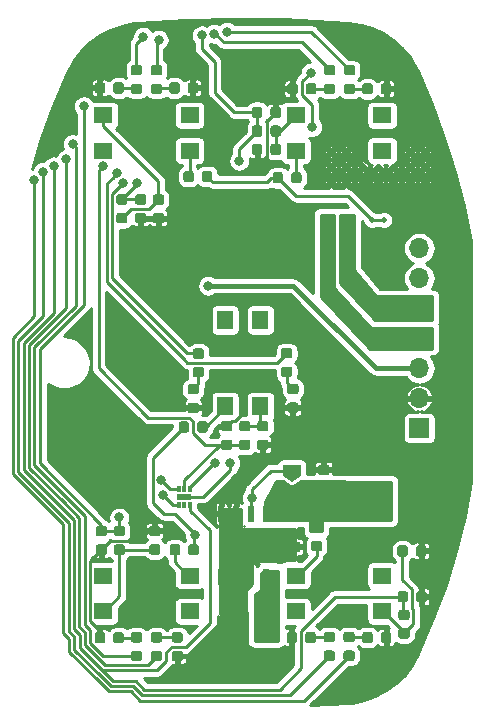
<source format=gbr>
G04 #@! TF.GenerationSoftware,KiCad,Pcbnew,(5.1.2)-2*
G04 #@! TF.CreationDate,2020-04-12T13:41:48-04:00*
G04 #@! TF.ProjectId,MotorcycleSwitch,4d6f746f-7263-4796-936c-655377697463,rev?*
G04 #@! TF.SameCoordinates,Original*
G04 #@! TF.FileFunction,Copper,L2,Bot*
G04 #@! TF.FilePolarity,Positive*
%FSLAX46Y46*%
G04 Gerber Fmt 4.6, Leading zero omitted, Abs format (unit mm)*
G04 Created by KiCad (PCBNEW (5.1.2)-2) date 2020-04-12 13:41:48*
%MOMM*%
%LPD*%
G04 APERTURE LIST*
%ADD10C,0.499999*%
%ADD11R,1.600000X1.400000*%
%ADD12R,1.400000X1.600000*%
%ADD13R,3.200400X2.413000*%
%ADD14R,0.482600X1.371600*%
%ADD15R,1.200000X0.900000*%
%ADD16C,0.300000*%
%ADD17C,0.100000*%
%ADD18R,1.300000X0.500000*%
%ADD19R,0.300000X0.525000*%
%ADD20C,0.875000*%
%ADD21O,1.700000X1.700000*%
%ADD22R,1.700000X1.700000*%
%ADD23C,0.500000*%
%ADD24C,0.800000*%
%ADD25C,0.250000*%
%ADD26C,0.381000*%
%ADD27C,0.254000*%
G04 APERTURE END LIST*
D10*
X158400000Y-85500003D03*
X158400000Y-86800000D03*
X159700000Y-86800000D03*
X159700000Y-85500003D03*
X161100000Y-84200000D03*
X161100000Y-85500000D03*
X161100000Y-86800000D03*
X162400000Y-84200000D03*
X162400000Y-85500003D03*
X162400000Y-86800000D03*
X157100000Y-85500003D03*
X157100000Y-86800000D03*
X154400000Y-86800002D03*
X154400000Y-85500005D03*
X154400000Y-84200003D03*
X155700000Y-86800002D03*
X155700000Y-85500003D03*
X155700000Y-84200003D03*
D11*
X151450000Y-84100000D03*
X151450000Y-81100000D03*
X158750000Y-84100000D03*
X158750000Y-81100000D03*
X135150000Y-84100000D03*
X135150000Y-81100000D03*
X142450000Y-84100000D03*
X142450000Y-81100000D03*
D12*
X145450000Y-98450000D03*
X148450000Y-98450000D03*
X145450000Y-105750000D03*
X148450000Y-105750000D03*
D11*
X158750000Y-120100000D03*
X158750000Y-123100000D03*
X151450000Y-120100000D03*
X151450000Y-123100000D03*
D13*
X147050000Y-117500000D03*
D14*
X148955000Y-114833000D03*
X147685000Y-114833000D03*
X146415000Y-114833000D03*
X145145000Y-114833000D03*
X145145000Y-120167000D03*
X146415000Y-120167000D03*
X147685000Y-120167000D03*
X148955000Y-120167000D03*
D11*
X142450000Y-120100000D03*
X142450000Y-123100000D03*
X135150000Y-120100000D03*
X135150000Y-123100000D03*
D15*
X151200000Y-117650000D03*
X151200000Y-114350000D03*
D16*
X151130000Y-111187400D03*
D17*
G36*
X151130000Y-112187400D02*
G01*
X150380000Y-111687400D01*
X150380000Y-110687400D01*
X151880000Y-110687400D01*
X151880000Y-111687400D01*
X151130000Y-112187400D01*
X151130000Y-112187400D01*
G37*
D16*
X151130000Y-112637400D03*
D17*
G36*
X150380000Y-113137400D02*
G01*
X150380000Y-111987400D01*
X151130000Y-112487400D01*
X151880000Y-111987400D01*
X151880000Y-113137400D01*
X150380000Y-113137400D01*
X150380000Y-113137400D01*
G37*
D18*
X142012380Y-113407500D03*
D19*
X141512380Y-114092500D03*
X141512380Y-112722500D03*
X142012380Y-114092500D03*
X142012380Y-112722500D03*
X142512380Y-114092500D03*
X142512380Y-112722500D03*
D17*
G36*
X142202691Y-107026053D02*
G01*
X142223926Y-107029203D01*
X142244750Y-107034419D01*
X142264962Y-107041651D01*
X142284368Y-107050830D01*
X142302781Y-107061866D01*
X142320024Y-107074654D01*
X142335930Y-107089070D01*
X142350346Y-107104976D01*
X142363134Y-107122219D01*
X142374170Y-107140632D01*
X142383349Y-107160038D01*
X142390581Y-107180250D01*
X142395797Y-107201074D01*
X142398947Y-107222309D01*
X142400000Y-107243750D01*
X142400000Y-107756250D01*
X142398947Y-107777691D01*
X142395797Y-107798926D01*
X142390581Y-107819750D01*
X142383349Y-107839962D01*
X142374170Y-107859368D01*
X142363134Y-107877781D01*
X142350346Y-107895024D01*
X142335930Y-107910930D01*
X142320024Y-107925346D01*
X142302781Y-107938134D01*
X142284368Y-107949170D01*
X142264962Y-107958349D01*
X142244750Y-107965581D01*
X142223926Y-107970797D01*
X142202691Y-107973947D01*
X142181250Y-107975000D01*
X141743750Y-107975000D01*
X141722309Y-107973947D01*
X141701074Y-107970797D01*
X141680250Y-107965581D01*
X141660038Y-107958349D01*
X141640632Y-107949170D01*
X141622219Y-107938134D01*
X141604976Y-107925346D01*
X141589070Y-107910930D01*
X141574654Y-107895024D01*
X141561866Y-107877781D01*
X141550830Y-107859368D01*
X141541651Y-107839962D01*
X141534419Y-107819750D01*
X141529203Y-107798926D01*
X141526053Y-107777691D01*
X141525000Y-107756250D01*
X141525000Y-107243750D01*
X141526053Y-107222309D01*
X141529203Y-107201074D01*
X141534419Y-107180250D01*
X141541651Y-107160038D01*
X141550830Y-107140632D01*
X141561866Y-107122219D01*
X141574654Y-107104976D01*
X141589070Y-107089070D01*
X141604976Y-107074654D01*
X141622219Y-107061866D01*
X141640632Y-107050830D01*
X141660038Y-107041651D01*
X141680250Y-107034419D01*
X141701074Y-107029203D01*
X141722309Y-107026053D01*
X141743750Y-107025000D01*
X142181250Y-107025000D01*
X142202691Y-107026053D01*
X142202691Y-107026053D01*
G37*
D20*
X141962500Y-107500000D03*
D17*
G36*
X143777691Y-107026053D02*
G01*
X143798926Y-107029203D01*
X143819750Y-107034419D01*
X143839962Y-107041651D01*
X143859368Y-107050830D01*
X143877781Y-107061866D01*
X143895024Y-107074654D01*
X143910930Y-107089070D01*
X143925346Y-107104976D01*
X143938134Y-107122219D01*
X143949170Y-107140632D01*
X143958349Y-107160038D01*
X143965581Y-107180250D01*
X143970797Y-107201074D01*
X143973947Y-107222309D01*
X143975000Y-107243750D01*
X143975000Y-107756250D01*
X143973947Y-107777691D01*
X143970797Y-107798926D01*
X143965581Y-107819750D01*
X143958349Y-107839962D01*
X143949170Y-107859368D01*
X143938134Y-107877781D01*
X143925346Y-107895024D01*
X143910930Y-107910930D01*
X143895024Y-107925346D01*
X143877781Y-107938134D01*
X143859368Y-107949170D01*
X143839962Y-107958349D01*
X143819750Y-107965581D01*
X143798926Y-107970797D01*
X143777691Y-107973947D01*
X143756250Y-107975000D01*
X143318750Y-107975000D01*
X143297309Y-107973947D01*
X143276074Y-107970797D01*
X143255250Y-107965581D01*
X143235038Y-107958349D01*
X143215632Y-107949170D01*
X143197219Y-107938134D01*
X143179976Y-107925346D01*
X143164070Y-107910930D01*
X143149654Y-107895024D01*
X143136866Y-107877781D01*
X143125830Y-107859368D01*
X143116651Y-107839962D01*
X143109419Y-107819750D01*
X143104203Y-107798926D01*
X143101053Y-107777691D01*
X143100000Y-107756250D01*
X143100000Y-107243750D01*
X143101053Y-107222309D01*
X143104203Y-107201074D01*
X143109419Y-107180250D01*
X143116651Y-107160038D01*
X143125830Y-107140632D01*
X143136866Y-107122219D01*
X143149654Y-107104976D01*
X143164070Y-107089070D01*
X143179976Y-107074654D01*
X143197219Y-107061866D01*
X143215632Y-107050830D01*
X143235038Y-107041651D01*
X143255250Y-107034419D01*
X143276074Y-107029203D01*
X143297309Y-107026053D01*
X143318750Y-107025000D01*
X143756250Y-107025000D01*
X143777691Y-107026053D01*
X143777691Y-107026053D01*
G37*
D20*
X143537500Y-107500000D03*
D17*
G36*
X143027691Y-117426053D02*
G01*
X143048926Y-117429203D01*
X143069750Y-117434419D01*
X143089962Y-117441651D01*
X143109368Y-117450830D01*
X143127781Y-117461866D01*
X143145024Y-117474654D01*
X143160930Y-117489070D01*
X143175346Y-117504976D01*
X143188134Y-117522219D01*
X143199170Y-117540632D01*
X143208349Y-117560038D01*
X143215581Y-117580250D01*
X143220797Y-117601074D01*
X143223947Y-117622309D01*
X143225000Y-117643750D01*
X143225000Y-118156250D01*
X143223947Y-118177691D01*
X143220797Y-118198926D01*
X143215581Y-118219750D01*
X143208349Y-118239962D01*
X143199170Y-118259368D01*
X143188134Y-118277781D01*
X143175346Y-118295024D01*
X143160930Y-118310930D01*
X143145024Y-118325346D01*
X143127781Y-118338134D01*
X143109368Y-118349170D01*
X143089962Y-118358349D01*
X143069750Y-118365581D01*
X143048926Y-118370797D01*
X143027691Y-118373947D01*
X143006250Y-118375000D01*
X142568750Y-118375000D01*
X142547309Y-118373947D01*
X142526074Y-118370797D01*
X142505250Y-118365581D01*
X142485038Y-118358349D01*
X142465632Y-118349170D01*
X142447219Y-118338134D01*
X142429976Y-118325346D01*
X142414070Y-118310930D01*
X142399654Y-118295024D01*
X142386866Y-118277781D01*
X142375830Y-118259368D01*
X142366651Y-118239962D01*
X142359419Y-118219750D01*
X142354203Y-118198926D01*
X142351053Y-118177691D01*
X142350000Y-118156250D01*
X142350000Y-117643750D01*
X142351053Y-117622309D01*
X142354203Y-117601074D01*
X142359419Y-117580250D01*
X142366651Y-117560038D01*
X142375830Y-117540632D01*
X142386866Y-117522219D01*
X142399654Y-117504976D01*
X142414070Y-117489070D01*
X142429976Y-117474654D01*
X142447219Y-117461866D01*
X142465632Y-117450830D01*
X142485038Y-117441651D01*
X142505250Y-117434419D01*
X142526074Y-117429203D01*
X142547309Y-117426053D01*
X142568750Y-117425000D01*
X143006250Y-117425000D01*
X143027691Y-117426053D01*
X143027691Y-117426053D01*
G37*
D20*
X142787500Y-117900000D03*
D17*
G36*
X141452691Y-117426053D02*
G01*
X141473926Y-117429203D01*
X141494750Y-117434419D01*
X141514962Y-117441651D01*
X141534368Y-117450830D01*
X141552781Y-117461866D01*
X141570024Y-117474654D01*
X141585930Y-117489070D01*
X141600346Y-117504976D01*
X141613134Y-117522219D01*
X141624170Y-117540632D01*
X141633349Y-117560038D01*
X141640581Y-117580250D01*
X141645797Y-117601074D01*
X141648947Y-117622309D01*
X141650000Y-117643750D01*
X141650000Y-118156250D01*
X141648947Y-118177691D01*
X141645797Y-118198926D01*
X141640581Y-118219750D01*
X141633349Y-118239962D01*
X141624170Y-118259368D01*
X141613134Y-118277781D01*
X141600346Y-118295024D01*
X141585930Y-118310930D01*
X141570024Y-118325346D01*
X141552781Y-118338134D01*
X141534368Y-118349170D01*
X141514962Y-118358349D01*
X141494750Y-118365581D01*
X141473926Y-118370797D01*
X141452691Y-118373947D01*
X141431250Y-118375000D01*
X140993750Y-118375000D01*
X140972309Y-118373947D01*
X140951074Y-118370797D01*
X140930250Y-118365581D01*
X140910038Y-118358349D01*
X140890632Y-118349170D01*
X140872219Y-118338134D01*
X140854976Y-118325346D01*
X140839070Y-118310930D01*
X140824654Y-118295024D01*
X140811866Y-118277781D01*
X140800830Y-118259368D01*
X140791651Y-118239962D01*
X140784419Y-118219750D01*
X140779203Y-118198926D01*
X140776053Y-118177691D01*
X140775000Y-118156250D01*
X140775000Y-117643750D01*
X140776053Y-117622309D01*
X140779203Y-117601074D01*
X140784419Y-117580250D01*
X140791651Y-117560038D01*
X140800830Y-117540632D01*
X140811866Y-117522219D01*
X140824654Y-117504976D01*
X140839070Y-117489070D01*
X140854976Y-117474654D01*
X140872219Y-117461866D01*
X140890632Y-117450830D01*
X140910038Y-117441651D01*
X140930250Y-117434419D01*
X140951074Y-117429203D01*
X140972309Y-117426053D01*
X140993750Y-117425000D01*
X141431250Y-117425000D01*
X141452691Y-117426053D01*
X141452691Y-117426053D01*
G37*
D20*
X141212500Y-117900000D03*
D17*
G36*
X153477691Y-115576053D02*
G01*
X153498926Y-115579203D01*
X153519750Y-115584419D01*
X153539962Y-115591651D01*
X153559368Y-115600830D01*
X153577781Y-115611866D01*
X153595024Y-115624654D01*
X153610930Y-115639070D01*
X153625346Y-115654976D01*
X153638134Y-115672219D01*
X153649170Y-115690632D01*
X153658349Y-115710038D01*
X153665581Y-115730250D01*
X153670797Y-115751074D01*
X153673947Y-115772309D01*
X153675000Y-115793750D01*
X153675000Y-116231250D01*
X153673947Y-116252691D01*
X153670797Y-116273926D01*
X153665581Y-116294750D01*
X153658349Y-116314962D01*
X153649170Y-116334368D01*
X153638134Y-116352781D01*
X153625346Y-116370024D01*
X153610930Y-116385930D01*
X153595024Y-116400346D01*
X153577781Y-116413134D01*
X153559368Y-116424170D01*
X153539962Y-116433349D01*
X153519750Y-116440581D01*
X153498926Y-116445797D01*
X153477691Y-116448947D01*
X153456250Y-116450000D01*
X152943750Y-116450000D01*
X152922309Y-116448947D01*
X152901074Y-116445797D01*
X152880250Y-116440581D01*
X152860038Y-116433349D01*
X152840632Y-116424170D01*
X152822219Y-116413134D01*
X152804976Y-116400346D01*
X152789070Y-116385930D01*
X152774654Y-116370024D01*
X152761866Y-116352781D01*
X152750830Y-116334368D01*
X152741651Y-116314962D01*
X152734419Y-116294750D01*
X152729203Y-116273926D01*
X152726053Y-116252691D01*
X152725000Y-116231250D01*
X152725000Y-115793750D01*
X152726053Y-115772309D01*
X152729203Y-115751074D01*
X152734419Y-115730250D01*
X152741651Y-115710038D01*
X152750830Y-115690632D01*
X152761866Y-115672219D01*
X152774654Y-115654976D01*
X152789070Y-115639070D01*
X152804976Y-115624654D01*
X152822219Y-115611866D01*
X152840632Y-115600830D01*
X152860038Y-115591651D01*
X152880250Y-115584419D01*
X152901074Y-115579203D01*
X152922309Y-115576053D01*
X152943750Y-115575000D01*
X153456250Y-115575000D01*
X153477691Y-115576053D01*
X153477691Y-115576053D01*
G37*
D20*
X153200000Y-116012500D03*
D17*
G36*
X153477691Y-117151053D02*
G01*
X153498926Y-117154203D01*
X153519750Y-117159419D01*
X153539962Y-117166651D01*
X153559368Y-117175830D01*
X153577781Y-117186866D01*
X153595024Y-117199654D01*
X153610930Y-117214070D01*
X153625346Y-117229976D01*
X153638134Y-117247219D01*
X153649170Y-117265632D01*
X153658349Y-117285038D01*
X153665581Y-117305250D01*
X153670797Y-117326074D01*
X153673947Y-117347309D01*
X153675000Y-117368750D01*
X153675000Y-117806250D01*
X153673947Y-117827691D01*
X153670797Y-117848926D01*
X153665581Y-117869750D01*
X153658349Y-117889962D01*
X153649170Y-117909368D01*
X153638134Y-117927781D01*
X153625346Y-117945024D01*
X153610930Y-117960930D01*
X153595024Y-117975346D01*
X153577781Y-117988134D01*
X153559368Y-117999170D01*
X153539962Y-118008349D01*
X153519750Y-118015581D01*
X153498926Y-118020797D01*
X153477691Y-118023947D01*
X153456250Y-118025000D01*
X152943750Y-118025000D01*
X152922309Y-118023947D01*
X152901074Y-118020797D01*
X152880250Y-118015581D01*
X152860038Y-118008349D01*
X152840632Y-117999170D01*
X152822219Y-117988134D01*
X152804976Y-117975346D01*
X152789070Y-117960930D01*
X152774654Y-117945024D01*
X152761866Y-117927781D01*
X152750830Y-117909368D01*
X152741651Y-117889962D01*
X152734419Y-117869750D01*
X152729203Y-117848926D01*
X152726053Y-117827691D01*
X152725000Y-117806250D01*
X152725000Y-117368750D01*
X152726053Y-117347309D01*
X152729203Y-117326074D01*
X152734419Y-117305250D01*
X152741651Y-117285038D01*
X152750830Y-117265632D01*
X152761866Y-117247219D01*
X152774654Y-117229976D01*
X152789070Y-117214070D01*
X152804976Y-117199654D01*
X152822219Y-117186866D01*
X152840632Y-117175830D01*
X152860038Y-117166651D01*
X152880250Y-117159419D01*
X152901074Y-117154203D01*
X152922309Y-117151053D01*
X152943750Y-117150000D01*
X153456250Y-117150000D01*
X153477691Y-117151053D01*
X153477691Y-117151053D01*
G37*
D20*
X153200000Y-117587500D03*
D17*
G36*
X150152691Y-85926053D02*
G01*
X150173926Y-85929203D01*
X150194750Y-85934419D01*
X150214962Y-85941651D01*
X150234368Y-85950830D01*
X150252781Y-85961866D01*
X150270024Y-85974654D01*
X150285930Y-85989070D01*
X150300346Y-86004976D01*
X150313134Y-86022219D01*
X150324170Y-86040632D01*
X150333349Y-86060038D01*
X150340581Y-86080250D01*
X150345797Y-86101074D01*
X150348947Y-86122309D01*
X150350000Y-86143750D01*
X150350000Y-86656250D01*
X150348947Y-86677691D01*
X150345797Y-86698926D01*
X150340581Y-86719750D01*
X150333349Y-86739962D01*
X150324170Y-86759368D01*
X150313134Y-86777781D01*
X150300346Y-86795024D01*
X150285930Y-86810930D01*
X150270024Y-86825346D01*
X150252781Y-86838134D01*
X150234368Y-86849170D01*
X150214962Y-86858349D01*
X150194750Y-86865581D01*
X150173926Y-86870797D01*
X150152691Y-86873947D01*
X150131250Y-86875000D01*
X149693750Y-86875000D01*
X149672309Y-86873947D01*
X149651074Y-86870797D01*
X149630250Y-86865581D01*
X149610038Y-86858349D01*
X149590632Y-86849170D01*
X149572219Y-86838134D01*
X149554976Y-86825346D01*
X149539070Y-86810930D01*
X149524654Y-86795024D01*
X149511866Y-86777781D01*
X149500830Y-86759368D01*
X149491651Y-86739962D01*
X149484419Y-86719750D01*
X149479203Y-86698926D01*
X149476053Y-86677691D01*
X149475000Y-86656250D01*
X149475000Y-86143750D01*
X149476053Y-86122309D01*
X149479203Y-86101074D01*
X149484419Y-86080250D01*
X149491651Y-86060038D01*
X149500830Y-86040632D01*
X149511866Y-86022219D01*
X149524654Y-86004976D01*
X149539070Y-85989070D01*
X149554976Y-85974654D01*
X149572219Y-85961866D01*
X149590632Y-85950830D01*
X149610038Y-85941651D01*
X149630250Y-85934419D01*
X149651074Y-85929203D01*
X149672309Y-85926053D01*
X149693750Y-85925000D01*
X150131250Y-85925000D01*
X150152691Y-85926053D01*
X150152691Y-85926053D01*
G37*
D20*
X149912500Y-86400000D03*
D17*
G36*
X151727691Y-85926053D02*
G01*
X151748926Y-85929203D01*
X151769750Y-85934419D01*
X151789962Y-85941651D01*
X151809368Y-85950830D01*
X151827781Y-85961866D01*
X151845024Y-85974654D01*
X151860930Y-85989070D01*
X151875346Y-86004976D01*
X151888134Y-86022219D01*
X151899170Y-86040632D01*
X151908349Y-86060038D01*
X151915581Y-86080250D01*
X151920797Y-86101074D01*
X151923947Y-86122309D01*
X151925000Y-86143750D01*
X151925000Y-86656250D01*
X151923947Y-86677691D01*
X151920797Y-86698926D01*
X151915581Y-86719750D01*
X151908349Y-86739962D01*
X151899170Y-86759368D01*
X151888134Y-86777781D01*
X151875346Y-86795024D01*
X151860930Y-86810930D01*
X151845024Y-86825346D01*
X151827781Y-86838134D01*
X151809368Y-86849170D01*
X151789962Y-86858349D01*
X151769750Y-86865581D01*
X151748926Y-86870797D01*
X151727691Y-86873947D01*
X151706250Y-86875000D01*
X151268750Y-86875000D01*
X151247309Y-86873947D01*
X151226074Y-86870797D01*
X151205250Y-86865581D01*
X151185038Y-86858349D01*
X151165632Y-86849170D01*
X151147219Y-86838134D01*
X151129976Y-86825346D01*
X151114070Y-86810930D01*
X151099654Y-86795024D01*
X151086866Y-86777781D01*
X151075830Y-86759368D01*
X151066651Y-86739962D01*
X151059419Y-86719750D01*
X151054203Y-86698926D01*
X151051053Y-86677691D01*
X151050000Y-86656250D01*
X151050000Y-86143750D01*
X151051053Y-86122309D01*
X151054203Y-86101074D01*
X151059419Y-86080250D01*
X151066651Y-86060038D01*
X151075830Y-86040632D01*
X151086866Y-86022219D01*
X151099654Y-86004976D01*
X151114070Y-85989070D01*
X151129976Y-85974654D01*
X151147219Y-85961866D01*
X151165632Y-85950830D01*
X151185038Y-85941651D01*
X151205250Y-85934419D01*
X151226074Y-85929203D01*
X151247309Y-85926053D01*
X151268750Y-85925000D01*
X151706250Y-85925000D01*
X151727691Y-85926053D01*
X151727691Y-85926053D01*
G37*
D20*
X151487500Y-86400000D03*
D17*
G36*
X144177691Y-85826053D02*
G01*
X144198926Y-85829203D01*
X144219750Y-85834419D01*
X144239962Y-85841651D01*
X144259368Y-85850830D01*
X144277781Y-85861866D01*
X144295024Y-85874654D01*
X144310930Y-85889070D01*
X144325346Y-85904976D01*
X144338134Y-85922219D01*
X144349170Y-85940632D01*
X144358349Y-85960038D01*
X144365581Y-85980250D01*
X144370797Y-86001074D01*
X144373947Y-86022309D01*
X144375000Y-86043750D01*
X144375000Y-86556250D01*
X144373947Y-86577691D01*
X144370797Y-86598926D01*
X144365581Y-86619750D01*
X144358349Y-86639962D01*
X144349170Y-86659368D01*
X144338134Y-86677781D01*
X144325346Y-86695024D01*
X144310930Y-86710930D01*
X144295024Y-86725346D01*
X144277781Y-86738134D01*
X144259368Y-86749170D01*
X144239962Y-86758349D01*
X144219750Y-86765581D01*
X144198926Y-86770797D01*
X144177691Y-86773947D01*
X144156250Y-86775000D01*
X143718750Y-86775000D01*
X143697309Y-86773947D01*
X143676074Y-86770797D01*
X143655250Y-86765581D01*
X143635038Y-86758349D01*
X143615632Y-86749170D01*
X143597219Y-86738134D01*
X143579976Y-86725346D01*
X143564070Y-86710930D01*
X143549654Y-86695024D01*
X143536866Y-86677781D01*
X143525830Y-86659368D01*
X143516651Y-86639962D01*
X143509419Y-86619750D01*
X143504203Y-86598926D01*
X143501053Y-86577691D01*
X143500000Y-86556250D01*
X143500000Y-86043750D01*
X143501053Y-86022309D01*
X143504203Y-86001074D01*
X143509419Y-85980250D01*
X143516651Y-85960038D01*
X143525830Y-85940632D01*
X143536866Y-85922219D01*
X143549654Y-85904976D01*
X143564070Y-85889070D01*
X143579976Y-85874654D01*
X143597219Y-85861866D01*
X143615632Y-85850830D01*
X143635038Y-85841651D01*
X143655250Y-85834419D01*
X143676074Y-85829203D01*
X143697309Y-85826053D01*
X143718750Y-85825000D01*
X144156250Y-85825000D01*
X144177691Y-85826053D01*
X144177691Y-85826053D01*
G37*
D20*
X143937500Y-86300000D03*
D17*
G36*
X142602691Y-85826053D02*
G01*
X142623926Y-85829203D01*
X142644750Y-85834419D01*
X142664962Y-85841651D01*
X142684368Y-85850830D01*
X142702781Y-85861866D01*
X142720024Y-85874654D01*
X142735930Y-85889070D01*
X142750346Y-85904976D01*
X142763134Y-85922219D01*
X142774170Y-85940632D01*
X142783349Y-85960038D01*
X142790581Y-85980250D01*
X142795797Y-86001074D01*
X142798947Y-86022309D01*
X142800000Y-86043750D01*
X142800000Y-86556250D01*
X142798947Y-86577691D01*
X142795797Y-86598926D01*
X142790581Y-86619750D01*
X142783349Y-86639962D01*
X142774170Y-86659368D01*
X142763134Y-86677781D01*
X142750346Y-86695024D01*
X142735930Y-86710930D01*
X142720024Y-86725346D01*
X142702781Y-86738134D01*
X142684368Y-86749170D01*
X142664962Y-86758349D01*
X142644750Y-86765581D01*
X142623926Y-86770797D01*
X142602691Y-86773947D01*
X142581250Y-86775000D01*
X142143750Y-86775000D01*
X142122309Y-86773947D01*
X142101074Y-86770797D01*
X142080250Y-86765581D01*
X142060038Y-86758349D01*
X142040632Y-86749170D01*
X142022219Y-86738134D01*
X142004976Y-86725346D01*
X141989070Y-86710930D01*
X141974654Y-86695024D01*
X141961866Y-86677781D01*
X141950830Y-86659368D01*
X141941651Y-86639962D01*
X141934419Y-86619750D01*
X141929203Y-86598926D01*
X141926053Y-86577691D01*
X141925000Y-86556250D01*
X141925000Y-86043750D01*
X141926053Y-86022309D01*
X141929203Y-86001074D01*
X141934419Y-85980250D01*
X141941651Y-85960038D01*
X141950830Y-85940632D01*
X141961866Y-85922219D01*
X141974654Y-85904976D01*
X141989070Y-85889070D01*
X142004976Y-85874654D01*
X142022219Y-85861866D01*
X142040632Y-85850830D01*
X142060038Y-85841651D01*
X142080250Y-85834419D01*
X142101074Y-85829203D01*
X142122309Y-85826053D01*
X142143750Y-85825000D01*
X142581250Y-85825000D01*
X142602691Y-85826053D01*
X142602691Y-85826053D01*
G37*
D20*
X142362500Y-86300000D03*
D17*
G36*
X143027691Y-105451053D02*
G01*
X143048926Y-105454203D01*
X143069750Y-105459419D01*
X143089962Y-105466651D01*
X143109368Y-105475830D01*
X143127781Y-105486866D01*
X143145024Y-105499654D01*
X143160930Y-105514070D01*
X143175346Y-105529976D01*
X143188134Y-105547219D01*
X143199170Y-105565632D01*
X143208349Y-105585038D01*
X143215581Y-105605250D01*
X143220797Y-105626074D01*
X143223947Y-105647309D01*
X143225000Y-105668750D01*
X143225000Y-106106250D01*
X143223947Y-106127691D01*
X143220797Y-106148926D01*
X143215581Y-106169750D01*
X143208349Y-106189962D01*
X143199170Y-106209368D01*
X143188134Y-106227781D01*
X143175346Y-106245024D01*
X143160930Y-106260930D01*
X143145024Y-106275346D01*
X143127781Y-106288134D01*
X143109368Y-106299170D01*
X143089962Y-106308349D01*
X143069750Y-106315581D01*
X143048926Y-106320797D01*
X143027691Y-106323947D01*
X143006250Y-106325000D01*
X142493750Y-106325000D01*
X142472309Y-106323947D01*
X142451074Y-106320797D01*
X142430250Y-106315581D01*
X142410038Y-106308349D01*
X142390632Y-106299170D01*
X142372219Y-106288134D01*
X142354976Y-106275346D01*
X142339070Y-106260930D01*
X142324654Y-106245024D01*
X142311866Y-106227781D01*
X142300830Y-106209368D01*
X142291651Y-106189962D01*
X142284419Y-106169750D01*
X142279203Y-106148926D01*
X142276053Y-106127691D01*
X142275000Y-106106250D01*
X142275000Y-105668750D01*
X142276053Y-105647309D01*
X142279203Y-105626074D01*
X142284419Y-105605250D01*
X142291651Y-105585038D01*
X142300830Y-105565632D01*
X142311866Y-105547219D01*
X142324654Y-105529976D01*
X142339070Y-105514070D01*
X142354976Y-105499654D01*
X142372219Y-105486866D01*
X142390632Y-105475830D01*
X142410038Y-105466651D01*
X142430250Y-105459419D01*
X142451074Y-105454203D01*
X142472309Y-105451053D01*
X142493750Y-105450000D01*
X143006250Y-105450000D01*
X143027691Y-105451053D01*
X143027691Y-105451053D01*
G37*
D20*
X142750000Y-105887500D03*
D17*
G36*
X143027691Y-103876053D02*
G01*
X143048926Y-103879203D01*
X143069750Y-103884419D01*
X143089962Y-103891651D01*
X143109368Y-103900830D01*
X143127781Y-103911866D01*
X143145024Y-103924654D01*
X143160930Y-103939070D01*
X143175346Y-103954976D01*
X143188134Y-103972219D01*
X143199170Y-103990632D01*
X143208349Y-104010038D01*
X143215581Y-104030250D01*
X143220797Y-104051074D01*
X143223947Y-104072309D01*
X143225000Y-104093750D01*
X143225000Y-104531250D01*
X143223947Y-104552691D01*
X143220797Y-104573926D01*
X143215581Y-104594750D01*
X143208349Y-104614962D01*
X143199170Y-104634368D01*
X143188134Y-104652781D01*
X143175346Y-104670024D01*
X143160930Y-104685930D01*
X143145024Y-104700346D01*
X143127781Y-104713134D01*
X143109368Y-104724170D01*
X143089962Y-104733349D01*
X143069750Y-104740581D01*
X143048926Y-104745797D01*
X143027691Y-104748947D01*
X143006250Y-104750000D01*
X142493750Y-104750000D01*
X142472309Y-104748947D01*
X142451074Y-104745797D01*
X142430250Y-104740581D01*
X142410038Y-104733349D01*
X142390632Y-104724170D01*
X142372219Y-104713134D01*
X142354976Y-104700346D01*
X142339070Y-104685930D01*
X142324654Y-104670024D01*
X142311866Y-104652781D01*
X142300830Y-104634368D01*
X142291651Y-104614962D01*
X142284419Y-104594750D01*
X142279203Y-104573926D01*
X142276053Y-104552691D01*
X142275000Y-104531250D01*
X142275000Y-104093750D01*
X142276053Y-104072309D01*
X142279203Y-104051074D01*
X142284419Y-104030250D01*
X142291651Y-104010038D01*
X142300830Y-103990632D01*
X142311866Y-103972219D01*
X142324654Y-103954976D01*
X142339070Y-103939070D01*
X142354976Y-103924654D01*
X142372219Y-103911866D01*
X142390632Y-103900830D01*
X142410038Y-103891651D01*
X142430250Y-103884419D01*
X142451074Y-103879203D01*
X142472309Y-103876053D01*
X142493750Y-103875000D01*
X143006250Y-103875000D01*
X143027691Y-103876053D01*
X143027691Y-103876053D01*
G37*
D20*
X142750000Y-104312500D03*
D17*
G36*
X135102691Y-124876053D02*
G01*
X135123926Y-124879203D01*
X135144750Y-124884419D01*
X135164962Y-124891651D01*
X135184368Y-124900830D01*
X135202781Y-124911866D01*
X135220024Y-124924654D01*
X135235930Y-124939070D01*
X135250346Y-124954976D01*
X135263134Y-124972219D01*
X135274170Y-124990632D01*
X135283349Y-125010038D01*
X135290581Y-125030250D01*
X135295797Y-125051074D01*
X135298947Y-125072309D01*
X135300000Y-125093750D01*
X135300000Y-125606250D01*
X135298947Y-125627691D01*
X135295797Y-125648926D01*
X135290581Y-125669750D01*
X135283349Y-125689962D01*
X135274170Y-125709368D01*
X135263134Y-125727781D01*
X135250346Y-125745024D01*
X135235930Y-125760930D01*
X135220024Y-125775346D01*
X135202781Y-125788134D01*
X135184368Y-125799170D01*
X135164962Y-125808349D01*
X135144750Y-125815581D01*
X135123926Y-125820797D01*
X135102691Y-125823947D01*
X135081250Y-125825000D01*
X134643750Y-125825000D01*
X134622309Y-125823947D01*
X134601074Y-125820797D01*
X134580250Y-125815581D01*
X134560038Y-125808349D01*
X134540632Y-125799170D01*
X134522219Y-125788134D01*
X134504976Y-125775346D01*
X134489070Y-125760930D01*
X134474654Y-125745024D01*
X134461866Y-125727781D01*
X134450830Y-125709368D01*
X134441651Y-125689962D01*
X134434419Y-125669750D01*
X134429203Y-125648926D01*
X134426053Y-125627691D01*
X134425000Y-125606250D01*
X134425000Y-125093750D01*
X134426053Y-125072309D01*
X134429203Y-125051074D01*
X134434419Y-125030250D01*
X134441651Y-125010038D01*
X134450830Y-124990632D01*
X134461866Y-124972219D01*
X134474654Y-124954976D01*
X134489070Y-124939070D01*
X134504976Y-124924654D01*
X134522219Y-124911866D01*
X134540632Y-124900830D01*
X134560038Y-124891651D01*
X134580250Y-124884419D01*
X134601074Y-124879203D01*
X134622309Y-124876053D01*
X134643750Y-124875000D01*
X135081250Y-124875000D01*
X135102691Y-124876053D01*
X135102691Y-124876053D01*
G37*
D20*
X134862500Y-125350000D03*
D17*
G36*
X136677691Y-124876053D02*
G01*
X136698926Y-124879203D01*
X136719750Y-124884419D01*
X136739962Y-124891651D01*
X136759368Y-124900830D01*
X136777781Y-124911866D01*
X136795024Y-124924654D01*
X136810930Y-124939070D01*
X136825346Y-124954976D01*
X136838134Y-124972219D01*
X136849170Y-124990632D01*
X136858349Y-125010038D01*
X136865581Y-125030250D01*
X136870797Y-125051074D01*
X136873947Y-125072309D01*
X136875000Y-125093750D01*
X136875000Y-125606250D01*
X136873947Y-125627691D01*
X136870797Y-125648926D01*
X136865581Y-125669750D01*
X136858349Y-125689962D01*
X136849170Y-125709368D01*
X136838134Y-125727781D01*
X136825346Y-125745024D01*
X136810930Y-125760930D01*
X136795024Y-125775346D01*
X136777781Y-125788134D01*
X136759368Y-125799170D01*
X136739962Y-125808349D01*
X136719750Y-125815581D01*
X136698926Y-125820797D01*
X136677691Y-125823947D01*
X136656250Y-125825000D01*
X136218750Y-125825000D01*
X136197309Y-125823947D01*
X136176074Y-125820797D01*
X136155250Y-125815581D01*
X136135038Y-125808349D01*
X136115632Y-125799170D01*
X136097219Y-125788134D01*
X136079976Y-125775346D01*
X136064070Y-125760930D01*
X136049654Y-125745024D01*
X136036866Y-125727781D01*
X136025830Y-125709368D01*
X136016651Y-125689962D01*
X136009419Y-125669750D01*
X136004203Y-125648926D01*
X136001053Y-125627691D01*
X136000000Y-125606250D01*
X136000000Y-125093750D01*
X136001053Y-125072309D01*
X136004203Y-125051074D01*
X136009419Y-125030250D01*
X136016651Y-125010038D01*
X136025830Y-124990632D01*
X136036866Y-124972219D01*
X136049654Y-124954976D01*
X136064070Y-124939070D01*
X136079976Y-124924654D01*
X136097219Y-124911866D01*
X136115632Y-124900830D01*
X136135038Y-124891651D01*
X136155250Y-124884419D01*
X136176074Y-124879203D01*
X136197309Y-124876053D01*
X136218750Y-124875000D01*
X136656250Y-124875000D01*
X136677691Y-124876053D01*
X136677691Y-124876053D01*
G37*
D20*
X136437500Y-125350000D03*
D17*
G36*
X159327691Y-124851053D02*
G01*
X159348926Y-124854203D01*
X159369750Y-124859419D01*
X159389962Y-124866651D01*
X159409368Y-124875830D01*
X159427781Y-124886866D01*
X159445024Y-124899654D01*
X159460930Y-124914070D01*
X159475346Y-124929976D01*
X159488134Y-124947219D01*
X159499170Y-124965632D01*
X159508349Y-124985038D01*
X159515581Y-125005250D01*
X159520797Y-125026074D01*
X159523947Y-125047309D01*
X159525000Y-125068750D01*
X159525000Y-125581250D01*
X159523947Y-125602691D01*
X159520797Y-125623926D01*
X159515581Y-125644750D01*
X159508349Y-125664962D01*
X159499170Y-125684368D01*
X159488134Y-125702781D01*
X159475346Y-125720024D01*
X159460930Y-125735930D01*
X159445024Y-125750346D01*
X159427781Y-125763134D01*
X159409368Y-125774170D01*
X159389962Y-125783349D01*
X159369750Y-125790581D01*
X159348926Y-125795797D01*
X159327691Y-125798947D01*
X159306250Y-125800000D01*
X158868750Y-125800000D01*
X158847309Y-125798947D01*
X158826074Y-125795797D01*
X158805250Y-125790581D01*
X158785038Y-125783349D01*
X158765632Y-125774170D01*
X158747219Y-125763134D01*
X158729976Y-125750346D01*
X158714070Y-125735930D01*
X158699654Y-125720024D01*
X158686866Y-125702781D01*
X158675830Y-125684368D01*
X158666651Y-125664962D01*
X158659419Y-125644750D01*
X158654203Y-125623926D01*
X158651053Y-125602691D01*
X158650000Y-125581250D01*
X158650000Y-125068750D01*
X158651053Y-125047309D01*
X158654203Y-125026074D01*
X158659419Y-125005250D01*
X158666651Y-124985038D01*
X158675830Y-124965632D01*
X158686866Y-124947219D01*
X158699654Y-124929976D01*
X158714070Y-124914070D01*
X158729976Y-124899654D01*
X158747219Y-124886866D01*
X158765632Y-124875830D01*
X158785038Y-124866651D01*
X158805250Y-124859419D01*
X158826074Y-124854203D01*
X158847309Y-124851053D01*
X158868750Y-124850000D01*
X159306250Y-124850000D01*
X159327691Y-124851053D01*
X159327691Y-124851053D01*
G37*
D20*
X159087500Y-125325000D03*
D17*
G36*
X157752691Y-124851053D02*
G01*
X157773926Y-124854203D01*
X157794750Y-124859419D01*
X157814962Y-124866651D01*
X157834368Y-124875830D01*
X157852781Y-124886866D01*
X157870024Y-124899654D01*
X157885930Y-124914070D01*
X157900346Y-124929976D01*
X157913134Y-124947219D01*
X157924170Y-124965632D01*
X157933349Y-124985038D01*
X157940581Y-125005250D01*
X157945797Y-125026074D01*
X157948947Y-125047309D01*
X157950000Y-125068750D01*
X157950000Y-125581250D01*
X157948947Y-125602691D01*
X157945797Y-125623926D01*
X157940581Y-125644750D01*
X157933349Y-125664962D01*
X157924170Y-125684368D01*
X157913134Y-125702781D01*
X157900346Y-125720024D01*
X157885930Y-125735930D01*
X157870024Y-125750346D01*
X157852781Y-125763134D01*
X157834368Y-125774170D01*
X157814962Y-125783349D01*
X157794750Y-125790581D01*
X157773926Y-125795797D01*
X157752691Y-125798947D01*
X157731250Y-125800000D01*
X157293750Y-125800000D01*
X157272309Y-125798947D01*
X157251074Y-125795797D01*
X157230250Y-125790581D01*
X157210038Y-125783349D01*
X157190632Y-125774170D01*
X157172219Y-125763134D01*
X157154976Y-125750346D01*
X157139070Y-125735930D01*
X157124654Y-125720024D01*
X157111866Y-125702781D01*
X157100830Y-125684368D01*
X157091651Y-125664962D01*
X157084419Y-125644750D01*
X157079203Y-125623926D01*
X157076053Y-125602691D01*
X157075000Y-125581250D01*
X157075000Y-125068750D01*
X157076053Y-125047309D01*
X157079203Y-125026074D01*
X157084419Y-125005250D01*
X157091651Y-124985038D01*
X157100830Y-124965632D01*
X157111866Y-124947219D01*
X157124654Y-124929976D01*
X157139070Y-124914070D01*
X157154976Y-124899654D01*
X157172219Y-124886866D01*
X157190632Y-124875830D01*
X157210038Y-124866651D01*
X157230250Y-124859419D01*
X157251074Y-124854203D01*
X157272309Y-124851053D01*
X157293750Y-124850000D01*
X157731250Y-124850000D01*
X157752691Y-124851053D01*
X157752691Y-124851053D01*
G37*
D20*
X157512500Y-125325000D03*
D17*
G36*
X159327691Y-78401053D02*
G01*
X159348926Y-78404203D01*
X159369750Y-78409419D01*
X159389962Y-78416651D01*
X159409368Y-78425830D01*
X159427781Y-78436866D01*
X159445024Y-78449654D01*
X159460930Y-78464070D01*
X159475346Y-78479976D01*
X159488134Y-78497219D01*
X159499170Y-78515632D01*
X159508349Y-78535038D01*
X159515581Y-78555250D01*
X159520797Y-78576074D01*
X159523947Y-78597309D01*
X159525000Y-78618750D01*
X159525000Y-79131250D01*
X159523947Y-79152691D01*
X159520797Y-79173926D01*
X159515581Y-79194750D01*
X159508349Y-79214962D01*
X159499170Y-79234368D01*
X159488134Y-79252781D01*
X159475346Y-79270024D01*
X159460930Y-79285930D01*
X159445024Y-79300346D01*
X159427781Y-79313134D01*
X159409368Y-79324170D01*
X159389962Y-79333349D01*
X159369750Y-79340581D01*
X159348926Y-79345797D01*
X159327691Y-79348947D01*
X159306250Y-79350000D01*
X158868750Y-79350000D01*
X158847309Y-79348947D01*
X158826074Y-79345797D01*
X158805250Y-79340581D01*
X158785038Y-79333349D01*
X158765632Y-79324170D01*
X158747219Y-79313134D01*
X158729976Y-79300346D01*
X158714070Y-79285930D01*
X158699654Y-79270024D01*
X158686866Y-79252781D01*
X158675830Y-79234368D01*
X158666651Y-79214962D01*
X158659419Y-79194750D01*
X158654203Y-79173926D01*
X158651053Y-79152691D01*
X158650000Y-79131250D01*
X158650000Y-78618750D01*
X158651053Y-78597309D01*
X158654203Y-78576074D01*
X158659419Y-78555250D01*
X158666651Y-78535038D01*
X158675830Y-78515632D01*
X158686866Y-78497219D01*
X158699654Y-78479976D01*
X158714070Y-78464070D01*
X158729976Y-78449654D01*
X158747219Y-78436866D01*
X158765632Y-78425830D01*
X158785038Y-78416651D01*
X158805250Y-78409419D01*
X158826074Y-78404203D01*
X158847309Y-78401053D01*
X158868750Y-78400000D01*
X159306250Y-78400000D01*
X159327691Y-78401053D01*
X159327691Y-78401053D01*
G37*
D20*
X159087500Y-78875000D03*
D17*
G36*
X157752691Y-78401053D02*
G01*
X157773926Y-78404203D01*
X157794750Y-78409419D01*
X157814962Y-78416651D01*
X157834368Y-78425830D01*
X157852781Y-78436866D01*
X157870024Y-78449654D01*
X157885930Y-78464070D01*
X157900346Y-78479976D01*
X157913134Y-78497219D01*
X157924170Y-78515632D01*
X157933349Y-78535038D01*
X157940581Y-78555250D01*
X157945797Y-78576074D01*
X157948947Y-78597309D01*
X157950000Y-78618750D01*
X157950000Y-79131250D01*
X157948947Y-79152691D01*
X157945797Y-79173926D01*
X157940581Y-79194750D01*
X157933349Y-79214962D01*
X157924170Y-79234368D01*
X157913134Y-79252781D01*
X157900346Y-79270024D01*
X157885930Y-79285930D01*
X157870024Y-79300346D01*
X157852781Y-79313134D01*
X157834368Y-79324170D01*
X157814962Y-79333349D01*
X157794750Y-79340581D01*
X157773926Y-79345797D01*
X157752691Y-79348947D01*
X157731250Y-79350000D01*
X157293750Y-79350000D01*
X157272309Y-79348947D01*
X157251074Y-79345797D01*
X157230250Y-79340581D01*
X157210038Y-79333349D01*
X157190632Y-79324170D01*
X157172219Y-79313134D01*
X157154976Y-79300346D01*
X157139070Y-79285930D01*
X157124654Y-79270024D01*
X157111866Y-79252781D01*
X157100830Y-79234368D01*
X157091651Y-79214962D01*
X157084419Y-79194750D01*
X157079203Y-79173926D01*
X157076053Y-79152691D01*
X157075000Y-79131250D01*
X157075000Y-78618750D01*
X157076053Y-78597309D01*
X157079203Y-78576074D01*
X157084419Y-78555250D01*
X157091651Y-78535038D01*
X157100830Y-78515632D01*
X157111866Y-78497219D01*
X157124654Y-78479976D01*
X157139070Y-78464070D01*
X157154976Y-78449654D01*
X157172219Y-78436866D01*
X157190632Y-78425830D01*
X157210038Y-78416651D01*
X157230250Y-78409419D01*
X157251074Y-78404203D01*
X157272309Y-78401053D01*
X157293750Y-78400000D01*
X157731250Y-78400000D01*
X157752691Y-78401053D01*
X157752691Y-78401053D01*
G37*
D20*
X157512500Y-78875000D03*
D17*
G36*
X151477691Y-105426053D02*
G01*
X151498926Y-105429203D01*
X151519750Y-105434419D01*
X151539962Y-105441651D01*
X151559368Y-105450830D01*
X151577781Y-105461866D01*
X151595024Y-105474654D01*
X151610930Y-105489070D01*
X151625346Y-105504976D01*
X151638134Y-105522219D01*
X151649170Y-105540632D01*
X151658349Y-105560038D01*
X151665581Y-105580250D01*
X151670797Y-105601074D01*
X151673947Y-105622309D01*
X151675000Y-105643750D01*
X151675000Y-106081250D01*
X151673947Y-106102691D01*
X151670797Y-106123926D01*
X151665581Y-106144750D01*
X151658349Y-106164962D01*
X151649170Y-106184368D01*
X151638134Y-106202781D01*
X151625346Y-106220024D01*
X151610930Y-106235930D01*
X151595024Y-106250346D01*
X151577781Y-106263134D01*
X151559368Y-106274170D01*
X151539962Y-106283349D01*
X151519750Y-106290581D01*
X151498926Y-106295797D01*
X151477691Y-106298947D01*
X151456250Y-106300000D01*
X150943750Y-106300000D01*
X150922309Y-106298947D01*
X150901074Y-106295797D01*
X150880250Y-106290581D01*
X150860038Y-106283349D01*
X150840632Y-106274170D01*
X150822219Y-106263134D01*
X150804976Y-106250346D01*
X150789070Y-106235930D01*
X150774654Y-106220024D01*
X150761866Y-106202781D01*
X150750830Y-106184368D01*
X150741651Y-106164962D01*
X150734419Y-106144750D01*
X150729203Y-106123926D01*
X150726053Y-106102691D01*
X150725000Y-106081250D01*
X150725000Y-105643750D01*
X150726053Y-105622309D01*
X150729203Y-105601074D01*
X150734419Y-105580250D01*
X150741651Y-105560038D01*
X150750830Y-105540632D01*
X150761866Y-105522219D01*
X150774654Y-105504976D01*
X150789070Y-105489070D01*
X150804976Y-105474654D01*
X150822219Y-105461866D01*
X150840632Y-105450830D01*
X150860038Y-105441651D01*
X150880250Y-105434419D01*
X150901074Y-105429203D01*
X150922309Y-105426053D01*
X150943750Y-105425000D01*
X151456250Y-105425000D01*
X151477691Y-105426053D01*
X151477691Y-105426053D01*
G37*
D20*
X151200000Y-105862500D03*
D17*
G36*
X151477691Y-103851053D02*
G01*
X151498926Y-103854203D01*
X151519750Y-103859419D01*
X151539962Y-103866651D01*
X151559368Y-103875830D01*
X151577781Y-103886866D01*
X151595024Y-103899654D01*
X151610930Y-103914070D01*
X151625346Y-103929976D01*
X151638134Y-103947219D01*
X151649170Y-103965632D01*
X151658349Y-103985038D01*
X151665581Y-104005250D01*
X151670797Y-104026074D01*
X151673947Y-104047309D01*
X151675000Y-104068750D01*
X151675000Y-104506250D01*
X151673947Y-104527691D01*
X151670797Y-104548926D01*
X151665581Y-104569750D01*
X151658349Y-104589962D01*
X151649170Y-104609368D01*
X151638134Y-104627781D01*
X151625346Y-104645024D01*
X151610930Y-104660930D01*
X151595024Y-104675346D01*
X151577781Y-104688134D01*
X151559368Y-104699170D01*
X151539962Y-104708349D01*
X151519750Y-104715581D01*
X151498926Y-104720797D01*
X151477691Y-104723947D01*
X151456250Y-104725000D01*
X150943750Y-104725000D01*
X150922309Y-104723947D01*
X150901074Y-104720797D01*
X150880250Y-104715581D01*
X150860038Y-104708349D01*
X150840632Y-104699170D01*
X150822219Y-104688134D01*
X150804976Y-104675346D01*
X150789070Y-104660930D01*
X150774654Y-104645024D01*
X150761866Y-104627781D01*
X150750830Y-104609368D01*
X150741651Y-104589962D01*
X150734419Y-104569750D01*
X150729203Y-104548926D01*
X150726053Y-104527691D01*
X150725000Y-104506250D01*
X150725000Y-104068750D01*
X150726053Y-104047309D01*
X150729203Y-104026074D01*
X150734419Y-104005250D01*
X150741651Y-103985038D01*
X150750830Y-103965632D01*
X150761866Y-103947219D01*
X150774654Y-103929976D01*
X150789070Y-103914070D01*
X150804976Y-103899654D01*
X150822219Y-103886866D01*
X150840632Y-103875830D01*
X150860038Y-103866651D01*
X150880250Y-103859419D01*
X150901074Y-103854203D01*
X150922309Y-103851053D01*
X150943750Y-103850000D01*
X151456250Y-103850000D01*
X151477691Y-103851053D01*
X151477691Y-103851053D01*
G37*
D20*
X151200000Y-104287500D03*
D17*
G36*
X141677691Y-126451053D02*
G01*
X141698926Y-126454203D01*
X141719750Y-126459419D01*
X141739962Y-126466651D01*
X141759368Y-126475830D01*
X141777781Y-126486866D01*
X141795024Y-126499654D01*
X141810930Y-126514070D01*
X141825346Y-126529976D01*
X141838134Y-126547219D01*
X141849170Y-126565632D01*
X141858349Y-126585038D01*
X141865581Y-126605250D01*
X141870797Y-126626074D01*
X141873947Y-126647309D01*
X141875000Y-126668750D01*
X141875000Y-127106250D01*
X141873947Y-127127691D01*
X141870797Y-127148926D01*
X141865581Y-127169750D01*
X141858349Y-127189962D01*
X141849170Y-127209368D01*
X141838134Y-127227781D01*
X141825346Y-127245024D01*
X141810930Y-127260930D01*
X141795024Y-127275346D01*
X141777781Y-127288134D01*
X141759368Y-127299170D01*
X141739962Y-127308349D01*
X141719750Y-127315581D01*
X141698926Y-127320797D01*
X141677691Y-127323947D01*
X141656250Y-127325000D01*
X141143750Y-127325000D01*
X141122309Y-127323947D01*
X141101074Y-127320797D01*
X141080250Y-127315581D01*
X141060038Y-127308349D01*
X141040632Y-127299170D01*
X141022219Y-127288134D01*
X141004976Y-127275346D01*
X140989070Y-127260930D01*
X140974654Y-127245024D01*
X140961866Y-127227781D01*
X140950830Y-127209368D01*
X140941651Y-127189962D01*
X140934419Y-127169750D01*
X140929203Y-127148926D01*
X140926053Y-127127691D01*
X140925000Y-127106250D01*
X140925000Y-126668750D01*
X140926053Y-126647309D01*
X140929203Y-126626074D01*
X140934419Y-126605250D01*
X140941651Y-126585038D01*
X140950830Y-126565632D01*
X140961866Y-126547219D01*
X140974654Y-126529976D01*
X140989070Y-126514070D01*
X141004976Y-126499654D01*
X141022219Y-126486866D01*
X141040632Y-126475830D01*
X141060038Y-126466651D01*
X141080250Y-126459419D01*
X141101074Y-126454203D01*
X141122309Y-126451053D01*
X141143750Y-126450000D01*
X141656250Y-126450000D01*
X141677691Y-126451053D01*
X141677691Y-126451053D01*
G37*
D20*
X141400000Y-126887500D03*
D17*
G36*
X141677691Y-124876053D02*
G01*
X141698926Y-124879203D01*
X141719750Y-124884419D01*
X141739962Y-124891651D01*
X141759368Y-124900830D01*
X141777781Y-124911866D01*
X141795024Y-124924654D01*
X141810930Y-124939070D01*
X141825346Y-124954976D01*
X141838134Y-124972219D01*
X141849170Y-124990632D01*
X141858349Y-125010038D01*
X141865581Y-125030250D01*
X141870797Y-125051074D01*
X141873947Y-125072309D01*
X141875000Y-125093750D01*
X141875000Y-125531250D01*
X141873947Y-125552691D01*
X141870797Y-125573926D01*
X141865581Y-125594750D01*
X141858349Y-125614962D01*
X141849170Y-125634368D01*
X141838134Y-125652781D01*
X141825346Y-125670024D01*
X141810930Y-125685930D01*
X141795024Y-125700346D01*
X141777781Y-125713134D01*
X141759368Y-125724170D01*
X141739962Y-125733349D01*
X141719750Y-125740581D01*
X141698926Y-125745797D01*
X141677691Y-125748947D01*
X141656250Y-125750000D01*
X141143750Y-125750000D01*
X141122309Y-125748947D01*
X141101074Y-125745797D01*
X141080250Y-125740581D01*
X141060038Y-125733349D01*
X141040632Y-125724170D01*
X141022219Y-125713134D01*
X141004976Y-125700346D01*
X140989070Y-125685930D01*
X140974654Y-125670024D01*
X140961866Y-125652781D01*
X140950830Y-125634368D01*
X140941651Y-125614962D01*
X140934419Y-125594750D01*
X140929203Y-125573926D01*
X140926053Y-125552691D01*
X140925000Y-125531250D01*
X140925000Y-125093750D01*
X140926053Y-125072309D01*
X140929203Y-125051074D01*
X140934419Y-125030250D01*
X140941651Y-125010038D01*
X140950830Y-124990632D01*
X140961866Y-124972219D01*
X140974654Y-124954976D01*
X140989070Y-124939070D01*
X141004976Y-124924654D01*
X141022219Y-124911866D01*
X141040632Y-124900830D01*
X141060038Y-124891651D01*
X141080250Y-124884419D01*
X141101074Y-124879203D01*
X141122309Y-124876053D01*
X141143750Y-124875000D01*
X141656250Y-124875000D01*
X141677691Y-124876053D01*
X141677691Y-124876053D01*
G37*
D20*
X141400000Y-125312500D03*
D17*
G36*
X151352691Y-124851053D02*
G01*
X151373926Y-124854203D01*
X151394750Y-124859419D01*
X151414962Y-124866651D01*
X151434368Y-124875830D01*
X151452781Y-124886866D01*
X151470024Y-124899654D01*
X151485930Y-124914070D01*
X151500346Y-124929976D01*
X151513134Y-124947219D01*
X151524170Y-124965632D01*
X151533349Y-124985038D01*
X151540581Y-125005250D01*
X151545797Y-125026074D01*
X151548947Y-125047309D01*
X151550000Y-125068750D01*
X151550000Y-125581250D01*
X151548947Y-125602691D01*
X151545797Y-125623926D01*
X151540581Y-125644750D01*
X151533349Y-125664962D01*
X151524170Y-125684368D01*
X151513134Y-125702781D01*
X151500346Y-125720024D01*
X151485930Y-125735930D01*
X151470024Y-125750346D01*
X151452781Y-125763134D01*
X151434368Y-125774170D01*
X151414962Y-125783349D01*
X151394750Y-125790581D01*
X151373926Y-125795797D01*
X151352691Y-125798947D01*
X151331250Y-125800000D01*
X150893750Y-125800000D01*
X150872309Y-125798947D01*
X150851074Y-125795797D01*
X150830250Y-125790581D01*
X150810038Y-125783349D01*
X150790632Y-125774170D01*
X150772219Y-125763134D01*
X150754976Y-125750346D01*
X150739070Y-125735930D01*
X150724654Y-125720024D01*
X150711866Y-125702781D01*
X150700830Y-125684368D01*
X150691651Y-125664962D01*
X150684419Y-125644750D01*
X150679203Y-125623926D01*
X150676053Y-125602691D01*
X150675000Y-125581250D01*
X150675000Y-125068750D01*
X150676053Y-125047309D01*
X150679203Y-125026074D01*
X150684419Y-125005250D01*
X150691651Y-124985038D01*
X150700830Y-124965632D01*
X150711866Y-124947219D01*
X150724654Y-124929976D01*
X150739070Y-124914070D01*
X150754976Y-124899654D01*
X150772219Y-124886866D01*
X150790632Y-124875830D01*
X150810038Y-124866651D01*
X150830250Y-124859419D01*
X150851074Y-124854203D01*
X150872309Y-124851053D01*
X150893750Y-124850000D01*
X151331250Y-124850000D01*
X151352691Y-124851053D01*
X151352691Y-124851053D01*
G37*
D20*
X151112500Y-125325000D03*
D17*
G36*
X152927691Y-124851053D02*
G01*
X152948926Y-124854203D01*
X152969750Y-124859419D01*
X152989962Y-124866651D01*
X153009368Y-124875830D01*
X153027781Y-124886866D01*
X153045024Y-124899654D01*
X153060930Y-124914070D01*
X153075346Y-124929976D01*
X153088134Y-124947219D01*
X153099170Y-124965632D01*
X153108349Y-124985038D01*
X153115581Y-125005250D01*
X153120797Y-125026074D01*
X153123947Y-125047309D01*
X153125000Y-125068750D01*
X153125000Y-125581250D01*
X153123947Y-125602691D01*
X153120797Y-125623926D01*
X153115581Y-125644750D01*
X153108349Y-125664962D01*
X153099170Y-125684368D01*
X153088134Y-125702781D01*
X153075346Y-125720024D01*
X153060930Y-125735930D01*
X153045024Y-125750346D01*
X153027781Y-125763134D01*
X153009368Y-125774170D01*
X152989962Y-125783349D01*
X152969750Y-125790581D01*
X152948926Y-125795797D01*
X152927691Y-125798947D01*
X152906250Y-125800000D01*
X152468750Y-125800000D01*
X152447309Y-125798947D01*
X152426074Y-125795797D01*
X152405250Y-125790581D01*
X152385038Y-125783349D01*
X152365632Y-125774170D01*
X152347219Y-125763134D01*
X152329976Y-125750346D01*
X152314070Y-125735930D01*
X152299654Y-125720024D01*
X152286866Y-125702781D01*
X152275830Y-125684368D01*
X152266651Y-125664962D01*
X152259419Y-125644750D01*
X152254203Y-125623926D01*
X152251053Y-125602691D01*
X152250000Y-125581250D01*
X152250000Y-125068750D01*
X152251053Y-125047309D01*
X152254203Y-125026074D01*
X152259419Y-125005250D01*
X152266651Y-124985038D01*
X152275830Y-124965632D01*
X152286866Y-124947219D01*
X152299654Y-124929976D01*
X152314070Y-124914070D01*
X152329976Y-124899654D01*
X152347219Y-124886866D01*
X152365632Y-124875830D01*
X152385038Y-124866651D01*
X152405250Y-124859419D01*
X152426074Y-124854203D01*
X152447309Y-124851053D01*
X152468750Y-124850000D01*
X152906250Y-124850000D01*
X152927691Y-124851053D01*
X152927691Y-124851053D01*
G37*
D20*
X152687500Y-125325000D03*
D17*
G36*
X151402691Y-78401053D02*
G01*
X151423926Y-78404203D01*
X151444750Y-78409419D01*
X151464962Y-78416651D01*
X151484368Y-78425830D01*
X151502781Y-78436866D01*
X151520024Y-78449654D01*
X151535930Y-78464070D01*
X151550346Y-78479976D01*
X151563134Y-78497219D01*
X151574170Y-78515632D01*
X151583349Y-78535038D01*
X151590581Y-78555250D01*
X151595797Y-78576074D01*
X151598947Y-78597309D01*
X151600000Y-78618750D01*
X151600000Y-79131250D01*
X151598947Y-79152691D01*
X151595797Y-79173926D01*
X151590581Y-79194750D01*
X151583349Y-79214962D01*
X151574170Y-79234368D01*
X151563134Y-79252781D01*
X151550346Y-79270024D01*
X151535930Y-79285930D01*
X151520024Y-79300346D01*
X151502781Y-79313134D01*
X151484368Y-79324170D01*
X151464962Y-79333349D01*
X151444750Y-79340581D01*
X151423926Y-79345797D01*
X151402691Y-79348947D01*
X151381250Y-79350000D01*
X150943750Y-79350000D01*
X150922309Y-79348947D01*
X150901074Y-79345797D01*
X150880250Y-79340581D01*
X150860038Y-79333349D01*
X150840632Y-79324170D01*
X150822219Y-79313134D01*
X150804976Y-79300346D01*
X150789070Y-79285930D01*
X150774654Y-79270024D01*
X150761866Y-79252781D01*
X150750830Y-79234368D01*
X150741651Y-79214962D01*
X150734419Y-79194750D01*
X150729203Y-79173926D01*
X150726053Y-79152691D01*
X150725000Y-79131250D01*
X150725000Y-78618750D01*
X150726053Y-78597309D01*
X150729203Y-78576074D01*
X150734419Y-78555250D01*
X150741651Y-78535038D01*
X150750830Y-78515632D01*
X150761866Y-78497219D01*
X150774654Y-78479976D01*
X150789070Y-78464070D01*
X150804976Y-78449654D01*
X150822219Y-78436866D01*
X150840632Y-78425830D01*
X150860038Y-78416651D01*
X150880250Y-78409419D01*
X150901074Y-78404203D01*
X150922309Y-78401053D01*
X150943750Y-78400000D01*
X151381250Y-78400000D01*
X151402691Y-78401053D01*
X151402691Y-78401053D01*
G37*
D20*
X151162500Y-78875000D03*
D17*
G36*
X152977691Y-78401053D02*
G01*
X152998926Y-78404203D01*
X153019750Y-78409419D01*
X153039962Y-78416651D01*
X153059368Y-78425830D01*
X153077781Y-78436866D01*
X153095024Y-78449654D01*
X153110930Y-78464070D01*
X153125346Y-78479976D01*
X153138134Y-78497219D01*
X153149170Y-78515632D01*
X153158349Y-78535038D01*
X153165581Y-78555250D01*
X153170797Y-78576074D01*
X153173947Y-78597309D01*
X153175000Y-78618750D01*
X153175000Y-79131250D01*
X153173947Y-79152691D01*
X153170797Y-79173926D01*
X153165581Y-79194750D01*
X153158349Y-79214962D01*
X153149170Y-79234368D01*
X153138134Y-79252781D01*
X153125346Y-79270024D01*
X153110930Y-79285930D01*
X153095024Y-79300346D01*
X153077781Y-79313134D01*
X153059368Y-79324170D01*
X153039962Y-79333349D01*
X153019750Y-79340581D01*
X152998926Y-79345797D01*
X152977691Y-79348947D01*
X152956250Y-79350000D01*
X152518750Y-79350000D01*
X152497309Y-79348947D01*
X152476074Y-79345797D01*
X152455250Y-79340581D01*
X152435038Y-79333349D01*
X152415632Y-79324170D01*
X152397219Y-79313134D01*
X152379976Y-79300346D01*
X152364070Y-79285930D01*
X152349654Y-79270024D01*
X152336866Y-79252781D01*
X152325830Y-79234368D01*
X152316651Y-79214962D01*
X152309419Y-79194750D01*
X152304203Y-79173926D01*
X152301053Y-79152691D01*
X152300000Y-79131250D01*
X152300000Y-78618750D01*
X152301053Y-78597309D01*
X152304203Y-78576074D01*
X152309419Y-78555250D01*
X152316651Y-78535038D01*
X152325830Y-78515632D01*
X152336866Y-78497219D01*
X152349654Y-78479976D01*
X152364070Y-78464070D01*
X152379976Y-78449654D01*
X152397219Y-78436866D01*
X152415632Y-78425830D01*
X152435038Y-78416651D01*
X152455250Y-78409419D01*
X152476074Y-78404203D01*
X152497309Y-78401053D01*
X152518750Y-78400000D01*
X152956250Y-78400000D01*
X152977691Y-78401053D01*
X152977691Y-78401053D01*
G37*
D20*
X152737500Y-78875000D03*
D17*
G36*
X142977691Y-78326053D02*
G01*
X142998926Y-78329203D01*
X143019750Y-78334419D01*
X143039962Y-78341651D01*
X143059368Y-78350830D01*
X143077781Y-78361866D01*
X143095024Y-78374654D01*
X143110930Y-78389070D01*
X143125346Y-78404976D01*
X143138134Y-78422219D01*
X143149170Y-78440632D01*
X143158349Y-78460038D01*
X143165581Y-78480250D01*
X143170797Y-78501074D01*
X143173947Y-78522309D01*
X143175000Y-78543750D01*
X143175000Y-79056250D01*
X143173947Y-79077691D01*
X143170797Y-79098926D01*
X143165581Y-79119750D01*
X143158349Y-79139962D01*
X143149170Y-79159368D01*
X143138134Y-79177781D01*
X143125346Y-79195024D01*
X143110930Y-79210930D01*
X143095024Y-79225346D01*
X143077781Y-79238134D01*
X143059368Y-79249170D01*
X143039962Y-79258349D01*
X143019750Y-79265581D01*
X142998926Y-79270797D01*
X142977691Y-79273947D01*
X142956250Y-79275000D01*
X142518750Y-79275000D01*
X142497309Y-79273947D01*
X142476074Y-79270797D01*
X142455250Y-79265581D01*
X142435038Y-79258349D01*
X142415632Y-79249170D01*
X142397219Y-79238134D01*
X142379976Y-79225346D01*
X142364070Y-79210930D01*
X142349654Y-79195024D01*
X142336866Y-79177781D01*
X142325830Y-79159368D01*
X142316651Y-79139962D01*
X142309419Y-79119750D01*
X142304203Y-79098926D01*
X142301053Y-79077691D01*
X142300000Y-79056250D01*
X142300000Y-78543750D01*
X142301053Y-78522309D01*
X142304203Y-78501074D01*
X142309419Y-78480250D01*
X142316651Y-78460038D01*
X142325830Y-78440632D01*
X142336866Y-78422219D01*
X142349654Y-78404976D01*
X142364070Y-78389070D01*
X142379976Y-78374654D01*
X142397219Y-78361866D01*
X142415632Y-78350830D01*
X142435038Y-78341651D01*
X142455250Y-78334419D01*
X142476074Y-78329203D01*
X142497309Y-78326053D01*
X142518750Y-78325000D01*
X142956250Y-78325000D01*
X142977691Y-78326053D01*
X142977691Y-78326053D01*
G37*
D20*
X142737500Y-78800000D03*
D17*
G36*
X141402691Y-78326053D02*
G01*
X141423926Y-78329203D01*
X141444750Y-78334419D01*
X141464962Y-78341651D01*
X141484368Y-78350830D01*
X141502781Y-78361866D01*
X141520024Y-78374654D01*
X141535930Y-78389070D01*
X141550346Y-78404976D01*
X141563134Y-78422219D01*
X141574170Y-78440632D01*
X141583349Y-78460038D01*
X141590581Y-78480250D01*
X141595797Y-78501074D01*
X141598947Y-78522309D01*
X141600000Y-78543750D01*
X141600000Y-79056250D01*
X141598947Y-79077691D01*
X141595797Y-79098926D01*
X141590581Y-79119750D01*
X141583349Y-79139962D01*
X141574170Y-79159368D01*
X141563134Y-79177781D01*
X141550346Y-79195024D01*
X141535930Y-79210930D01*
X141520024Y-79225346D01*
X141502781Y-79238134D01*
X141484368Y-79249170D01*
X141464962Y-79258349D01*
X141444750Y-79265581D01*
X141423926Y-79270797D01*
X141402691Y-79273947D01*
X141381250Y-79275000D01*
X140943750Y-79275000D01*
X140922309Y-79273947D01*
X140901074Y-79270797D01*
X140880250Y-79265581D01*
X140860038Y-79258349D01*
X140840632Y-79249170D01*
X140822219Y-79238134D01*
X140804976Y-79225346D01*
X140789070Y-79210930D01*
X140774654Y-79195024D01*
X140761866Y-79177781D01*
X140750830Y-79159368D01*
X140741651Y-79139962D01*
X140734419Y-79119750D01*
X140729203Y-79098926D01*
X140726053Y-79077691D01*
X140725000Y-79056250D01*
X140725000Y-78543750D01*
X140726053Y-78522309D01*
X140729203Y-78501074D01*
X140734419Y-78480250D01*
X140741651Y-78460038D01*
X140750830Y-78440632D01*
X140761866Y-78422219D01*
X140774654Y-78404976D01*
X140789070Y-78389070D01*
X140804976Y-78374654D01*
X140822219Y-78361866D01*
X140840632Y-78350830D01*
X140860038Y-78341651D01*
X140880250Y-78334419D01*
X140901074Y-78329203D01*
X140922309Y-78326053D01*
X140943750Y-78325000D01*
X141381250Y-78325000D01*
X141402691Y-78326053D01*
X141402691Y-78326053D01*
G37*
D20*
X141162500Y-78800000D03*
D17*
G36*
X135102691Y-78326053D02*
G01*
X135123926Y-78329203D01*
X135144750Y-78334419D01*
X135164962Y-78341651D01*
X135184368Y-78350830D01*
X135202781Y-78361866D01*
X135220024Y-78374654D01*
X135235930Y-78389070D01*
X135250346Y-78404976D01*
X135263134Y-78422219D01*
X135274170Y-78440632D01*
X135283349Y-78460038D01*
X135290581Y-78480250D01*
X135295797Y-78501074D01*
X135298947Y-78522309D01*
X135300000Y-78543750D01*
X135300000Y-79056250D01*
X135298947Y-79077691D01*
X135295797Y-79098926D01*
X135290581Y-79119750D01*
X135283349Y-79139962D01*
X135274170Y-79159368D01*
X135263134Y-79177781D01*
X135250346Y-79195024D01*
X135235930Y-79210930D01*
X135220024Y-79225346D01*
X135202781Y-79238134D01*
X135184368Y-79249170D01*
X135164962Y-79258349D01*
X135144750Y-79265581D01*
X135123926Y-79270797D01*
X135102691Y-79273947D01*
X135081250Y-79275000D01*
X134643750Y-79275000D01*
X134622309Y-79273947D01*
X134601074Y-79270797D01*
X134580250Y-79265581D01*
X134560038Y-79258349D01*
X134540632Y-79249170D01*
X134522219Y-79238134D01*
X134504976Y-79225346D01*
X134489070Y-79210930D01*
X134474654Y-79195024D01*
X134461866Y-79177781D01*
X134450830Y-79159368D01*
X134441651Y-79139962D01*
X134434419Y-79119750D01*
X134429203Y-79098926D01*
X134426053Y-79077691D01*
X134425000Y-79056250D01*
X134425000Y-78543750D01*
X134426053Y-78522309D01*
X134429203Y-78501074D01*
X134434419Y-78480250D01*
X134441651Y-78460038D01*
X134450830Y-78440632D01*
X134461866Y-78422219D01*
X134474654Y-78404976D01*
X134489070Y-78389070D01*
X134504976Y-78374654D01*
X134522219Y-78361866D01*
X134540632Y-78350830D01*
X134560038Y-78341651D01*
X134580250Y-78334419D01*
X134601074Y-78329203D01*
X134622309Y-78326053D01*
X134643750Y-78325000D01*
X135081250Y-78325000D01*
X135102691Y-78326053D01*
X135102691Y-78326053D01*
G37*
D20*
X134862500Y-78800000D03*
D17*
G36*
X136677691Y-78326053D02*
G01*
X136698926Y-78329203D01*
X136719750Y-78334419D01*
X136739962Y-78341651D01*
X136759368Y-78350830D01*
X136777781Y-78361866D01*
X136795024Y-78374654D01*
X136810930Y-78389070D01*
X136825346Y-78404976D01*
X136838134Y-78422219D01*
X136849170Y-78440632D01*
X136858349Y-78460038D01*
X136865581Y-78480250D01*
X136870797Y-78501074D01*
X136873947Y-78522309D01*
X136875000Y-78543750D01*
X136875000Y-79056250D01*
X136873947Y-79077691D01*
X136870797Y-79098926D01*
X136865581Y-79119750D01*
X136858349Y-79139962D01*
X136849170Y-79159368D01*
X136838134Y-79177781D01*
X136825346Y-79195024D01*
X136810930Y-79210930D01*
X136795024Y-79225346D01*
X136777781Y-79238134D01*
X136759368Y-79249170D01*
X136739962Y-79258349D01*
X136719750Y-79265581D01*
X136698926Y-79270797D01*
X136677691Y-79273947D01*
X136656250Y-79275000D01*
X136218750Y-79275000D01*
X136197309Y-79273947D01*
X136176074Y-79270797D01*
X136155250Y-79265581D01*
X136135038Y-79258349D01*
X136115632Y-79249170D01*
X136097219Y-79238134D01*
X136079976Y-79225346D01*
X136064070Y-79210930D01*
X136049654Y-79195024D01*
X136036866Y-79177781D01*
X136025830Y-79159368D01*
X136016651Y-79139962D01*
X136009419Y-79119750D01*
X136004203Y-79098926D01*
X136001053Y-79077691D01*
X136000000Y-79056250D01*
X136000000Y-78543750D01*
X136001053Y-78522309D01*
X136004203Y-78501074D01*
X136009419Y-78480250D01*
X136016651Y-78460038D01*
X136025830Y-78440632D01*
X136036866Y-78422219D01*
X136049654Y-78404976D01*
X136064070Y-78389070D01*
X136079976Y-78374654D01*
X136097219Y-78361866D01*
X136115632Y-78350830D01*
X136135038Y-78341651D01*
X136155250Y-78334419D01*
X136176074Y-78329203D01*
X136197309Y-78326053D01*
X136218750Y-78325000D01*
X136656250Y-78325000D01*
X136677691Y-78326053D01*
X136677691Y-78326053D01*
G37*
D20*
X136437500Y-78800000D03*
D17*
G36*
X147402691Y-107001053D02*
G01*
X147423926Y-107004203D01*
X147444750Y-107009419D01*
X147464962Y-107016651D01*
X147484368Y-107025830D01*
X147502781Y-107036866D01*
X147520024Y-107049654D01*
X147535930Y-107064070D01*
X147550346Y-107079976D01*
X147563134Y-107097219D01*
X147574170Y-107115632D01*
X147583349Y-107135038D01*
X147590581Y-107155250D01*
X147595797Y-107176074D01*
X147598947Y-107197309D01*
X147600000Y-107218750D01*
X147600000Y-107656250D01*
X147598947Y-107677691D01*
X147595797Y-107698926D01*
X147590581Y-107719750D01*
X147583349Y-107739962D01*
X147574170Y-107759368D01*
X147563134Y-107777781D01*
X147550346Y-107795024D01*
X147535930Y-107810930D01*
X147520024Y-107825346D01*
X147502781Y-107838134D01*
X147484368Y-107849170D01*
X147464962Y-107858349D01*
X147444750Y-107865581D01*
X147423926Y-107870797D01*
X147402691Y-107873947D01*
X147381250Y-107875000D01*
X146868750Y-107875000D01*
X146847309Y-107873947D01*
X146826074Y-107870797D01*
X146805250Y-107865581D01*
X146785038Y-107858349D01*
X146765632Y-107849170D01*
X146747219Y-107838134D01*
X146729976Y-107825346D01*
X146714070Y-107810930D01*
X146699654Y-107795024D01*
X146686866Y-107777781D01*
X146675830Y-107759368D01*
X146666651Y-107739962D01*
X146659419Y-107719750D01*
X146654203Y-107698926D01*
X146651053Y-107677691D01*
X146650000Y-107656250D01*
X146650000Y-107218750D01*
X146651053Y-107197309D01*
X146654203Y-107176074D01*
X146659419Y-107155250D01*
X146666651Y-107135038D01*
X146675830Y-107115632D01*
X146686866Y-107097219D01*
X146699654Y-107079976D01*
X146714070Y-107064070D01*
X146729976Y-107049654D01*
X146747219Y-107036866D01*
X146765632Y-107025830D01*
X146785038Y-107016651D01*
X146805250Y-107009419D01*
X146826074Y-107004203D01*
X146847309Y-107001053D01*
X146868750Y-107000000D01*
X147381250Y-107000000D01*
X147402691Y-107001053D01*
X147402691Y-107001053D01*
G37*
D20*
X147125000Y-107437500D03*
D17*
G36*
X147402691Y-108576053D02*
G01*
X147423926Y-108579203D01*
X147444750Y-108584419D01*
X147464962Y-108591651D01*
X147484368Y-108600830D01*
X147502781Y-108611866D01*
X147520024Y-108624654D01*
X147535930Y-108639070D01*
X147550346Y-108654976D01*
X147563134Y-108672219D01*
X147574170Y-108690632D01*
X147583349Y-108710038D01*
X147590581Y-108730250D01*
X147595797Y-108751074D01*
X147598947Y-108772309D01*
X147600000Y-108793750D01*
X147600000Y-109231250D01*
X147598947Y-109252691D01*
X147595797Y-109273926D01*
X147590581Y-109294750D01*
X147583349Y-109314962D01*
X147574170Y-109334368D01*
X147563134Y-109352781D01*
X147550346Y-109370024D01*
X147535930Y-109385930D01*
X147520024Y-109400346D01*
X147502781Y-109413134D01*
X147484368Y-109424170D01*
X147464962Y-109433349D01*
X147444750Y-109440581D01*
X147423926Y-109445797D01*
X147402691Y-109448947D01*
X147381250Y-109450000D01*
X146868750Y-109450000D01*
X146847309Y-109448947D01*
X146826074Y-109445797D01*
X146805250Y-109440581D01*
X146785038Y-109433349D01*
X146765632Y-109424170D01*
X146747219Y-109413134D01*
X146729976Y-109400346D01*
X146714070Y-109385930D01*
X146699654Y-109370024D01*
X146686866Y-109352781D01*
X146675830Y-109334368D01*
X146666651Y-109314962D01*
X146659419Y-109294750D01*
X146654203Y-109273926D01*
X146651053Y-109252691D01*
X146650000Y-109231250D01*
X146650000Y-108793750D01*
X146651053Y-108772309D01*
X146654203Y-108751074D01*
X146659419Y-108730250D01*
X146666651Y-108710038D01*
X146675830Y-108690632D01*
X146686866Y-108672219D01*
X146699654Y-108654976D01*
X146714070Y-108639070D01*
X146729976Y-108624654D01*
X146747219Y-108611866D01*
X146765632Y-108600830D01*
X146785038Y-108591651D01*
X146805250Y-108584419D01*
X146826074Y-108579203D01*
X146847309Y-108576053D01*
X146868750Y-108575000D01*
X147381250Y-108575000D01*
X147402691Y-108576053D01*
X147402691Y-108576053D01*
G37*
D20*
X147125000Y-109012500D03*
D17*
G36*
X148927691Y-108576053D02*
G01*
X148948926Y-108579203D01*
X148969750Y-108584419D01*
X148989962Y-108591651D01*
X149009368Y-108600830D01*
X149027781Y-108611866D01*
X149045024Y-108624654D01*
X149060930Y-108639070D01*
X149075346Y-108654976D01*
X149088134Y-108672219D01*
X149099170Y-108690632D01*
X149108349Y-108710038D01*
X149115581Y-108730250D01*
X149120797Y-108751074D01*
X149123947Y-108772309D01*
X149125000Y-108793750D01*
X149125000Y-109231250D01*
X149123947Y-109252691D01*
X149120797Y-109273926D01*
X149115581Y-109294750D01*
X149108349Y-109314962D01*
X149099170Y-109334368D01*
X149088134Y-109352781D01*
X149075346Y-109370024D01*
X149060930Y-109385930D01*
X149045024Y-109400346D01*
X149027781Y-109413134D01*
X149009368Y-109424170D01*
X148989962Y-109433349D01*
X148969750Y-109440581D01*
X148948926Y-109445797D01*
X148927691Y-109448947D01*
X148906250Y-109450000D01*
X148393750Y-109450000D01*
X148372309Y-109448947D01*
X148351074Y-109445797D01*
X148330250Y-109440581D01*
X148310038Y-109433349D01*
X148290632Y-109424170D01*
X148272219Y-109413134D01*
X148254976Y-109400346D01*
X148239070Y-109385930D01*
X148224654Y-109370024D01*
X148211866Y-109352781D01*
X148200830Y-109334368D01*
X148191651Y-109314962D01*
X148184419Y-109294750D01*
X148179203Y-109273926D01*
X148176053Y-109252691D01*
X148175000Y-109231250D01*
X148175000Y-108793750D01*
X148176053Y-108772309D01*
X148179203Y-108751074D01*
X148184419Y-108730250D01*
X148191651Y-108710038D01*
X148200830Y-108690632D01*
X148211866Y-108672219D01*
X148224654Y-108654976D01*
X148239070Y-108639070D01*
X148254976Y-108624654D01*
X148272219Y-108611866D01*
X148290632Y-108600830D01*
X148310038Y-108591651D01*
X148330250Y-108584419D01*
X148351074Y-108579203D01*
X148372309Y-108576053D01*
X148393750Y-108575000D01*
X148906250Y-108575000D01*
X148927691Y-108576053D01*
X148927691Y-108576053D01*
G37*
D20*
X148650000Y-109012500D03*
D17*
G36*
X148927691Y-107001053D02*
G01*
X148948926Y-107004203D01*
X148969750Y-107009419D01*
X148989962Y-107016651D01*
X149009368Y-107025830D01*
X149027781Y-107036866D01*
X149045024Y-107049654D01*
X149060930Y-107064070D01*
X149075346Y-107079976D01*
X149088134Y-107097219D01*
X149099170Y-107115632D01*
X149108349Y-107135038D01*
X149115581Y-107155250D01*
X149120797Y-107176074D01*
X149123947Y-107197309D01*
X149125000Y-107218750D01*
X149125000Y-107656250D01*
X149123947Y-107677691D01*
X149120797Y-107698926D01*
X149115581Y-107719750D01*
X149108349Y-107739962D01*
X149099170Y-107759368D01*
X149088134Y-107777781D01*
X149075346Y-107795024D01*
X149060930Y-107810930D01*
X149045024Y-107825346D01*
X149027781Y-107838134D01*
X149009368Y-107849170D01*
X148989962Y-107858349D01*
X148969750Y-107865581D01*
X148948926Y-107870797D01*
X148927691Y-107873947D01*
X148906250Y-107875000D01*
X148393750Y-107875000D01*
X148372309Y-107873947D01*
X148351074Y-107870797D01*
X148330250Y-107865581D01*
X148310038Y-107858349D01*
X148290632Y-107849170D01*
X148272219Y-107838134D01*
X148254976Y-107825346D01*
X148239070Y-107810930D01*
X148224654Y-107795024D01*
X148211866Y-107777781D01*
X148200830Y-107759368D01*
X148191651Y-107739962D01*
X148184419Y-107719750D01*
X148179203Y-107698926D01*
X148176053Y-107677691D01*
X148175000Y-107656250D01*
X148175000Y-107218750D01*
X148176053Y-107197309D01*
X148179203Y-107176074D01*
X148184419Y-107155250D01*
X148191651Y-107135038D01*
X148200830Y-107115632D01*
X148211866Y-107097219D01*
X148224654Y-107079976D01*
X148239070Y-107064070D01*
X148254976Y-107049654D01*
X148272219Y-107036866D01*
X148290632Y-107025830D01*
X148310038Y-107016651D01*
X148330250Y-107009419D01*
X148351074Y-107004203D01*
X148372309Y-107001053D01*
X148393750Y-107000000D01*
X148906250Y-107000000D01*
X148927691Y-107001053D01*
X148927691Y-107001053D01*
G37*
D20*
X148650000Y-107437500D03*
D17*
G36*
X136787691Y-117451053D02*
G01*
X136808926Y-117454203D01*
X136829750Y-117459419D01*
X136849962Y-117466651D01*
X136869368Y-117475830D01*
X136887781Y-117486866D01*
X136905024Y-117499654D01*
X136920930Y-117514070D01*
X136935346Y-117529976D01*
X136948134Y-117547219D01*
X136959170Y-117565632D01*
X136968349Y-117585038D01*
X136975581Y-117605250D01*
X136980797Y-117626074D01*
X136983947Y-117647309D01*
X136985000Y-117668750D01*
X136985000Y-118106250D01*
X136983947Y-118127691D01*
X136980797Y-118148926D01*
X136975581Y-118169750D01*
X136968349Y-118189962D01*
X136959170Y-118209368D01*
X136948134Y-118227781D01*
X136935346Y-118245024D01*
X136920930Y-118260930D01*
X136905024Y-118275346D01*
X136887781Y-118288134D01*
X136869368Y-118299170D01*
X136849962Y-118308349D01*
X136829750Y-118315581D01*
X136808926Y-118320797D01*
X136787691Y-118323947D01*
X136766250Y-118325000D01*
X136253750Y-118325000D01*
X136232309Y-118323947D01*
X136211074Y-118320797D01*
X136190250Y-118315581D01*
X136170038Y-118308349D01*
X136150632Y-118299170D01*
X136132219Y-118288134D01*
X136114976Y-118275346D01*
X136099070Y-118260930D01*
X136084654Y-118245024D01*
X136071866Y-118227781D01*
X136060830Y-118209368D01*
X136051651Y-118189962D01*
X136044419Y-118169750D01*
X136039203Y-118148926D01*
X136036053Y-118127691D01*
X136035000Y-118106250D01*
X136035000Y-117668750D01*
X136036053Y-117647309D01*
X136039203Y-117626074D01*
X136044419Y-117605250D01*
X136051651Y-117585038D01*
X136060830Y-117565632D01*
X136071866Y-117547219D01*
X136084654Y-117529976D01*
X136099070Y-117514070D01*
X136114976Y-117499654D01*
X136132219Y-117486866D01*
X136150632Y-117475830D01*
X136170038Y-117466651D01*
X136190250Y-117459419D01*
X136211074Y-117454203D01*
X136232309Y-117451053D01*
X136253750Y-117450000D01*
X136766250Y-117450000D01*
X136787691Y-117451053D01*
X136787691Y-117451053D01*
G37*
D20*
X136510000Y-117887500D03*
D17*
G36*
X136787691Y-115876053D02*
G01*
X136808926Y-115879203D01*
X136829750Y-115884419D01*
X136849962Y-115891651D01*
X136869368Y-115900830D01*
X136887781Y-115911866D01*
X136905024Y-115924654D01*
X136920930Y-115939070D01*
X136935346Y-115954976D01*
X136948134Y-115972219D01*
X136959170Y-115990632D01*
X136968349Y-116010038D01*
X136975581Y-116030250D01*
X136980797Y-116051074D01*
X136983947Y-116072309D01*
X136985000Y-116093750D01*
X136985000Y-116531250D01*
X136983947Y-116552691D01*
X136980797Y-116573926D01*
X136975581Y-116594750D01*
X136968349Y-116614962D01*
X136959170Y-116634368D01*
X136948134Y-116652781D01*
X136935346Y-116670024D01*
X136920930Y-116685930D01*
X136905024Y-116700346D01*
X136887781Y-116713134D01*
X136869368Y-116724170D01*
X136849962Y-116733349D01*
X136829750Y-116740581D01*
X136808926Y-116745797D01*
X136787691Y-116748947D01*
X136766250Y-116750000D01*
X136253750Y-116750000D01*
X136232309Y-116748947D01*
X136211074Y-116745797D01*
X136190250Y-116740581D01*
X136170038Y-116733349D01*
X136150632Y-116724170D01*
X136132219Y-116713134D01*
X136114976Y-116700346D01*
X136099070Y-116685930D01*
X136084654Y-116670024D01*
X136071866Y-116652781D01*
X136060830Y-116634368D01*
X136051651Y-116614962D01*
X136044419Y-116594750D01*
X136039203Y-116573926D01*
X136036053Y-116552691D01*
X136035000Y-116531250D01*
X136035000Y-116093750D01*
X136036053Y-116072309D01*
X136039203Y-116051074D01*
X136044419Y-116030250D01*
X136051651Y-116010038D01*
X136060830Y-115990632D01*
X136071866Y-115972219D01*
X136084654Y-115954976D01*
X136099070Y-115939070D01*
X136114976Y-115924654D01*
X136132219Y-115911866D01*
X136150632Y-115900830D01*
X136170038Y-115891651D01*
X136190250Y-115884419D01*
X136211074Y-115879203D01*
X136232309Y-115876053D01*
X136253750Y-115875000D01*
X136766250Y-115875000D01*
X136787691Y-115876053D01*
X136787691Y-115876053D01*
G37*
D20*
X136510000Y-116312500D03*
D17*
G36*
X139777691Y-115866053D02*
G01*
X139798926Y-115869203D01*
X139819750Y-115874419D01*
X139839962Y-115881651D01*
X139859368Y-115890830D01*
X139877781Y-115901866D01*
X139895024Y-115914654D01*
X139910930Y-115929070D01*
X139925346Y-115944976D01*
X139938134Y-115962219D01*
X139949170Y-115980632D01*
X139958349Y-116000038D01*
X139965581Y-116020250D01*
X139970797Y-116041074D01*
X139973947Y-116062309D01*
X139975000Y-116083750D01*
X139975000Y-116521250D01*
X139973947Y-116542691D01*
X139970797Y-116563926D01*
X139965581Y-116584750D01*
X139958349Y-116604962D01*
X139949170Y-116624368D01*
X139938134Y-116642781D01*
X139925346Y-116660024D01*
X139910930Y-116675930D01*
X139895024Y-116690346D01*
X139877781Y-116703134D01*
X139859368Y-116714170D01*
X139839962Y-116723349D01*
X139819750Y-116730581D01*
X139798926Y-116735797D01*
X139777691Y-116738947D01*
X139756250Y-116740000D01*
X139243750Y-116740000D01*
X139222309Y-116738947D01*
X139201074Y-116735797D01*
X139180250Y-116730581D01*
X139160038Y-116723349D01*
X139140632Y-116714170D01*
X139122219Y-116703134D01*
X139104976Y-116690346D01*
X139089070Y-116675930D01*
X139074654Y-116660024D01*
X139061866Y-116642781D01*
X139050830Y-116624368D01*
X139041651Y-116604962D01*
X139034419Y-116584750D01*
X139029203Y-116563926D01*
X139026053Y-116542691D01*
X139025000Y-116521250D01*
X139025000Y-116083750D01*
X139026053Y-116062309D01*
X139029203Y-116041074D01*
X139034419Y-116020250D01*
X139041651Y-116000038D01*
X139050830Y-115980632D01*
X139061866Y-115962219D01*
X139074654Y-115944976D01*
X139089070Y-115929070D01*
X139104976Y-115914654D01*
X139122219Y-115901866D01*
X139140632Y-115890830D01*
X139160038Y-115881651D01*
X139180250Y-115874419D01*
X139201074Y-115869203D01*
X139222309Y-115866053D01*
X139243750Y-115865000D01*
X139756250Y-115865000D01*
X139777691Y-115866053D01*
X139777691Y-115866053D01*
G37*
D20*
X139500000Y-116302500D03*
D17*
G36*
X139777691Y-117441053D02*
G01*
X139798926Y-117444203D01*
X139819750Y-117449419D01*
X139839962Y-117456651D01*
X139859368Y-117465830D01*
X139877781Y-117476866D01*
X139895024Y-117489654D01*
X139910930Y-117504070D01*
X139925346Y-117519976D01*
X139938134Y-117537219D01*
X139949170Y-117555632D01*
X139958349Y-117575038D01*
X139965581Y-117595250D01*
X139970797Y-117616074D01*
X139973947Y-117637309D01*
X139975000Y-117658750D01*
X139975000Y-118096250D01*
X139973947Y-118117691D01*
X139970797Y-118138926D01*
X139965581Y-118159750D01*
X139958349Y-118179962D01*
X139949170Y-118199368D01*
X139938134Y-118217781D01*
X139925346Y-118235024D01*
X139910930Y-118250930D01*
X139895024Y-118265346D01*
X139877781Y-118278134D01*
X139859368Y-118289170D01*
X139839962Y-118298349D01*
X139819750Y-118305581D01*
X139798926Y-118310797D01*
X139777691Y-118313947D01*
X139756250Y-118315000D01*
X139243750Y-118315000D01*
X139222309Y-118313947D01*
X139201074Y-118310797D01*
X139180250Y-118305581D01*
X139160038Y-118298349D01*
X139140632Y-118289170D01*
X139122219Y-118278134D01*
X139104976Y-118265346D01*
X139089070Y-118250930D01*
X139074654Y-118235024D01*
X139061866Y-118217781D01*
X139050830Y-118199368D01*
X139041651Y-118179962D01*
X139034419Y-118159750D01*
X139029203Y-118138926D01*
X139026053Y-118117691D01*
X139025000Y-118096250D01*
X139025000Y-117658750D01*
X139026053Y-117637309D01*
X139029203Y-117616074D01*
X139034419Y-117595250D01*
X139041651Y-117575038D01*
X139050830Y-117555632D01*
X139061866Y-117537219D01*
X139074654Y-117519976D01*
X139089070Y-117504070D01*
X139104976Y-117489654D01*
X139122219Y-117476866D01*
X139140632Y-117465830D01*
X139160038Y-117456651D01*
X139180250Y-117449419D01*
X139201074Y-117444203D01*
X139222309Y-117441053D01*
X139243750Y-117440000D01*
X139756250Y-117440000D01*
X139777691Y-117441053D01*
X139777691Y-117441053D01*
G37*
D20*
X139500000Y-117877500D03*
D17*
G36*
X160877691Y-124551053D02*
G01*
X160898926Y-124554203D01*
X160919750Y-124559419D01*
X160939962Y-124566651D01*
X160959368Y-124575830D01*
X160977781Y-124586866D01*
X160995024Y-124599654D01*
X161010930Y-124614070D01*
X161025346Y-124629976D01*
X161038134Y-124647219D01*
X161049170Y-124665632D01*
X161058349Y-124685038D01*
X161065581Y-124705250D01*
X161070797Y-124726074D01*
X161073947Y-124747309D01*
X161075000Y-124768750D01*
X161075000Y-125206250D01*
X161073947Y-125227691D01*
X161070797Y-125248926D01*
X161065581Y-125269750D01*
X161058349Y-125289962D01*
X161049170Y-125309368D01*
X161038134Y-125327781D01*
X161025346Y-125345024D01*
X161010930Y-125360930D01*
X160995024Y-125375346D01*
X160977781Y-125388134D01*
X160959368Y-125399170D01*
X160939962Y-125408349D01*
X160919750Y-125415581D01*
X160898926Y-125420797D01*
X160877691Y-125423947D01*
X160856250Y-125425000D01*
X160343750Y-125425000D01*
X160322309Y-125423947D01*
X160301074Y-125420797D01*
X160280250Y-125415581D01*
X160260038Y-125408349D01*
X160240632Y-125399170D01*
X160222219Y-125388134D01*
X160204976Y-125375346D01*
X160189070Y-125360930D01*
X160174654Y-125345024D01*
X160161866Y-125327781D01*
X160150830Y-125309368D01*
X160141651Y-125289962D01*
X160134419Y-125269750D01*
X160129203Y-125248926D01*
X160126053Y-125227691D01*
X160125000Y-125206250D01*
X160125000Y-124768750D01*
X160126053Y-124747309D01*
X160129203Y-124726074D01*
X160134419Y-124705250D01*
X160141651Y-124685038D01*
X160150830Y-124665632D01*
X160161866Y-124647219D01*
X160174654Y-124629976D01*
X160189070Y-124614070D01*
X160204976Y-124599654D01*
X160222219Y-124586866D01*
X160240632Y-124575830D01*
X160260038Y-124566651D01*
X160280250Y-124559419D01*
X160301074Y-124554203D01*
X160322309Y-124551053D01*
X160343750Y-124550000D01*
X160856250Y-124550000D01*
X160877691Y-124551053D01*
X160877691Y-124551053D01*
G37*
D20*
X160600000Y-124987500D03*
D17*
G36*
X160877691Y-122976053D02*
G01*
X160898926Y-122979203D01*
X160919750Y-122984419D01*
X160939962Y-122991651D01*
X160959368Y-123000830D01*
X160977781Y-123011866D01*
X160995024Y-123024654D01*
X161010930Y-123039070D01*
X161025346Y-123054976D01*
X161038134Y-123072219D01*
X161049170Y-123090632D01*
X161058349Y-123110038D01*
X161065581Y-123130250D01*
X161070797Y-123151074D01*
X161073947Y-123172309D01*
X161075000Y-123193750D01*
X161075000Y-123631250D01*
X161073947Y-123652691D01*
X161070797Y-123673926D01*
X161065581Y-123694750D01*
X161058349Y-123714962D01*
X161049170Y-123734368D01*
X161038134Y-123752781D01*
X161025346Y-123770024D01*
X161010930Y-123785930D01*
X160995024Y-123800346D01*
X160977781Y-123813134D01*
X160959368Y-123824170D01*
X160939962Y-123833349D01*
X160919750Y-123840581D01*
X160898926Y-123845797D01*
X160877691Y-123848947D01*
X160856250Y-123850000D01*
X160343750Y-123850000D01*
X160322309Y-123848947D01*
X160301074Y-123845797D01*
X160280250Y-123840581D01*
X160260038Y-123833349D01*
X160240632Y-123824170D01*
X160222219Y-123813134D01*
X160204976Y-123800346D01*
X160189070Y-123785930D01*
X160174654Y-123770024D01*
X160161866Y-123752781D01*
X160150830Y-123734368D01*
X160141651Y-123714962D01*
X160134419Y-123694750D01*
X160129203Y-123673926D01*
X160126053Y-123652691D01*
X160125000Y-123631250D01*
X160125000Y-123193750D01*
X160126053Y-123172309D01*
X160129203Y-123151074D01*
X160134419Y-123130250D01*
X160141651Y-123110038D01*
X160150830Y-123090632D01*
X160161866Y-123072219D01*
X160174654Y-123054976D01*
X160189070Y-123039070D01*
X160204976Y-123024654D01*
X160222219Y-123011866D01*
X160240632Y-123000830D01*
X160260038Y-122991651D01*
X160280250Y-122984419D01*
X160301074Y-122979203D01*
X160322309Y-122976053D01*
X160343750Y-122975000D01*
X160856250Y-122975000D01*
X160877691Y-122976053D01*
X160877691Y-122976053D01*
G37*
D20*
X160600000Y-123412500D03*
D17*
G36*
X162290191Y-117526053D02*
G01*
X162311426Y-117529203D01*
X162332250Y-117534419D01*
X162352462Y-117541651D01*
X162371868Y-117550830D01*
X162390281Y-117561866D01*
X162407524Y-117574654D01*
X162423430Y-117589070D01*
X162437846Y-117604976D01*
X162450634Y-117622219D01*
X162461670Y-117640632D01*
X162470849Y-117660038D01*
X162478081Y-117680250D01*
X162483297Y-117701074D01*
X162486447Y-117722309D01*
X162487500Y-117743750D01*
X162487500Y-118256250D01*
X162486447Y-118277691D01*
X162483297Y-118298926D01*
X162478081Y-118319750D01*
X162470849Y-118339962D01*
X162461670Y-118359368D01*
X162450634Y-118377781D01*
X162437846Y-118395024D01*
X162423430Y-118410930D01*
X162407524Y-118425346D01*
X162390281Y-118438134D01*
X162371868Y-118449170D01*
X162352462Y-118458349D01*
X162332250Y-118465581D01*
X162311426Y-118470797D01*
X162290191Y-118473947D01*
X162268750Y-118475000D01*
X161831250Y-118475000D01*
X161809809Y-118473947D01*
X161788574Y-118470797D01*
X161767750Y-118465581D01*
X161747538Y-118458349D01*
X161728132Y-118449170D01*
X161709719Y-118438134D01*
X161692476Y-118425346D01*
X161676570Y-118410930D01*
X161662154Y-118395024D01*
X161649366Y-118377781D01*
X161638330Y-118359368D01*
X161629151Y-118339962D01*
X161621919Y-118319750D01*
X161616703Y-118298926D01*
X161613553Y-118277691D01*
X161612500Y-118256250D01*
X161612500Y-117743750D01*
X161613553Y-117722309D01*
X161616703Y-117701074D01*
X161621919Y-117680250D01*
X161629151Y-117660038D01*
X161638330Y-117640632D01*
X161649366Y-117622219D01*
X161662154Y-117604976D01*
X161676570Y-117589070D01*
X161692476Y-117574654D01*
X161709719Y-117561866D01*
X161728132Y-117550830D01*
X161747538Y-117541651D01*
X161767750Y-117534419D01*
X161788574Y-117529203D01*
X161809809Y-117526053D01*
X161831250Y-117525000D01*
X162268750Y-117525000D01*
X162290191Y-117526053D01*
X162290191Y-117526053D01*
G37*
D20*
X162050000Y-118000000D03*
D17*
G36*
X160715191Y-117526053D02*
G01*
X160736426Y-117529203D01*
X160757250Y-117534419D01*
X160777462Y-117541651D01*
X160796868Y-117550830D01*
X160815281Y-117561866D01*
X160832524Y-117574654D01*
X160848430Y-117589070D01*
X160862846Y-117604976D01*
X160875634Y-117622219D01*
X160886670Y-117640632D01*
X160895849Y-117660038D01*
X160903081Y-117680250D01*
X160908297Y-117701074D01*
X160911447Y-117722309D01*
X160912500Y-117743750D01*
X160912500Y-118256250D01*
X160911447Y-118277691D01*
X160908297Y-118298926D01*
X160903081Y-118319750D01*
X160895849Y-118339962D01*
X160886670Y-118359368D01*
X160875634Y-118377781D01*
X160862846Y-118395024D01*
X160848430Y-118410930D01*
X160832524Y-118425346D01*
X160815281Y-118438134D01*
X160796868Y-118449170D01*
X160777462Y-118458349D01*
X160757250Y-118465581D01*
X160736426Y-118470797D01*
X160715191Y-118473947D01*
X160693750Y-118475000D01*
X160256250Y-118475000D01*
X160234809Y-118473947D01*
X160213574Y-118470797D01*
X160192750Y-118465581D01*
X160172538Y-118458349D01*
X160153132Y-118449170D01*
X160134719Y-118438134D01*
X160117476Y-118425346D01*
X160101570Y-118410930D01*
X160087154Y-118395024D01*
X160074366Y-118377781D01*
X160063330Y-118359368D01*
X160054151Y-118339962D01*
X160046919Y-118319750D01*
X160041703Y-118298926D01*
X160038553Y-118277691D01*
X160037500Y-118256250D01*
X160037500Y-117743750D01*
X160038553Y-117722309D01*
X160041703Y-117701074D01*
X160046919Y-117680250D01*
X160054151Y-117660038D01*
X160063330Y-117640632D01*
X160074366Y-117622219D01*
X160087154Y-117604976D01*
X160101570Y-117589070D01*
X160117476Y-117574654D01*
X160134719Y-117561866D01*
X160153132Y-117550830D01*
X160172538Y-117541651D01*
X160192750Y-117534419D01*
X160213574Y-117529203D01*
X160234809Y-117526053D01*
X160256250Y-117525000D01*
X160693750Y-117525000D01*
X160715191Y-117526053D01*
X160715191Y-117526053D01*
G37*
D20*
X160475000Y-118000000D03*
D17*
G36*
X149977691Y-81976053D02*
G01*
X149998926Y-81979203D01*
X150019750Y-81984419D01*
X150039962Y-81991651D01*
X150059368Y-82000830D01*
X150077781Y-82011866D01*
X150095024Y-82024654D01*
X150110930Y-82039070D01*
X150125346Y-82054976D01*
X150138134Y-82072219D01*
X150149170Y-82090632D01*
X150158349Y-82110038D01*
X150165581Y-82130250D01*
X150170797Y-82151074D01*
X150173947Y-82172309D01*
X150175000Y-82193750D01*
X150175000Y-82706250D01*
X150173947Y-82727691D01*
X150170797Y-82748926D01*
X150165581Y-82769750D01*
X150158349Y-82789962D01*
X150149170Y-82809368D01*
X150138134Y-82827781D01*
X150125346Y-82845024D01*
X150110930Y-82860930D01*
X150095024Y-82875346D01*
X150077781Y-82888134D01*
X150059368Y-82899170D01*
X150039962Y-82908349D01*
X150019750Y-82915581D01*
X149998926Y-82920797D01*
X149977691Y-82923947D01*
X149956250Y-82925000D01*
X149518750Y-82925000D01*
X149497309Y-82923947D01*
X149476074Y-82920797D01*
X149455250Y-82915581D01*
X149435038Y-82908349D01*
X149415632Y-82899170D01*
X149397219Y-82888134D01*
X149379976Y-82875346D01*
X149364070Y-82860930D01*
X149349654Y-82845024D01*
X149336866Y-82827781D01*
X149325830Y-82809368D01*
X149316651Y-82789962D01*
X149309419Y-82769750D01*
X149304203Y-82748926D01*
X149301053Y-82727691D01*
X149300000Y-82706250D01*
X149300000Y-82193750D01*
X149301053Y-82172309D01*
X149304203Y-82151074D01*
X149309419Y-82130250D01*
X149316651Y-82110038D01*
X149325830Y-82090632D01*
X149336866Y-82072219D01*
X149349654Y-82054976D01*
X149364070Y-82039070D01*
X149379976Y-82024654D01*
X149397219Y-82011866D01*
X149415632Y-82000830D01*
X149435038Y-81991651D01*
X149455250Y-81984419D01*
X149476074Y-81979203D01*
X149497309Y-81976053D01*
X149518750Y-81975000D01*
X149956250Y-81975000D01*
X149977691Y-81976053D01*
X149977691Y-81976053D01*
G37*
D20*
X149737500Y-82450000D03*
D17*
G36*
X148402691Y-81976053D02*
G01*
X148423926Y-81979203D01*
X148444750Y-81984419D01*
X148464962Y-81991651D01*
X148484368Y-82000830D01*
X148502781Y-82011866D01*
X148520024Y-82024654D01*
X148535930Y-82039070D01*
X148550346Y-82054976D01*
X148563134Y-82072219D01*
X148574170Y-82090632D01*
X148583349Y-82110038D01*
X148590581Y-82130250D01*
X148595797Y-82151074D01*
X148598947Y-82172309D01*
X148600000Y-82193750D01*
X148600000Y-82706250D01*
X148598947Y-82727691D01*
X148595797Y-82748926D01*
X148590581Y-82769750D01*
X148583349Y-82789962D01*
X148574170Y-82809368D01*
X148563134Y-82827781D01*
X148550346Y-82845024D01*
X148535930Y-82860930D01*
X148520024Y-82875346D01*
X148502781Y-82888134D01*
X148484368Y-82899170D01*
X148464962Y-82908349D01*
X148444750Y-82915581D01*
X148423926Y-82920797D01*
X148402691Y-82923947D01*
X148381250Y-82925000D01*
X147943750Y-82925000D01*
X147922309Y-82923947D01*
X147901074Y-82920797D01*
X147880250Y-82915581D01*
X147860038Y-82908349D01*
X147840632Y-82899170D01*
X147822219Y-82888134D01*
X147804976Y-82875346D01*
X147789070Y-82860930D01*
X147774654Y-82845024D01*
X147761866Y-82827781D01*
X147750830Y-82809368D01*
X147741651Y-82789962D01*
X147734419Y-82769750D01*
X147729203Y-82748926D01*
X147726053Y-82727691D01*
X147725000Y-82706250D01*
X147725000Y-82193750D01*
X147726053Y-82172309D01*
X147729203Y-82151074D01*
X147734419Y-82130250D01*
X147741651Y-82110038D01*
X147750830Y-82090632D01*
X147761866Y-82072219D01*
X147774654Y-82054976D01*
X147789070Y-82039070D01*
X147804976Y-82024654D01*
X147822219Y-82011866D01*
X147840632Y-82000830D01*
X147860038Y-81991651D01*
X147880250Y-81984419D01*
X147901074Y-81979203D01*
X147922309Y-81976053D01*
X147943750Y-81975000D01*
X148381250Y-81975000D01*
X148402691Y-81976053D01*
X148402691Y-81976053D01*
G37*
D20*
X148162500Y-82450000D03*
D17*
G36*
X148402691Y-83526053D02*
G01*
X148423926Y-83529203D01*
X148444750Y-83534419D01*
X148464962Y-83541651D01*
X148484368Y-83550830D01*
X148502781Y-83561866D01*
X148520024Y-83574654D01*
X148535930Y-83589070D01*
X148550346Y-83604976D01*
X148563134Y-83622219D01*
X148574170Y-83640632D01*
X148583349Y-83660038D01*
X148590581Y-83680250D01*
X148595797Y-83701074D01*
X148598947Y-83722309D01*
X148600000Y-83743750D01*
X148600000Y-84256250D01*
X148598947Y-84277691D01*
X148595797Y-84298926D01*
X148590581Y-84319750D01*
X148583349Y-84339962D01*
X148574170Y-84359368D01*
X148563134Y-84377781D01*
X148550346Y-84395024D01*
X148535930Y-84410930D01*
X148520024Y-84425346D01*
X148502781Y-84438134D01*
X148484368Y-84449170D01*
X148464962Y-84458349D01*
X148444750Y-84465581D01*
X148423926Y-84470797D01*
X148402691Y-84473947D01*
X148381250Y-84475000D01*
X147943750Y-84475000D01*
X147922309Y-84473947D01*
X147901074Y-84470797D01*
X147880250Y-84465581D01*
X147860038Y-84458349D01*
X147840632Y-84449170D01*
X147822219Y-84438134D01*
X147804976Y-84425346D01*
X147789070Y-84410930D01*
X147774654Y-84395024D01*
X147761866Y-84377781D01*
X147750830Y-84359368D01*
X147741651Y-84339962D01*
X147734419Y-84319750D01*
X147729203Y-84298926D01*
X147726053Y-84277691D01*
X147725000Y-84256250D01*
X147725000Y-83743750D01*
X147726053Y-83722309D01*
X147729203Y-83701074D01*
X147734419Y-83680250D01*
X147741651Y-83660038D01*
X147750830Y-83640632D01*
X147761866Y-83622219D01*
X147774654Y-83604976D01*
X147789070Y-83589070D01*
X147804976Y-83574654D01*
X147822219Y-83561866D01*
X147840632Y-83550830D01*
X147860038Y-83541651D01*
X147880250Y-83534419D01*
X147901074Y-83529203D01*
X147922309Y-83526053D01*
X147943750Y-83525000D01*
X148381250Y-83525000D01*
X148402691Y-83526053D01*
X148402691Y-83526053D01*
G37*
D20*
X148162500Y-84000000D03*
D17*
G36*
X149977691Y-83526053D02*
G01*
X149998926Y-83529203D01*
X150019750Y-83534419D01*
X150039962Y-83541651D01*
X150059368Y-83550830D01*
X150077781Y-83561866D01*
X150095024Y-83574654D01*
X150110930Y-83589070D01*
X150125346Y-83604976D01*
X150138134Y-83622219D01*
X150149170Y-83640632D01*
X150158349Y-83660038D01*
X150165581Y-83680250D01*
X150170797Y-83701074D01*
X150173947Y-83722309D01*
X150175000Y-83743750D01*
X150175000Y-84256250D01*
X150173947Y-84277691D01*
X150170797Y-84298926D01*
X150165581Y-84319750D01*
X150158349Y-84339962D01*
X150149170Y-84359368D01*
X150138134Y-84377781D01*
X150125346Y-84395024D01*
X150110930Y-84410930D01*
X150095024Y-84425346D01*
X150077781Y-84438134D01*
X150059368Y-84449170D01*
X150039962Y-84458349D01*
X150019750Y-84465581D01*
X149998926Y-84470797D01*
X149977691Y-84473947D01*
X149956250Y-84475000D01*
X149518750Y-84475000D01*
X149497309Y-84473947D01*
X149476074Y-84470797D01*
X149455250Y-84465581D01*
X149435038Y-84458349D01*
X149415632Y-84449170D01*
X149397219Y-84438134D01*
X149379976Y-84425346D01*
X149364070Y-84410930D01*
X149349654Y-84395024D01*
X149336866Y-84377781D01*
X149325830Y-84359368D01*
X149316651Y-84339962D01*
X149309419Y-84319750D01*
X149304203Y-84298926D01*
X149301053Y-84277691D01*
X149300000Y-84256250D01*
X149300000Y-83743750D01*
X149301053Y-83722309D01*
X149304203Y-83701074D01*
X149309419Y-83680250D01*
X149316651Y-83660038D01*
X149325830Y-83640632D01*
X149336866Y-83622219D01*
X149349654Y-83604976D01*
X149364070Y-83589070D01*
X149379976Y-83574654D01*
X149397219Y-83561866D01*
X149415632Y-83550830D01*
X149435038Y-83541651D01*
X149455250Y-83534419D01*
X149476074Y-83529203D01*
X149497309Y-83526053D01*
X149518750Y-83525000D01*
X149956250Y-83525000D01*
X149977691Y-83526053D01*
X149977691Y-83526053D01*
G37*
D20*
X149737500Y-84000000D03*
D17*
G36*
X136994731Y-89379113D02*
G01*
X137015966Y-89382263D01*
X137036790Y-89387479D01*
X137057002Y-89394711D01*
X137076408Y-89403890D01*
X137094821Y-89414926D01*
X137112064Y-89427714D01*
X137127970Y-89442130D01*
X137142386Y-89458036D01*
X137155174Y-89475279D01*
X137166210Y-89493692D01*
X137175389Y-89513098D01*
X137182621Y-89533310D01*
X137187837Y-89554134D01*
X137190987Y-89575369D01*
X137192040Y-89596810D01*
X137192040Y-90034310D01*
X137190987Y-90055751D01*
X137187837Y-90076986D01*
X137182621Y-90097810D01*
X137175389Y-90118022D01*
X137166210Y-90137428D01*
X137155174Y-90155841D01*
X137142386Y-90173084D01*
X137127970Y-90188990D01*
X137112064Y-90203406D01*
X137094821Y-90216194D01*
X137076408Y-90227230D01*
X137057002Y-90236409D01*
X137036790Y-90243641D01*
X137015966Y-90248857D01*
X136994731Y-90252007D01*
X136973290Y-90253060D01*
X136460790Y-90253060D01*
X136439349Y-90252007D01*
X136418114Y-90248857D01*
X136397290Y-90243641D01*
X136377078Y-90236409D01*
X136357672Y-90227230D01*
X136339259Y-90216194D01*
X136322016Y-90203406D01*
X136306110Y-90188990D01*
X136291694Y-90173084D01*
X136278906Y-90155841D01*
X136267870Y-90137428D01*
X136258691Y-90118022D01*
X136251459Y-90097810D01*
X136246243Y-90076986D01*
X136243093Y-90055751D01*
X136242040Y-90034310D01*
X136242040Y-89596810D01*
X136243093Y-89575369D01*
X136246243Y-89554134D01*
X136251459Y-89533310D01*
X136258691Y-89513098D01*
X136267870Y-89493692D01*
X136278906Y-89475279D01*
X136291694Y-89458036D01*
X136306110Y-89442130D01*
X136322016Y-89427714D01*
X136339259Y-89414926D01*
X136357672Y-89403890D01*
X136377078Y-89394711D01*
X136397290Y-89387479D01*
X136418114Y-89382263D01*
X136439349Y-89379113D01*
X136460790Y-89378060D01*
X136973290Y-89378060D01*
X136994731Y-89379113D01*
X136994731Y-89379113D01*
G37*
D20*
X136717040Y-89815560D03*
D17*
G36*
X136994731Y-87804113D02*
G01*
X137015966Y-87807263D01*
X137036790Y-87812479D01*
X137057002Y-87819711D01*
X137076408Y-87828890D01*
X137094821Y-87839926D01*
X137112064Y-87852714D01*
X137127970Y-87867130D01*
X137142386Y-87883036D01*
X137155174Y-87900279D01*
X137166210Y-87918692D01*
X137175389Y-87938098D01*
X137182621Y-87958310D01*
X137187837Y-87979134D01*
X137190987Y-88000369D01*
X137192040Y-88021810D01*
X137192040Y-88459310D01*
X137190987Y-88480751D01*
X137187837Y-88501986D01*
X137182621Y-88522810D01*
X137175389Y-88543022D01*
X137166210Y-88562428D01*
X137155174Y-88580841D01*
X137142386Y-88598084D01*
X137127970Y-88613990D01*
X137112064Y-88628406D01*
X137094821Y-88641194D01*
X137076408Y-88652230D01*
X137057002Y-88661409D01*
X137036790Y-88668641D01*
X137015966Y-88673857D01*
X136994731Y-88677007D01*
X136973290Y-88678060D01*
X136460790Y-88678060D01*
X136439349Y-88677007D01*
X136418114Y-88673857D01*
X136397290Y-88668641D01*
X136377078Y-88661409D01*
X136357672Y-88652230D01*
X136339259Y-88641194D01*
X136322016Y-88628406D01*
X136306110Y-88613990D01*
X136291694Y-88598084D01*
X136278906Y-88580841D01*
X136267870Y-88562428D01*
X136258691Y-88543022D01*
X136251459Y-88522810D01*
X136246243Y-88501986D01*
X136243093Y-88480751D01*
X136242040Y-88459310D01*
X136242040Y-88021810D01*
X136243093Y-88000369D01*
X136246243Y-87979134D01*
X136251459Y-87958310D01*
X136258691Y-87938098D01*
X136267870Y-87918692D01*
X136278906Y-87900279D01*
X136291694Y-87883036D01*
X136306110Y-87867130D01*
X136322016Y-87852714D01*
X136339259Y-87839926D01*
X136357672Y-87828890D01*
X136377078Y-87819711D01*
X136397290Y-87812479D01*
X136418114Y-87807263D01*
X136439349Y-87804113D01*
X136460790Y-87803060D01*
X136973290Y-87803060D01*
X136994731Y-87804113D01*
X136994731Y-87804113D01*
G37*
D20*
X136717040Y-88240560D03*
D17*
G36*
X140094731Y-89391613D02*
G01*
X140115966Y-89394763D01*
X140136790Y-89399979D01*
X140157002Y-89407211D01*
X140176408Y-89416390D01*
X140194821Y-89427426D01*
X140212064Y-89440214D01*
X140227970Y-89454630D01*
X140242386Y-89470536D01*
X140255174Y-89487779D01*
X140266210Y-89506192D01*
X140275389Y-89525598D01*
X140282621Y-89545810D01*
X140287837Y-89566634D01*
X140290987Y-89587869D01*
X140292040Y-89609310D01*
X140292040Y-90046810D01*
X140290987Y-90068251D01*
X140287837Y-90089486D01*
X140282621Y-90110310D01*
X140275389Y-90130522D01*
X140266210Y-90149928D01*
X140255174Y-90168341D01*
X140242386Y-90185584D01*
X140227970Y-90201490D01*
X140212064Y-90215906D01*
X140194821Y-90228694D01*
X140176408Y-90239730D01*
X140157002Y-90248909D01*
X140136790Y-90256141D01*
X140115966Y-90261357D01*
X140094731Y-90264507D01*
X140073290Y-90265560D01*
X139560790Y-90265560D01*
X139539349Y-90264507D01*
X139518114Y-90261357D01*
X139497290Y-90256141D01*
X139477078Y-90248909D01*
X139457672Y-90239730D01*
X139439259Y-90228694D01*
X139422016Y-90215906D01*
X139406110Y-90201490D01*
X139391694Y-90185584D01*
X139378906Y-90168341D01*
X139367870Y-90149928D01*
X139358691Y-90130522D01*
X139351459Y-90110310D01*
X139346243Y-90089486D01*
X139343093Y-90068251D01*
X139342040Y-90046810D01*
X139342040Y-89609310D01*
X139343093Y-89587869D01*
X139346243Y-89566634D01*
X139351459Y-89545810D01*
X139358691Y-89525598D01*
X139367870Y-89506192D01*
X139378906Y-89487779D01*
X139391694Y-89470536D01*
X139406110Y-89454630D01*
X139422016Y-89440214D01*
X139439259Y-89427426D01*
X139457672Y-89416390D01*
X139477078Y-89407211D01*
X139497290Y-89399979D01*
X139518114Y-89394763D01*
X139539349Y-89391613D01*
X139560790Y-89390560D01*
X140073290Y-89390560D01*
X140094731Y-89391613D01*
X140094731Y-89391613D01*
G37*
D20*
X139817040Y-89828060D03*
D17*
G36*
X140094731Y-87816613D02*
G01*
X140115966Y-87819763D01*
X140136790Y-87824979D01*
X140157002Y-87832211D01*
X140176408Y-87841390D01*
X140194821Y-87852426D01*
X140212064Y-87865214D01*
X140227970Y-87879630D01*
X140242386Y-87895536D01*
X140255174Y-87912779D01*
X140266210Y-87931192D01*
X140275389Y-87950598D01*
X140282621Y-87970810D01*
X140287837Y-87991634D01*
X140290987Y-88012869D01*
X140292040Y-88034310D01*
X140292040Y-88471810D01*
X140290987Y-88493251D01*
X140287837Y-88514486D01*
X140282621Y-88535310D01*
X140275389Y-88555522D01*
X140266210Y-88574928D01*
X140255174Y-88593341D01*
X140242386Y-88610584D01*
X140227970Y-88626490D01*
X140212064Y-88640906D01*
X140194821Y-88653694D01*
X140176408Y-88664730D01*
X140157002Y-88673909D01*
X140136790Y-88681141D01*
X140115966Y-88686357D01*
X140094731Y-88689507D01*
X140073290Y-88690560D01*
X139560790Y-88690560D01*
X139539349Y-88689507D01*
X139518114Y-88686357D01*
X139497290Y-88681141D01*
X139477078Y-88673909D01*
X139457672Y-88664730D01*
X139439259Y-88653694D01*
X139422016Y-88640906D01*
X139406110Y-88626490D01*
X139391694Y-88610584D01*
X139378906Y-88593341D01*
X139367870Y-88574928D01*
X139358691Y-88555522D01*
X139351459Y-88535310D01*
X139346243Y-88514486D01*
X139343093Y-88493251D01*
X139342040Y-88471810D01*
X139342040Y-88034310D01*
X139343093Y-88012869D01*
X139346243Y-87991634D01*
X139351459Y-87970810D01*
X139358691Y-87950598D01*
X139367870Y-87931192D01*
X139378906Y-87912779D01*
X139391694Y-87895536D01*
X139406110Y-87879630D01*
X139422016Y-87865214D01*
X139439259Y-87852426D01*
X139457672Y-87841390D01*
X139477078Y-87832211D01*
X139497290Y-87824979D01*
X139518114Y-87819763D01*
X139539349Y-87816613D01*
X139560790Y-87815560D01*
X140073290Y-87815560D01*
X140094731Y-87816613D01*
X140094731Y-87816613D01*
G37*
D20*
X139817040Y-88253060D03*
D17*
G36*
X145877691Y-107001053D02*
G01*
X145898926Y-107004203D01*
X145919750Y-107009419D01*
X145939962Y-107016651D01*
X145959368Y-107025830D01*
X145977781Y-107036866D01*
X145995024Y-107049654D01*
X146010930Y-107064070D01*
X146025346Y-107079976D01*
X146038134Y-107097219D01*
X146049170Y-107115632D01*
X146058349Y-107135038D01*
X146065581Y-107155250D01*
X146070797Y-107176074D01*
X146073947Y-107197309D01*
X146075000Y-107218750D01*
X146075000Y-107656250D01*
X146073947Y-107677691D01*
X146070797Y-107698926D01*
X146065581Y-107719750D01*
X146058349Y-107739962D01*
X146049170Y-107759368D01*
X146038134Y-107777781D01*
X146025346Y-107795024D01*
X146010930Y-107810930D01*
X145995024Y-107825346D01*
X145977781Y-107838134D01*
X145959368Y-107849170D01*
X145939962Y-107858349D01*
X145919750Y-107865581D01*
X145898926Y-107870797D01*
X145877691Y-107873947D01*
X145856250Y-107875000D01*
X145343750Y-107875000D01*
X145322309Y-107873947D01*
X145301074Y-107870797D01*
X145280250Y-107865581D01*
X145260038Y-107858349D01*
X145240632Y-107849170D01*
X145222219Y-107838134D01*
X145204976Y-107825346D01*
X145189070Y-107810930D01*
X145174654Y-107795024D01*
X145161866Y-107777781D01*
X145150830Y-107759368D01*
X145141651Y-107739962D01*
X145134419Y-107719750D01*
X145129203Y-107698926D01*
X145126053Y-107677691D01*
X145125000Y-107656250D01*
X145125000Y-107218750D01*
X145126053Y-107197309D01*
X145129203Y-107176074D01*
X145134419Y-107155250D01*
X145141651Y-107135038D01*
X145150830Y-107115632D01*
X145161866Y-107097219D01*
X145174654Y-107079976D01*
X145189070Y-107064070D01*
X145204976Y-107049654D01*
X145222219Y-107036866D01*
X145240632Y-107025830D01*
X145260038Y-107016651D01*
X145280250Y-107009419D01*
X145301074Y-107004203D01*
X145322309Y-107001053D01*
X145343750Y-107000000D01*
X145856250Y-107000000D01*
X145877691Y-107001053D01*
X145877691Y-107001053D01*
G37*
D20*
X145600000Y-107437500D03*
D17*
G36*
X145877691Y-108576053D02*
G01*
X145898926Y-108579203D01*
X145919750Y-108584419D01*
X145939962Y-108591651D01*
X145959368Y-108600830D01*
X145977781Y-108611866D01*
X145995024Y-108624654D01*
X146010930Y-108639070D01*
X146025346Y-108654976D01*
X146038134Y-108672219D01*
X146049170Y-108690632D01*
X146058349Y-108710038D01*
X146065581Y-108730250D01*
X146070797Y-108751074D01*
X146073947Y-108772309D01*
X146075000Y-108793750D01*
X146075000Y-109231250D01*
X146073947Y-109252691D01*
X146070797Y-109273926D01*
X146065581Y-109294750D01*
X146058349Y-109314962D01*
X146049170Y-109334368D01*
X146038134Y-109352781D01*
X146025346Y-109370024D01*
X146010930Y-109385930D01*
X145995024Y-109400346D01*
X145977781Y-109413134D01*
X145959368Y-109424170D01*
X145939962Y-109433349D01*
X145919750Y-109440581D01*
X145898926Y-109445797D01*
X145877691Y-109448947D01*
X145856250Y-109450000D01*
X145343750Y-109450000D01*
X145322309Y-109448947D01*
X145301074Y-109445797D01*
X145280250Y-109440581D01*
X145260038Y-109433349D01*
X145240632Y-109424170D01*
X145222219Y-109413134D01*
X145204976Y-109400346D01*
X145189070Y-109385930D01*
X145174654Y-109370024D01*
X145161866Y-109352781D01*
X145150830Y-109334368D01*
X145141651Y-109314962D01*
X145134419Y-109294750D01*
X145129203Y-109273926D01*
X145126053Y-109252691D01*
X145125000Y-109231250D01*
X145125000Y-108793750D01*
X145126053Y-108772309D01*
X145129203Y-108751074D01*
X145134419Y-108730250D01*
X145141651Y-108710038D01*
X145150830Y-108690632D01*
X145161866Y-108672219D01*
X145174654Y-108654976D01*
X145189070Y-108639070D01*
X145204976Y-108624654D01*
X145222219Y-108611866D01*
X145240632Y-108600830D01*
X145260038Y-108591651D01*
X145280250Y-108584419D01*
X145301074Y-108579203D01*
X145322309Y-108576053D01*
X145343750Y-108575000D01*
X145856250Y-108575000D01*
X145877691Y-108576053D01*
X145877691Y-108576053D01*
G37*
D20*
X145600000Y-109012500D03*
D17*
G36*
X135247691Y-117451053D02*
G01*
X135268926Y-117454203D01*
X135289750Y-117459419D01*
X135309962Y-117466651D01*
X135329368Y-117475830D01*
X135347781Y-117486866D01*
X135365024Y-117499654D01*
X135380930Y-117514070D01*
X135395346Y-117529976D01*
X135408134Y-117547219D01*
X135419170Y-117565632D01*
X135428349Y-117585038D01*
X135435581Y-117605250D01*
X135440797Y-117626074D01*
X135443947Y-117647309D01*
X135445000Y-117668750D01*
X135445000Y-118106250D01*
X135443947Y-118127691D01*
X135440797Y-118148926D01*
X135435581Y-118169750D01*
X135428349Y-118189962D01*
X135419170Y-118209368D01*
X135408134Y-118227781D01*
X135395346Y-118245024D01*
X135380930Y-118260930D01*
X135365024Y-118275346D01*
X135347781Y-118288134D01*
X135329368Y-118299170D01*
X135309962Y-118308349D01*
X135289750Y-118315581D01*
X135268926Y-118320797D01*
X135247691Y-118323947D01*
X135226250Y-118325000D01*
X134713750Y-118325000D01*
X134692309Y-118323947D01*
X134671074Y-118320797D01*
X134650250Y-118315581D01*
X134630038Y-118308349D01*
X134610632Y-118299170D01*
X134592219Y-118288134D01*
X134574976Y-118275346D01*
X134559070Y-118260930D01*
X134544654Y-118245024D01*
X134531866Y-118227781D01*
X134520830Y-118209368D01*
X134511651Y-118189962D01*
X134504419Y-118169750D01*
X134499203Y-118148926D01*
X134496053Y-118127691D01*
X134495000Y-118106250D01*
X134495000Y-117668750D01*
X134496053Y-117647309D01*
X134499203Y-117626074D01*
X134504419Y-117605250D01*
X134511651Y-117585038D01*
X134520830Y-117565632D01*
X134531866Y-117547219D01*
X134544654Y-117529976D01*
X134559070Y-117514070D01*
X134574976Y-117499654D01*
X134592219Y-117486866D01*
X134610632Y-117475830D01*
X134630038Y-117466651D01*
X134650250Y-117459419D01*
X134671074Y-117454203D01*
X134692309Y-117451053D01*
X134713750Y-117450000D01*
X135226250Y-117450000D01*
X135247691Y-117451053D01*
X135247691Y-117451053D01*
G37*
D20*
X134970000Y-117887500D03*
D17*
G36*
X135247691Y-115876053D02*
G01*
X135268926Y-115879203D01*
X135289750Y-115884419D01*
X135309962Y-115891651D01*
X135329368Y-115900830D01*
X135347781Y-115911866D01*
X135365024Y-115924654D01*
X135380930Y-115939070D01*
X135395346Y-115954976D01*
X135408134Y-115972219D01*
X135419170Y-115990632D01*
X135428349Y-116010038D01*
X135435581Y-116030250D01*
X135440797Y-116051074D01*
X135443947Y-116072309D01*
X135445000Y-116093750D01*
X135445000Y-116531250D01*
X135443947Y-116552691D01*
X135440797Y-116573926D01*
X135435581Y-116594750D01*
X135428349Y-116614962D01*
X135419170Y-116634368D01*
X135408134Y-116652781D01*
X135395346Y-116670024D01*
X135380930Y-116685930D01*
X135365024Y-116700346D01*
X135347781Y-116713134D01*
X135329368Y-116724170D01*
X135309962Y-116733349D01*
X135289750Y-116740581D01*
X135268926Y-116745797D01*
X135247691Y-116748947D01*
X135226250Y-116750000D01*
X134713750Y-116750000D01*
X134692309Y-116748947D01*
X134671074Y-116745797D01*
X134650250Y-116740581D01*
X134630038Y-116733349D01*
X134610632Y-116724170D01*
X134592219Y-116713134D01*
X134574976Y-116700346D01*
X134559070Y-116685930D01*
X134544654Y-116670024D01*
X134531866Y-116652781D01*
X134520830Y-116634368D01*
X134511651Y-116614962D01*
X134504419Y-116594750D01*
X134499203Y-116573926D01*
X134496053Y-116552691D01*
X134495000Y-116531250D01*
X134495000Y-116093750D01*
X134496053Y-116072309D01*
X134499203Y-116051074D01*
X134504419Y-116030250D01*
X134511651Y-116010038D01*
X134520830Y-115990632D01*
X134531866Y-115972219D01*
X134544654Y-115954976D01*
X134559070Y-115939070D01*
X134574976Y-115924654D01*
X134592219Y-115911866D01*
X134610632Y-115900830D01*
X134630038Y-115891651D01*
X134650250Y-115884419D01*
X134671074Y-115879203D01*
X134692309Y-115876053D01*
X134713750Y-115875000D01*
X135226250Y-115875000D01*
X135247691Y-115876053D01*
X135247691Y-115876053D01*
G37*
D20*
X134970000Y-116312500D03*
D17*
G36*
X162317691Y-121406053D02*
G01*
X162338926Y-121409203D01*
X162359750Y-121414419D01*
X162379962Y-121421651D01*
X162399368Y-121430830D01*
X162417781Y-121441866D01*
X162435024Y-121454654D01*
X162450930Y-121469070D01*
X162465346Y-121484976D01*
X162478134Y-121502219D01*
X162489170Y-121520632D01*
X162498349Y-121540038D01*
X162505581Y-121560250D01*
X162510797Y-121581074D01*
X162513947Y-121602309D01*
X162515000Y-121623750D01*
X162515000Y-122136250D01*
X162513947Y-122157691D01*
X162510797Y-122178926D01*
X162505581Y-122199750D01*
X162498349Y-122219962D01*
X162489170Y-122239368D01*
X162478134Y-122257781D01*
X162465346Y-122275024D01*
X162450930Y-122290930D01*
X162435024Y-122305346D01*
X162417781Y-122318134D01*
X162399368Y-122329170D01*
X162379962Y-122338349D01*
X162359750Y-122345581D01*
X162338926Y-122350797D01*
X162317691Y-122353947D01*
X162296250Y-122355000D01*
X161858750Y-122355000D01*
X161837309Y-122353947D01*
X161816074Y-122350797D01*
X161795250Y-122345581D01*
X161775038Y-122338349D01*
X161755632Y-122329170D01*
X161737219Y-122318134D01*
X161719976Y-122305346D01*
X161704070Y-122290930D01*
X161689654Y-122275024D01*
X161676866Y-122257781D01*
X161665830Y-122239368D01*
X161656651Y-122219962D01*
X161649419Y-122199750D01*
X161644203Y-122178926D01*
X161641053Y-122157691D01*
X161640000Y-122136250D01*
X161640000Y-121623750D01*
X161641053Y-121602309D01*
X161644203Y-121581074D01*
X161649419Y-121560250D01*
X161656651Y-121540038D01*
X161665830Y-121520632D01*
X161676866Y-121502219D01*
X161689654Y-121484976D01*
X161704070Y-121469070D01*
X161719976Y-121454654D01*
X161737219Y-121441866D01*
X161755632Y-121430830D01*
X161775038Y-121421651D01*
X161795250Y-121414419D01*
X161816074Y-121409203D01*
X161837309Y-121406053D01*
X161858750Y-121405000D01*
X162296250Y-121405000D01*
X162317691Y-121406053D01*
X162317691Y-121406053D01*
G37*
D20*
X162077500Y-121880000D03*
D17*
G36*
X160742691Y-121406053D02*
G01*
X160763926Y-121409203D01*
X160784750Y-121414419D01*
X160804962Y-121421651D01*
X160824368Y-121430830D01*
X160842781Y-121441866D01*
X160860024Y-121454654D01*
X160875930Y-121469070D01*
X160890346Y-121484976D01*
X160903134Y-121502219D01*
X160914170Y-121520632D01*
X160923349Y-121540038D01*
X160930581Y-121560250D01*
X160935797Y-121581074D01*
X160938947Y-121602309D01*
X160940000Y-121623750D01*
X160940000Y-122136250D01*
X160938947Y-122157691D01*
X160935797Y-122178926D01*
X160930581Y-122199750D01*
X160923349Y-122219962D01*
X160914170Y-122239368D01*
X160903134Y-122257781D01*
X160890346Y-122275024D01*
X160875930Y-122290930D01*
X160860024Y-122305346D01*
X160842781Y-122318134D01*
X160824368Y-122329170D01*
X160804962Y-122338349D01*
X160784750Y-122345581D01*
X160763926Y-122350797D01*
X160742691Y-122353947D01*
X160721250Y-122355000D01*
X160283750Y-122355000D01*
X160262309Y-122353947D01*
X160241074Y-122350797D01*
X160220250Y-122345581D01*
X160200038Y-122338349D01*
X160180632Y-122329170D01*
X160162219Y-122318134D01*
X160144976Y-122305346D01*
X160129070Y-122290930D01*
X160114654Y-122275024D01*
X160101866Y-122257781D01*
X160090830Y-122239368D01*
X160081651Y-122219962D01*
X160074419Y-122199750D01*
X160069203Y-122178926D01*
X160066053Y-122157691D01*
X160065000Y-122136250D01*
X160065000Y-121623750D01*
X160066053Y-121602309D01*
X160069203Y-121581074D01*
X160074419Y-121560250D01*
X160081651Y-121540038D01*
X160090830Y-121520632D01*
X160101866Y-121502219D01*
X160114654Y-121484976D01*
X160129070Y-121469070D01*
X160144976Y-121454654D01*
X160162219Y-121441866D01*
X160180632Y-121430830D01*
X160200038Y-121421651D01*
X160220250Y-121414419D01*
X160241074Y-121409203D01*
X160262309Y-121406053D01*
X160283750Y-121405000D01*
X160721250Y-121405000D01*
X160742691Y-121406053D01*
X160742691Y-121406053D01*
G37*
D20*
X160502500Y-121880000D03*
D17*
G36*
X149977691Y-80376053D02*
G01*
X149998926Y-80379203D01*
X150019750Y-80384419D01*
X150039962Y-80391651D01*
X150059368Y-80400830D01*
X150077781Y-80411866D01*
X150095024Y-80424654D01*
X150110930Y-80439070D01*
X150125346Y-80454976D01*
X150138134Y-80472219D01*
X150149170Y-80490632D01*
X150158349Y-80510038D01*
X150165581Y-80530250D01*
X150170797Y-80551074D01*
X150173947Y-80572309D01*
X150175000Y-80593750D01*
X150175000Y-81106250D01*
X150173947Y-81127691D01*
X150170797Y-81148926D01*
X150165581Y-81169750D01*
X150158349Y-81189962D01*
X150149170Y-81209368D01*
X150138134Y-81227781D01*
X150125346Y-81245024D01*
X150110930Y-81260930D01*
X150095024Y-81275346D01*
X150077781Y-81288134D01*
X150059368Y-81299170D01*
X150039962Y-81308349D01*
X150019750Y-81315581D01*
X149998926Y-81320797D01*
X149977691Y-81323947D01*
X149956250Y-81325000D01*
X149518750Y-81325000D01*
X149497309Y-81323947D01*
X149476074Y-81320797D01*
X149455250Y-81315581D01*
X149435038Y-81308349D01*
X149415632Y-81299170D01*
X149397219Y-81288134D01*
X149379976Y-81275346D01*
X149364070Y-81260930D01*
X149349654Y-81245024D01*
X149336866Y-81227781D01*
X149325830Y-81209368D01*
X149316651Y-81189962D01*
X149309419Y-81169750D01*
X149304203Y-81148926D01*
X149301053Y-81127691D01*
X149300000Y-81106250D01*
X149300000Y-80593750D01*
X149301053Y-80572309D01*
X149304203Y-80551074D01*
X149309419Y-80530250D01*
X149316651Y-80510038D01*
X149325830Y-80490632D01*
X149336866Y-80472219D01*
X149349654Y-80454976D01*
X149364070Y-80439070D01*
X149379976Y-80424654D01*
X149397219Y-80411866D01*
X149415632Y-80400830D01*
X149435038Y-80391651D01*
X149455250Y-80384419D01*
X149476074Y-80379203D01*
X149497309Y-80376053D01*
X149518750Y-80375000D01*
X149956250Y-80375000D01*
X149977691Y-80376053D01*
X149977691Y-80376053D01*
G37*
D20*
X149737500Y-80850000D03*
D17*
G36*
X148402691Y-80376053D02*
G01*
X148423926Y-80379203D01*
X148444750Y-80384419D01*
X148464962Y-80391651D01*
X148484368Y-80400830D01*
X148502781Y-80411866D01*
X148520024Y-80424654D01*
X148535930Y-80439070D01*
X148550346Y-80454976D01*
X148563134Y-80472219D01*
X148574170Y-80490632D01*
X148583349Y-80510038D01*
X148590581Y-80530250D01*
X148595797Y-80551074D01*
X148598947Y-80572309D01*
X148600000Y-80593750D01*
X148600000Y-81106250D01*
X148598947Y-81127691D01*
X148595797Y-81148926D01*
X148590581Y-81169750D01*
X148583349Y-81189962D01*
X148574170Y-81209368D01*
X148563134Y-81227781D01*
X148550346Y-81245024D01*
X148535930Y-81260930D01*
X148520024Y-81275346D01*
X148502781Y-81288134D01*
X148484368Y-81299170D01*
X148464962Y-81308349D01*
X148444750Y-81315581D01*
X148423926Y-81320797D01*
X148402691Y-81323947D01*
X148381250Y-81325000D01*
X147943750Y-81325000D01*
X147922309Y-81323947D01*
X147901074Y-81320797D01*
X147880250Y-81315581D01*
X147860038Y-81308349D01*
X147840632Y-81299170D01*
X147822219Y-81288134D01*
X147804976Y-81275346D01*
X147789070Y-81260930D01*
X147774654Y-81245024D01*
X147761866Y-81227781D01*
X147750830Y-81209368D01*
X147741651Y-81189962D01*
X147734419Y-81169750D01*
X147729203Y-81148926D01*
X147726053Y-81127691D01*
X147725000Y-81106250D01*
X147725000Y-80593750D01*
X147726053Y-80572309D01*
X147729203Y-80551074D01*
X147734419Y-80530250D01*
X147741651Y-80510038D01*
X147750830Y-80490632D01*
X147761866Y-80472219D01*
X147774654Y-80454976D01*
X147789070Y-80439070D01*
X147804976Y-80424654D01*
X147822219Y-80411866D01*
X147840632Y-80400830D01*
X147860038Y-80391651D01*
X147880250Y-80384419D01*
X147901074Y-80379203D01*
X147922309Y-80376053D01*
X147943750Y-80375000D01*
X148381250Y-80375000D01*
X148402691Y-80376053D01*
X148402691Y-80376053D01*
G37*
D20*
X148162500Y-80850000D03*
D17*
G36*
X138594731Y-89379113D02*
G01*
X138615966Y-89382263D01*
X138636790Y-89387479D01*
X138657002Y-89394711D01*
X138676408Y-89403890D01*
X138694821Y-89414926D01*
X138712064Y-89427714D01*
X138727970Y-89442130D01*
X138742386Y-89458036D01*
X138755174Y-89475279D01*
X138766210Y-89493692D01*
X138775389Y-89513098D01*
X138782621Y-89533310D01*
X138787837Y-89554134D01*
X138790987Y-89575369D01*
X138792040Y-89596810D01*
X138792040Y-90034310D01*
X138790987Y-90055751D01*
X138787837Y-90076986D01*
X138782621Y-90097810D01*
X138775389Y-90118022D01*
X138766210Y-90137428D01*
X138755174Y-90155841D01*
X138742386Y-90173084D01*
X138727970Y-90188990D01*
X138712064Y-90203406D01*
X138694821Y-90216194D01*
X138676408Y-90227230D01*
X138657002Y-90236409D01*
X138636790Y-90243641D01*
X138615966Y-90248857D01*
X138594731Y-90252007D01*
X138573290Y-90253060D01*
X138060790Y-90253060D01*
X138039349Y-90252007D01*
X138018114Y-90248857D01*
X137997290Y-90243641D01*
X137977078Y-90236409D01*
X137957672Y-90227230D01*
X137939259Y-90216194D01*
X137922016Y-90203406D01*
X137906110Y-90188990D01*
X137891694Y-90173084D01*
X137878906Y-90155841D01*
X137867870Y-90137428D01*
X137858691Y-90118022D01*
X137851459Y-90097810D01*
X137846243Y-90076986D01*
X137843093Y-90055751D01*
X137842040Y-90034310D01*
X137842040Y-89596810D01*
X137843093Y-89575369D01*
X137846243Y-89554134D01*
X137851459Y-89533310D01*
X137858691Y-89513098D01*
X137867870Y-89493692D01*
X137878906Y-89475279D01*
X137891694Y-89458036D01*
X137906110Y-89442130D01*
X137922016Y-89427714D01*
X137939259Y-89414926D01*
X137957672Y-89403890D01*
X137977078Y-89394711D01*
X137997290Y-89387479D01*
X138018114Y-89382263D01*
X138039349Y-89379113D01*
X138060790Y-89378060D01*
X138573290Y-89378060D01*
X138594731Y-89379113D01*
X138594731Y-89379113D01*
G37*
D20*
X138317040Y-89815560D03*
D17*
G36*
X138594731Y-87804113D02*
G01*
X138615966Y-87807263D01*
X138636790Y-87812479D01*
X138657002Y-87819711D01*
X138676408Y-87828890D01*
X138694821Y-87839926D01*
X138712064Y-87852714D01*
X138727970Y-87867130D01*
X138742386Y-87883036D01*
X138755174Y-87900279D01*
X138766210Y-87918692D01*
X138775389Y-87938098D01*
X138782621Y-87958310D01*
X138787837Y-87979134D01*
X138790987Y-88000369D01*
X138792040Y-88021810D01*
X138792040Y-88459310D01*
X138790987Y-88480751D01*
X138787837Y-88501986D01*
X138782621Y-88522810D01*
X138775389Y-88543022D01*
X138766210Y-88562428D01*
X138755174Y-88580841D01*
X138742386Y-88598084D01*
X138727970Y-88613990D01*
X138712064Y-88628406D01*
X138694821Y-88641194D01*
X138676408Y-88652230D01*
X138657002Y-88661409D01*
X138636790Y-88668641D01*
X138615966Y-88673857D01*
X138594731Y-88677007D01*
X138573290Y-88678060D01*
X138060790Y-88678060D01*
X138039349Y-88677007D01*
X138018114Y-88673857D01*
X137997290Y-88668641D01*
X137977078Y-88661409D01*
X137957672Y-88652230D01*
X137939259Y-88641194D01*
X137922016Y-88628406D01*
X137906110Y-88613990D01*
X137891694Y-88598084D01*
X137878906Y-88580841D01*
X137867870Y-88562428D01*
X137858691Y-88543022D01*
X137851459Y-88522810D01*
X137846243Y-88501986D01*
X137843093Y-88480751D01*
X137842040Y-88459310D01*
X137842040Y-88021810D01*
X137843093Y-88000369D01*
X137846243Y-87979134D01*
X137851459Y-87958310D01*
X137858691Y-87938098D01*
X137867870Y-87918692D01*
X137878906Y-87900279D01*
X137891694Y-87883036D01*
X137906110Y-87867130D01*
X137922016Y-87852714D01*
X137939259Y-87839926D01*
X137957672Y-87828890D01*
X137977078Y-87819711D01*
X137997290Y-87812479D01*
X138018114Y-87807263D01*
X138039349Y-87804113D01*
X138060790Y-87803060D01*
X138573290Y-87803060D01*
X138594731Y-87804113D01*
X138594731Y-87804113D01*
G37*
D20*
X138317040Y-88240560D03*
D17*
G36*
X154100091Y-110688453D02*
G01*
X154121326Y-110691603D01*
X154142150Y-110696819D01*
X154162362Y-110704051D01*
X154181768Y-110713230D01*
X154200181Y-110724266D01*
X154217424Y-110737054D01*
X154233330Y-110751470D01*
X154247746Y-110767376D01*
X154260534Y-110784619D01*
X154271570Y-110803032D01*
X154280749Y-110822438D01*
X154287981Y-110842650D01*
X154293197Y-110863474D01*
X154296347Y-110884709D01*
X154297400Y-110906150D01*
X154297400Y-111343650D01*
X154296347Y-111365091D01*
X154293197Y-111386326D01*
X154287981Y-111407150D01*
X154280749Y-111427362D01*
X154271570Y-111446768D01*
X154260534Y-111465181D01*
X154247746Y-111482424D01*
X154233330Y-111498330D01*
X154217424Y-111512746D01*
X154200181Y-111525534D01*
X154181768Y-111536570D01*
X154162362Y-111545749D01*
X154142150Y-111552981D01*
X154121326Y-111558197D01*
X154100091Y-111561347D01*
X154078650Y-111562400D01*
X153566150Y-111562400D01*
X153544709Y-111561347D01*
X153523474Y-111558197D01*
X153502650Y-111552981D01*
X153482438Y-111545749D01*
X153463032Y-111536570D01*
X153444619Y-111525534D01*
X153427376Y-111512746D01*
X153411470Y-111498330D01*
X153397054Y-111482424D01*
X153384266Y-111465181D01*
X153373230Y-111446768D01*
X153364051Y-111427362D01*
X153356819Y-111407150D01*
X153351603Y-111386326D01*
X153348453Y-111365091D01*
X153347400Y-111343650D01*
X153347400Y-110906150D01*
X153348453Y-110884709D01*
X153351603Y-110863474D01*
X153356819Y-110842650D01*
X153364051Y-110822438D01*
X153373230Y-110803032D01*
X153384266Y-110784619D01*
X153397054Y-110767376D01*
X153411470Y-110751470D01*
X153427376Y-110737054D01*
X153444619Y-110724266D01*
X153463032Y-110713230D01*
X153482438Y-110704051D01*
X153502650Y-110696819D01*
X153523474Y-110691603D01*
X153544709Y-110688453D01*
X153566150Y-110687400D01*
X154078650Y-110687400D01*
X154100091Y-110688453D01*
X154100091Y-110688453D01*
G37*
D20*
X153822400Y-111124900D03*
D17*
G36*
X154100091Y-112263453D02*
G01*
X154121326Y-112266603D01*
X154142150Y-112271819D01*
X154162362Y-112279051D01*
X154181768Y-112288230D01*
X154200181Y-112299266D01*
X154217424Y-112312054D01*
X154233330Y-112326470D01*
X154247746Y-112342376D01*
X154260534Y-112359619D01*
X154271570Y-112378032D01*
X154280749Y-112397438D01*
X154287981Y-112417650D01*
X154293197Y-112438474D01*
X154296347Y-112459709D01*
X154297400Y-112481150D01*
X154297400Y-112918650D01*
X154296347Y-112940091D01*
X154293197Y-112961326D01*
X154287981Y-112982150D01*
X154280749Y-113002362D01*
X154271570Y-113021768D01*
X154260534Y-113040181D01*
X154247746Y-113057424D01*
X154233330Y-113073330D01*
X154217424Y-113087746D01*
X154200181Y-113100534D01*
X154181768Y-113111570D01*
X154162362Y-113120749D01*
X154142150Y-113127981D01*
X154121326Y-113133197D01*
X154100091Y-113136347D01*
X154078650Y-113137400D01*
X153566150Y-113137400D01*
X153544709Y-113136347D01*
X153523474Y-113133197D01*
X153502650Y-113127981D01*
X153482438Y-113120749D01*
X153463032Y-113111570D01*
X153444619Y-113100534D01*
X153427376Y-113087746D01*
X153411470Y-113073330D01*
X153397054Y-113057424D01*
X153384266Y-113040181D01*
X153373230Y-113021768D01*
X153364051Y-113002362D01*
X153356819Y-112982150D01*
X153351603Y-112961326D01*
X153348453Y-112940091D01*
X153347400Y-112918650D01*
X153347400Y-112481150D01*
X153348453Y-112459709D01*
X153351603Y-112438474D01*
X153356819Y-112417650D01*
X153364051Y-112397438D01*
X153373230Y-112378032D01*
X153384266Y-112359619D01*
X153397054Y-112342376D01*
X153411470Y-112326470D01*
X153427376Y-112312054D01*
X153444619Y-112299266D01*
X153463032Y-112288230D01*
X153482438Y-112279051D01*
X153502650Y-112271819D01*
X153523474Y-112266603D01*
X153544709Y-112263453D01*
X153566150Y-112262400D01*
X154078650Y-112262400D01*
X154100091Y-112263453D01*
X154100091Y-112263453D01*
G37*
D20*
X153822400Y-112699900D03*
D17*
G36*
X147202691Y-121696053D02*
G01*
X147223926Y-121699203D01*
X147244750Y-121704419D01*
X147264962Y-121711651D01*
X147284368Y-121720830D01*
X147302781Y-121731866D01*
X147320024Y-121744654D01*
X147335930Y-121759070D01*
X147350346Y-121774976D01*
X147363134Y-121792219D01*
X147374170Y-121810632D01*
X147383349Y-121830038D01*
X147390581Y-121850250D01*
X147395797Y-121871074D01*
X147398947Y-121892309D01*
X147400000Y-121913750D01*
X147400000Y-122426250D01*
X147398947Y-122447691D01*
X147395797Y-122468926D01*
X147390581Y-122489750D01*
X147383349Y-122509962D01*
X147374170Y-122529368D01*
X147363134Y-122547781D01*
X147350346Y-122565024D01*
X147335930Y-122580930D01*
X147320024Y-122595346D01*
X147302781Y-122608134D01*
X147284368Y-122619170D01*
X147264962Y-122628349D01*
X147244750Y-122635581D01*
X147223926Y-122640797D01*
X147202691Y-122643947D01*
X147181250Y-122645000D01*
X146743750Y-122645000D01*
X146722309Y-122643947D01*
X146701074Y-122640797D01*
X146680250Y-122635581D01*
X146660038Y-122628349D01*
X146640632Y-122619170D01*
X146622219Y-122608134D01*
X146604976Y-122595346D01*
X146589070Y-122580930D01*
X146574654Y-122565024D01*
X146561866Y-122547781D01*
X146550830Y-122529368D01*
X146541651Y-122509962D01*
X146534419Y-122489750D01*
X146529203Y-122468926D01*
X146526053Y-122447691D01*
X146525000Y-122426250D01*
X146525000Y-121913750D01*
X146526053Y-121892309D01*
X146529203Y-121871074D01*
X146534419Y-121850250D01*
X146541651Y-121830038D01*
X146550830Y-121810632D01*
X146561866Y-121792219D01*
X146574654Y-121774976D01*
X146589070Y-121759070D01*
X146604976Y-121744654D01*
X146622219Y-121731866D01*
X146640632Y-121720830D01*
X146660038Y-121711651D01*
X146680250Y-121704419D01*
X146701074Y-121699203D01*
X146722309Y-121696053D01*
X146743750Y-121695000D01*
X147181250Y-121695000D01*
X147202691Y-121696053D01*
X147202691Y-121696053D01*
G37*
D20*
X146962500Y-122170000D03*
D17*
G36*
X148777691Y-121696053D02*
G01*
X148798926Y-121699203D01*
X148819750Y-121704419D01*
X148839962Y-121711651D01*
X148859368Y-121720830D01*
X148877781Y-121731866D01*
X148895024Y-121744654D01*
X148910930Y-121759070D01*
X148925346Y-121774976D01*
X148938134Y-121792219D01*
X148949170Y-121810632D01*
X148958349Y-121830038D01*
X148965581Y-121850250D01*
X148970797Y-121871074D01*
X148973947Y-121892309D01*
X148975000Y-121913750D01*
X148975000Y-122426250D01*
X148973947Y-122447691D01*
X148970797Y-122468926D01*
X148965581Y-122489750D01*
X148958349Y-122509962D01*
X148949170Y-122529368D01*
X148938134Y-122547781D01*
X148925346Y-122565024D01*
X148910930Y-122580930D01*
X148895024Y-122595346D01*
X148877781Y-122608134D01*
X148859368Y-122619170D01*
X148839962Y-122628349D01*
X148819750Y-122635581D01*
X148798926Y-122640797D01*
X148777691Y-122643947D01*
X148756250Y-122645000D01*
X148318750Y-122645000D01*
X148297309Y-122643947D01*
X148276074Y-122640797D01*
X148255250Y-122635581D01*
X148235038Y-122628349D01*
X148215632Y-122619170D01*
X148197219Y-122608134D01*
X148179976Y-122595346D01*
X148164070Y-122580930D01*
X148149654Y-122565024D01*
X148136866Y-122547781D01*
X148125830Y-122529368D01*
X148116651Y-122509962D01*
X148109419Y-122489750D01*
X148104203Y-122468926D01*
X148101053Y-122447691D01*
X148100000Y-122426250D01*
X148100000Y-121913750D01*
X148101053Y-121892309D01*
X148104203Y-121871074D01*
X148109419Y-121850250D01*
X148116651Y-121830038D01*
X148125830Y-121810632D01*
X148136866Y-121792219D01*
X148149654Y-121774976D01*
X148164070Y-121759070D01*
X148179976Y-121744654D01*
X148197219Y-121731866D01*
X148215632Y-121720830D01*
X148235038Y-121711651D01*
X148255250Y-121704419D01*
X148276074Y-121699203D01*
X148297309Y-121696053D01*
X148318750Y-121695000D01*
X148756250Y-121695000D01*
X148777691Y-121696053D01*
X148777691Y-121696053D01*
G37*
D20*
X148537500Y-122170000D03*
D17*
G36*
X156227691Y-126426053D02*
G01*
X156248926Y-126429203D01*
X156269750Y-126434419D01*
X156289962Y-126441651D01*
X156309368Y-126450830D01*
X156327781Y-126461866D01*
X156345024Y-126474654D01*
X156360930Y-126489070D01*
X156375346Y-126504976D01*
X156388134Y-126522219D01*
X156399170Y-126540632D01*
X156408349Y-126560038D01*
X156415581Y-126580250D01*
X156420797Y-126601074D01*
X156423947Y-126622309D01*
X156425000Y-126643750D01*
X156425000Y-127081250D01*
X156423947Y-127102691D01*
X156420797Y-127123926D01*
X156415581Y-127144750D01*
X156408349Y-127164962D01*
X156399170Y-127184368D01*
X156388134Y-127202781D01*
X156375346Y-127220024D01*
X156360930Y-127235930D01*
X156345024Y-127250346D01*
X156327781Y-127263134D01*
X156309368Y-127274170D01*
X156289962Y-127283349D01*
X156269750Y-127290581D01*
X156248926Y-127295797D01*
X156227691Y-127298947D01*
X156206250Y-127300000D01*
X155693750Y-127300000D01*
X155672309Y-127298947D01*
X155651074Y-127295797D01*
X155630250Y-127290581D01*
X155610038Y-127283349D01*
X155590632Y-127274170D01*
X155572219Y-127263134D01*
X155554976Y-127250346D01*
X155539070Y-127235930D01*
X155524654Y-127220024D01*
X155511866Y-127202781D01*
X155500830Y-127184368D01*
X155491651Y-127164962D01*
X155484419Y-127144750D01*
X155479203Y-127123926D01*
X155476053Y-127102691D01*
X155475000Y-127081250D01*
X155475000Y-126643750D01*
X155476053Y-126622309D01*
X155479203Y-126601074D01*
X155484419Y-126580250D01*
X155491651Y-126560038D01*
X155500830Y-126540632D01*
X155511866Y-126522219D01*
X155524654Y-126504976D01*
X155539070Y-126489070D01*
X155554976Y-126474654D01*
X155572219Y-126461866D01*
X155590632Y-126450830D01*
X155610038Y-126441651D01*
X155630250Y-126434419D01*
X155651074Y-126429203D01*
X155672309Y-126426053D01*
X155693750Y-126425000D01*
X156206250Y-126425000D01*
X156227691Y-126426053D01*
X156227691Y-126426053D01*
G37*
D20*
X155950000Y-126862500D03*
D17*
G36*
X156227691Y-124851053D02*
G01*
X156248926Y-124854203D01*
X156269750Y-124859419D01*
X156289962Y-124866651D01*
X156309368Y-124875830D01*
X156327781Y-124886866D01*
X156345024Y-124899654D01*
X156360930Y-124914070D01*
X156375346Y-124929976D01*
X156388134Y-124947219D01*
X156399170Y-124965632D01*
X156408349Y-124985038D01*
X156415581Y-125005250D01*
X156420797Y-125026074D01*
X156423947Y-125047309D01*
X156425000Y-125068750D01*
X156425000Y-125506250D01*
X156423947Y-125527691D01*
X156420797Y-125548926D01*
X156415581Y-125569750D01*
X156408349Y-125589962D01*
X156399170Y-125609368D01*
X156388134Y-125627781D01*
X156375346Y-125645024D01*
X156360930Y-125660930D01*
X156345024Y-125675346D01*
X156327781Y-125688134D01*
X156309368Y-125699170D01*
X156289962Y-125708349D01*
X156269750Y-125715581D01*
X156248926Y-125720797D01*
X156227691Y-125723947D01*
X156206250Y-125725000D01*
X155693750Y-125725000D01*
X155672309Y-125723947D01*
X155651074Y-125720797D01*
X155630250Y-125715581D01*
X155610038Y-125708349D01*
X155590632Y-125699170D01*
X155572219Y-125688134D01*
X155554976Y-125675346D01*
X155539070Y-125660930D01*
X155524654Y-125645024D01*
X155511866Y-125627781D01*
X155500830Y-125609368D01*
X155491651Y-125589962D01*
X155484419Y-125569750D01*
X155479203Y-125548926D01*
X155476053Y-125527691D01*
X155475000Y-125506250D01*
X155475000Y-125068750D01*
X155476053Y-125047309D01*
X155479203Y-125026074D01*
X155484419Y-125005250D01*
X155491651Y-124985038D01*
X155500830Y-124965632D01*
X155511866Y-124947219D01*
X155524654Y-124929976D01*
X155539070Y-124914070D01*
X155554976Y-124899654D01*
X155572219Y-124886866D01*
X155590632Y-124875830D01*
X155610038Y-124866651D01*
X155630250Y-124859419D01*
X155651074Y-124854203D01*
X155672309Y-124851053D01*
X155693750Y-124850000D01*
X156206250Y-124850000D01*
X156227691Y-124851053D01*
X156227691Y-124851053D01*
G37*
D20*
X155950000Y-125287500D03*
D17*
G36*
X139927691Y-126451053D02*
G01*
X139948926Y-126454203D01*
X139969750Y-126459419D01*
X139989962Y-126466651D01*
X140009368Y-126475830D01*
X140027781Y-126486866D01*
X140045024Y-126499654D01*
X140060930Y-126514070D01*
X140075346Y-126529976D01*
X140088134Y-126547219D01*
X140099170Y-126565632D01*
X140108349Y-126585038D01*
X140115581Y-126605250D01*
X140120797Y-126626074D01*
X140123947Y-126647309D01*
X140125000Y-126668750D01*
X140125000Y-127106250D01*
X140123947Y-127127691D01*
X140120797Y-127148926D01*
X140115581Y-127169750D01*
X140108349Y-127189962D01*
X140099170Y-127209368D01*
X140088134Y-127227781D01*
X140075346Y-127245024D01*
X140060930Y-127260930D01*
X140045024Y-127275346D01*
X140027781Y-127288134D01*
X140009368Y-127299170D01*
X139989962Y-127308349D01*
X139969750Y-127315581D01*
X139948926Y-127320797D01*
X139927691Y-127323947D01*
X139906250Y-127325000D01*
X139393750Y-127325000D01*
X139372309Y-127323947D01*
X139351074Y-127320797D01*
X139330250Y-127315581D01*
X139310038Y-127308349D01*
X139290632Y-127299170D01*
X139272219Y-127288134D01*
X139254976Y-127275346D01*
X139239070Y-127260930D01*
X139224654Y-127245024D01*
X139211866Y-127227781D01*
X139200830Y-127209368D01*
X139191651Y-127189962D01*
X139184419Y-127169750D01*
X139179203Y-127148926D01*
X139176053Y-127127691D01*
X139175000Y-127106250D01*
X139175000Y-126668750D01*
X139176053Y-126647309D01*
X139179203Y-126626074D01*
X139184419Y-126605250D01*
X139191651Y-126585038D01*
X139200830Y-126565632D01*
X139211866Y-126547219D01*
X139224654Y-126529976D01*
X139239070Y-126514070D01*
X139254976Y-126499654D01*
X139272219Y-126486866D01*
X139290632Y-126475830D01*
X139310038Y-126466651D01*
X139330250Y-126459419D01*
X139351074Y-126454203D01*
X139372309Y-126451053D01*
X139393750Y-126450000D01*
X139906250Y-126450000D01*
X139927691Y-126451053D01*
X139927691Y-126451053D01*
G37*
D20*
X139650000Y-126887500D03*
D17*
G36*
X139927691Y-124876053D02*
G01*
X139948926Y-124879203D01*
X139969750Y-124884419D01*
X139989962Y-124891651D01*
X140009368Y-124900830D01*
X140027781Y-124911866D01*
X140045024Y-124924654D01*
X140060930Y-124939070D01*
X140075346Y-124954976D01*
X140088134Y-124972219D01*
X140099170Y-124990632D01*
X140108349Y-125010038D01*
X140115581Y-125030250D01*
X140120797Y-125051074D01*
X140123947Y-125072309D01*
X140125000Y-125093750D01*
X140125000Y-125531250D01*
X140123947Y-125552691D01*
X140120797Y-125573926D01*
X140115581Y-125594750D01*
X140108349Y-125614962D01*
X140099170Y-125634368D01*
X140088134Y-125652781D01*
X140075346Y-125670024D01*
X140060930Y-125685930D01*
X140045024Y-125700346D01*
X140027781Y-125713134D01*
X140009368Y-125724170D01*
X139989962Y-125733349D01*
X139969750Y-125740581D01*
X139948926Y-125745797D01*
X139927691Y-125748947D01*
X139906250Y-125750000D01*
X139393750Y-125750000D01*
X139372309Y-125748947D01*
X139351074Y-125745797D01*
X139330250Y-125740581D01*
X139310038Y-125733349D01*
X139290632Y-125724170D01*
X139272219Y-125713134D01*
X139254976Y-125700346D01*
X139239070Y-125685930D01*
X139224654Y-125670024D01*
X139211866Y-125652781D01*
X139200830Y-125634368D01*
X139191651Y-125614962D01*
X139184419Y-125594750D01*
X139179203Y-125573926D01*
X139176053Y-125552691D01*
X139175000Y-125531250D01*
X139175000Y-125093750D01*
X139176053Y-125072309D01*
X139179203Y-125051074D01*
X139184419Y-125030250D01*
X139191651Y-125010038D01*
X139200830Y-124990632D01*
X139211866Y-124972219D01*
X139224654Y-124954976D01*
X139239070Y-124939070D01*
X139254976Y-124924654D01*
X139272219Y-124911866D01*
X139290632Y-124900830D01*
X139310038Y-124891651D01*
X139330250Y-124884419D01*
X139351074Y-124879203D01*
X139372309Y-124876053D01*
X139393750Y-124875000D01*
X139906250Y-124875000D01*
X139927691Y-124876053D01*
X139927691Y-124876053D01*
G37*
D20*
X139650000Y-125312500D03*
D17*
G36*
X154577691Y-76863553D02*
G01*
X154598926Y-76866703D01*
X154619750Y-76871919D01*
X154639962Y-76879151D01*
X154659368Y-76888330D01*
X154677781Y-76899366D01*
X154695024Y-76912154D01*
X154710930Y-76926570D01*
X154725346Y-76942476D01*
X154738134Y-76959719D01*
X154749170Y-76978132D01*
X154758349Y-76997538D01*
X154765581Y-77017750D01*
X154770797Y-77038574D01*
X154773947Y-77059809D01*
X154775000Y-77081250D01*
X154775000Y-77518750D01*
X154773947Y-77540191D01*
X154770797Y-77561426D01*
X154765581Y-77582250D01*
X154758349Y-77602462D01*
X154749170Y-77621868D01*
X154738134Y-77640281D01*
X154725346Y-77657524D01*
X154710930Y-77673430D01*
X154695024Y-77687846D01*
X154677781Y-77700634D01*
X154659368Y-77711670D01*
X154639962Y-77720849D01*
X154619750Y-77728081D01*
X154598926Y-77733297D01*
X154577691Y-77736447D01*
X154556250Y-77737500D01*
X154043750Y-77737500D01*
X154022309Y-77736447D01*
X154001074Y-77733297D01*
X153980250Y-77728081D01*
X153960038Y-77720849D01*
X153940632Y-77711670D01*
X153922219Y-77700634D01*
X153904976Y-77687846D01*
X153889070Y-77673430D01*
X153874654Y-77657524D01*
X153861866Y-77640281D01*
X153850830Y-77621868D01*
X153841651Y-77602462D01*
X153834419Y-77582250D01*
X153829203Y-77561426D01*
X153826053Y-77540191D01*
X153825000Y-77518750D01*
X153825000Y-77081250D01*
X153826053Y-77059809D01*
X153829203Y-77038574D01*
X153834419Y-77017750D01*
X153841651Y-76997538D01*
X153850830Y-76978132D01*
X153861866Y-76959719D01*
X153874654Y-76942476D01*
X153889070Y-76926570D01*
X153904976Y-76912154D01*
X153922219Y-76899366D01*
X153940632Y-76888330D01*
X153960038Y-76879151D01*
X153980250Y-76871919D01*
X154001074Y-76866703D01*
X154022309Y-76863553D01*
X154043750Y-76862500D01*
X154556250Y-76862500D01*
X154577691Y-76863553D01*
X154577691Y-76863553D01*
G37*
D20*
X154300000Y-77300000D03*
D17*
G36*
X154577691Y-78438553D02*
G01*
X154598926Y-78441703D01*
X154619750Y-78446919D01*
X154639962Y-78454151D01*
X154659368Y-78463330D01*
X154677781Y-78474366D01*
X154695024Y-78487154D01*
X154710930Y-78501570D01*
X154725346Y-78517476D01*
X154738134Y-78534719D01*
X154749170Y-78553132D01*
X154758349Y-78572538D01*
X154765581Y-78592750D01*
X154770797Y-78613574D01*
X154773947Y-78634809D01*
X154775000Y-78656250D01*
X154775000Y-79093750D01*
X154773947Y-79115191D01*
X154770797Y-79136426D01*
X154765581Y-79157250D01*
X154758349Y-79177462D01*
X154749170Y-79196868D01*
X154738134Y-79215281D01*
X154725346Y-79232524D01*
X154710930Y-79248430D01*
X154695024Y-79262846D01*
X154677781Y-79275634D01*
X154659368Y-79286670D01*
X154639962Y-79295849D01*
X154619750Y-79303081D01*
X154598926Y-79308297D01*
X154577691Y-79311447D01*
X154556250Y-79312500D01*
X154043750Y-79312500D01*
X154022309Y-79311447D01*
X154001074Y-79308297D01*
X153980250Y-79303081D01*
X153960038Y-79295849D01*
X153940632Y-79286670D01*
X153922219Y-79275634D01*
X153904976Y-79262846D01*
X153889070Y-79248430D01*
X153874654Y-79232524D01*
X153861866Y-79215281D01*
X153850830Y-79196868D01*
X153841651Y-79177462D01*
X153834419Y-79157250D01*
X153829203Y-79136426D01*
X153826053Y-79115191D01*
X153825000Y-79093750D01*
X153825000Y-78656250D01*
X153826053Y-78634809D01*
X153829203Y-78613574D01*
X153834419Y-78592750D01*
X153841651Y-78572538D01*
X153850830Y-78553132D01*
X153861866Y-78534719D01*
X153874654Y-78517476D01*
X153889070Y-78501570D01*
X153904976Y-78487154D01*
X153922219Y-78474366D01*
X153940632Y-78463330D01*
X153960038Y-78454151D01*
X153980250Y-78446919D01*
X154001074Y-78441703D01*
X154022309Y-78438553D01*
X154043750Y-78437500D01*
X154556250Y-78437500D01*
X154577691Y-78438553D01*
X154577691Y-78438553D01*
G37*
D20*
X154300000Y-78875000D03*
D17*
G36*
X150952691Y-100826053D02*
G01*
X150973926Y-100829203D01*
X150994750Y-100834419D01*
X151014962Y-100841651D01*
X151034368Y-100850830D01*
X151052781Y-100861866D01*
X151070024Y-100874654D01*
X151085930Y-100889070D01*
X151100346Y-100904976D01*
X151113134Y-100922219D01*
X151124170Y-100940632D01*
X151133349Y-100960038D01*
X151140581Y-100980250D01*
X151145797Y-101001074D01*
X151148947Y-101022309D01*
X151150000Y-101043750D01*
X151150000Y-101481250D01*
X151148947Y-101502691D01*
X151145797Y-101523926D01*
X151140581Y-101544750D01*
X151133349Y-101564962D01*
X151124170Y-101584368D01*
X151113134Y-101602781D01*
X151100346Y-101620024D01*
X151085930Y-101635930D01*
X151070024Y-101650346D01*
X151052781Y-101663134D01*
X151034368Y-101674170D01*
X151014962Y-101683349D01*
X150994750Y-101690581D01*
X150973926Y-101695797D01*
X150952691Y-101698947D01*
X150931250Y-101700000D01*
X150418750Y-101700000D01*
X150397309Y-101698947D01*
X150376074Y-101695797D01*
X150355250Y-101690581D01*
X150335038Y-101683349D01*
X150315632Y-101674170D01*
X150297219Y-101663134D01*
X150279976Y-101650346D01*
X150264070Y-101635930D01*
X150249654Y-101620024D01*
X150236866Y-101602781D01*
X150225830Y-101584368D01*
X150216651Y-101564962D01*
X150209419Y-101544750D01*
X150204203Y-101523926D01*
X150201053Y-101502691D01*
X150200000Y-101481250D01*
X150200000Y-101043750D01*
X150201053Y-101022309D01*
X150204203Y-101001074D01*
X150209419Y-100980250D01*
X150216651Y-100960038D01*
X150225830Y-100940632D01*
X150236866Y-100922219D01*
X150249654Y-100904976D01*
X150264070Y-100889070D01*
X150279976Y-100874654D01*
X150297219Y-100861866D01*
X150315632Y-100850830D01*
X150335038Y-100841651D01*
X150355250Y-100834419D01*
X150376074Y-100829203D01*
X150397309Y-100826053D01*
X150418750Y-100825000D01*
X150931250Y-100825000D01*
X150952691Y-100826053D01*
X150952691Y-100826053D01*
G37*
D20*
X150675000Y-101262500D03*
D17*
G36*
X150952691Y-102401053D02*
G01*
X150973926Y-102404203D01*
X150994750Y-102409419D01*
X151014962Y-102416651D01*
X151034368Y-102425830D01*
X151052781Y-102436866D01*
X151070024Y-102449654D01*
X151085930Y-102464070D01*
X151100346Y-102479976D01*
X151113134Y-102497219D01*
X151124170Y-102515632D01*
X151133349Y-102535038D01*
X151140581Y-102555250D01*
X151145797Y-102576074D01*
X151148947Y-102597309D01*
X151150000Y-102618750D01*
X151150000Y-103056250D01*
X151148947Y-103077691D01*
X151145797Y-103098926D01*
X151140581Y-103119750D01*
X151133349Y-103139962D01*
X151124170Y-103159368D01*
X151113134Y-103177781D01*
X151100346Y-103195024D01*
X151085930Y-103210930D01*
X151070024Y-103225346D01*
X151052781Y-103238134D01*
X151034368Y-103249170D01*
X151014962Y-103258349D01*
X150994750Y-103265581D01*
X150973926Y-103270797D01*
X150952691Y-103273947D01*
X150931250Y-103275000D01*
X150418750Y-103275000D01*
X150397309Y-103273947D01*
X150376074Y-103270797D01*
X150355250Y-103265581D01*
X150335038Y-103258349D01*
X150315632Y-103249170D01*
X150297219Y-103238134D01*
X150279976Y-103225346D01*
X150264070Y-103210930D01*
X150249654Y-103195024D01*
X150236866Y-103177781D01*
X150225830Y-103159368D01*
X150216651Y-103139962D01*
X150209419Y-103119750D01*
X150204203Y-103098926D01*
X150201053Y-103077691D01*
X150200000Y-103056250D01*
X150200000Y-102618750D01*
X150201053Y-102597309D01*
X150204203Y-102576074D01*
X150209419Y-102555250D01*
X150216651Y-102535038D01*
X150225830Y-102515632D01*
X150236866Y-102497219D01*
X150249654Y-102479976D01*
X150264070Y-102464070D01*
X150279976Y-102449654D01*
X150297219Y-102436866D01*
X150315632Y-102425830D01*
X150335038Y-102416651D01*
X150355250Y-102409419D01*
X150376074Y-102404203D01*
X150397309Y-102401053D01*
X150418750Y-102400000D01*
X150931250Y-102400000D01*
X150952691Y-102401053D01*
X150952691Y-102401053D01*
G37*
D20*
X150675000Y-102837500D03*
D17*
G36*
X154552691Y-126426053D02*
G01*
X154573926Y-126429203D01*
X154594750Y-126434419D01*
X154614962Y-126441651D01*
X154634368Y-126450830D01*
X154652781Y-126461866D01*
X154670024Y-126474654D01*
X154685930Y-126489070D01*
X154700346Y-126504976D01*
X154713134Y-126522219D01*
X154724170Y-126540632D01*
X154733349Y-126560038D01*
X154740581Y-126580250D01*
X154745797Y-126601074D01*
X154748947Y-126622309D01*
X154750000Y-126643750D01*
X154750000Y-127081250D01*
X154748947Y-127102691D01*
X154745797Y-127123926D01*
X154740581Y-127144750D01*
X154733349Y-127164962D01*
X154724170Y-127184368D01*
X154713134Y-127202781D01*
X154700346Y-127220024D01*
X154685930Y-127235930D01*
X154670024Y-127250346D01*
X154652781Y-127263134D01*
X154634368Y-127274170D01*
X154614962Y-127283349D01*
X154594750Y-127290581D01*
X154573926Y-127295797D01*
X154552691Y-127298947D01*
X154531250Y-127300000D01*
X154018750Y-127300000D01*
X153997309Y-127298947D01*
X153976074Y-127295797D01*
X153955250Y-127290581D01*
X153935038Y-127283349D01*
X153915632Y-127274170D01*
X153897219Y-127263134D01*
X153879976Y-127250346D01*
X153864070Y-127235930D01*
X153849654Y-127220024D01*
X153836866Y-127202781D01*
X153825830Y-127184368D01*
X153816651Y-127164962D01*
X153809419Y-127144750D01*
X153804203Y-127123926D01*
X153801053Y-127102691D01*
X153800000Y-127081250D01*
X153800000Y-126643750D01*
X153801053Y-126622309D01*
X153804203Y-126601074D01*
X153809419Y-126580250D01*
X153816651Y-126560038D01*
X153825830Y-126540632D01*
X153836866Y-126522219D01*
X153849654Y-126504976D01*
X153864070Y-126489070D01*
X153879976Y-126474654D01*
X153897219Y-126461866D01*
X153915632Y-126450830D01*
X153935038Y-126441651D01*
X153955250Y-126434419D01*
X153976074Y-126429203D01*
X153997309Y-126426053D01*
X154018750Y-126425000D01*
X154531250Y-126425000D01*
X154552691Y-126426053D01*
X154552691Y-126426053D01*
G37*
D20*
X154275000Y-126862500D03*
D17*
G36*
X154552691Y-124851053D02*
G01*
X154573926Y-124854203D01*
X154594750Y-124859419D01*
X154614962Y-124866651D01*
X154634368Y-124875830D01*
X154652781Y-124886866D01*
X154670024Y-124899654D01*
X154685930Y-124914070D01*
X154700346Y-124929976D01*
X154713134Y-124947219D01*
X154724170Y-124965632D01*
X154733349Y-124985038D01*
X154740581Y-125005250D01*
X154745797Y-125026074D01*
X154748947Y-125047309D01*
X154750000Y-125068750D01*
X154750000Y-125506250D01*
X154748947Y-125527691D01*
X154745797Y-125548926D01*
X154740581Y-125569750D01*
X154733349Y-125589962D01*
X154724170Y-125609368D01*
X154713134Y-125627781D01*
X154700346Y-125645024D01*
X154685930Y-125660930D01*
X154670024Y-125675346D01*
X154652781Y-125688134D01*
X154634368Y-125699170D01*
X154614962Y-125708349D01*
X154594750Y-125715581D01*
X154573926Y-125720797D01*
X154552691Y-125723947D01*
X154531250Y-125725000D01*
X154018750Y-125725000D01*
X153997309Y-125723947D01*
X153976074Y-125720797D01*
X153955250Y-125715581D01*
X153935038Y-125708349D01*
X153915632Y-125699170D01*
X153897219Y-125688134D01*
X153879976Y-125675346D01*
X153864070Y-125660930D01*
X153849654Y-125645024D01*
X153836866Y-125627781D01*
X153825830Y-125609368D01*
X153816651Y-125589962D01*
X153809419Y-125569750D01*
X153804203Y-125548926D01*
X153801053Y-125527691D01*
X153800000Y-125506250D01*
X153800000Y-125068750D01*
X153801053Y-125047309D01*
X153804203Y-125026074D01*
X153809419Y-125005250D01*
X153816651Y-124985038D01*
X153825830Y-124965632D01*
X153836866Y-124947219D01*
X153849654Y-124929976D01*
X153864070Y-124914070D01*
X153879976Y-124899654D01*
X153897219Y-124886866D01*
X153915632Y-124875830D01*
X153935038Y-124866651D01*
X153955250Y-124859419D01*
X153976074Y-124854203D01*
X153997309Y-124851053D01*
X154018750Y-124850000D01*
X154531250Y-124850000D01*
X154552691Y-124851053D01*
X154552691Y-124851053D01*
G37*
D20*
X154275000Y-125287500D03*
D17*
G36*
X139927691Y-76851053D02*
G01*
X139948926Y-76854203D01*
X139969750Y-76859419D01*
X139989962Y-76866651D01*
X140009368Y-76875830D01*
X140027781Y-76886866D01*
X140045024Y-76899654D01*
X140060930Y-76914070D01*
X140075346Y-76929976D01*
X140088134Y-76947219D01*
X140099170Y-76965632D01*
X140108349Y-76985038D01*
X140115581Y-77005250D01*
X140120797Y-77026074D01*
X140123947Y-77047309D01*
X140125000Y-77068750D01*
X140125000Y-77506250D01*
X140123947Y-77527691D01*
X140120797Y-77548926D01*
X140115581Y-77569750D01*
X140108349Y-77589962D01*
X140099170Y-77609368D01*
X140088134Y-77627781D01*
X140075346Y-77645024D01*
X140060930Y-77660930D01*
X140045024Y-77675346D01*
X140027781Y-77688134D01*
X140009368Y-77699170D01*
X139989962Y-77708349D01*
X139969750Y-77715581D01*
X139948926Y-77720797D01*
X139927691Y-77723947D01*
X139906250Y-77725000D01*
X139393750Y-77725000D01*
X139372309Y-77723947D01*
X139351074Y-77720797D01*
X139330250Y-77715581D01*
X139310038Y-77708349D01*
X139290632Y-77699170D01*
X139272219Y-77688134D01*
X139254976Y-77675346D01*
X139239070Y-77660930D01*
X139224654Y-77645024D01*
X139211866Y-77627781D01*
X139200830Y-77609368D01*
X139191651Y-77589962D01*
X139184419Y-77569750D01*
X139179203Y-77548926D01*
X139176053Y-77527691D01*
X139175000Y-77506250D01*
X139175000Y-77068750D01*
X139176053Y-77047309D01*
X139179203Y-77026074D01*
X139184419Y-77005250D01*
X139191651Y-76985038D01*
X139200830Y-76965632D01*
X139211866Y-76947219D01*
X139224654Y-76929976D01*
X139239070Y-76914070D01*
X139254976Y-76899654D01*
X139272219Y-76886866D01*
X139290632Y-76875830D01*
X139310038Y-76866651D01*
X139330250Y-76859419D01*
X139351074Y-76854203D01*
X139372309Y-76851053D01*
X139393750Y-76850000D01*
X139906250Y-76850000D01*
X139927691Y-76851053D01*
X139927691Y-76851053D01*
G37*
D20*
X139650000Y-77287500D03*
D17*
G36*
X139927691Y-78426053D02*
G01*
X139948926Y-78429203D01*
X139969750Y-78434419D01*
X139989962Y-78441651D01*
X140009368Y-78450830D01*
X140027781Y-78461866D01*
X140045024Y-78474654D01*
X140060930Y-78489070D01*
X140075346Y-78504976D01*
X140088134Y-78522219D01*
X140099170Y-78540632D01*
X140108349Y-78560038D01*
X140115581Y-78580250D01*
X140120797Y-78601074D01*
X140123947Y-78622309D01*
X140125000Y-78643750D01*
X140125000Y-79081250D01*
X140123947Y-79102691D01*
X140120797Y-79123926D01*
X140115581Y-79144750D01*
X140108349Y-79164962D01*
X140099170Y-79184368D01*
X140088134Y-79202781D01*
X140075346Y-79220024D01*
X140060930Y-79235930D01*
X140045024Y-79250346D01*
X140027781Y-79263134D01*
X140009368Y-79274170D01*
X139989962Y-79283349D01*
X139969750Y-79290581D01*
X139948926Y-79295797D01*
X139927691Y-79298947D01*
X139906250Y-79300000D01*
X139393750Y-79300000D01*
X139372309Y-79298947D01*
X139351074Y-79295797D01*
X139330250Y-79290581D01*
X139310038Y-79283349D01*
X139290632Y-79274170D01*
X139272219Y-79263134D01*
X139254976Y-79250346D01*
X139239070Y-79235930D01*
X139224654Y-79220024D01*
X139211866Y-79202781D01*
X139200830Y-79184368D01*
X139191651Y-79164962D01*
X139184419Y-79144750D01*
X139179203Y-79123926D01*
X139176053Y-79102691D01*
X139175000Y-79081250D01*
X139175000Y-78643750D01*
X139176053Y-78622309D01*
X139179203Y-78601074D01*
X139184419Y-78580250D01*
X139191651Y-78560038D01*
X139200830Y-78540632D01*
X139211866Y-78522219D01*
X139224654Y-78504976D01*
X139239070Y-78489070D01*
X139254976Y-78474654D01*
X139272219Y-78461866D01*
X139290632Y-78450830D01*
X139310038Y-78441651D01*
X139330250Y-78434419D01*
X139351074Y-78429203D01*
X139372309Y-78426053D01*
X139393750Y-78425000D01*
X139906250Y-78425000D01*
X139927691Y-78426053D01*
X139927691Y-78426053D01*
G37*
D20*
X139650000Y-78862500D03*
D17*
G36*
X138227691Y-126451053D02*
G01*
X138248926Y-126454203D01*
X138269750Y-126459419D01*
X138289962Y-126466651D01*
X138309368Y-126475830D01*
X138327781Y-126486866D01*
X138345024Y-126499654D01*
X138360930Y-126514070D01*
X138375346Y-126529976D01*
X138388134Y-126547219D01*
X138399170Y-126565632D01*
X138408349Y-126585038D01*
X138415581Y-126605250D01*
X138420797Y-126626074D01*
X138423947Y-126647309D01*
X138425000Y-126668750D01*
X138425000Y-127106250D01*
X138423947Y-127127691D01*
X138420797Y-127148926D01*
X138415581Y-127169750D01*
X138408349Y-127189962D01*
X138399170Y-127209368D01*
X138388134Y-127227781D01*
X138375346Y-127245024D01*
X138360930Y-127260930D01*
X138345024Y-127275346D01*
X138327781Y-127288134D01*
X138309368Y-127299170D01*
X138289962Y-127308349D01*
X138269750Y-127315581D01*
X138248926Y-127320797D01*
X138227691Y-127323947D01*
X138206250Y-127325000D01*
X137693750Y-127325000D01*
X137672309Y-127323947D01*
X137651074Y-127320797D01*
X137630250Y-127315581D01*
X137610038Y-127308349D01*
X137590632Y-127299170D01*
X137572219Y-127288134D01*
X137554976Y-127275346D01*
X137539070Y-127260930D01*
X137524654Y-127245024D01*
X137511866Y-127227781D01*
X137500830Y-127209368D01*
X137491651Y-127189962D01*
X137484419Y-127169750D01*
X137479203Y-127148926D01*
X137476053Y-127127691D01*
X137475000Y-127106250D01*
X137475000Y-126668750D01*
X137476053Y-126647309D01*
X137479203Y-126626074D01*
X137484419Y-126605250D01*
X137491651Y-126585038D01*
X137500830Y-126565632D01*
X137511866Y-126547219D01*
X137524654Y-126529976D01*
X137539070Y-126514070D01*
X137554976Y-126499654D01*
X137572219Y-126486866D01*
X137590632Y-126475830D01*
X137610038Y-126466651D01*
X137630250Y-126459419D01*
X137651074Y-126454203D01*
X137672309Y-126451053D01*
X137693750Y-126450000D01*
X138206250Y-126450000D01*
X138227691Y-126451053D01*
X138227691Y-126451053D01*
G37*
D20*
X137950000Y-126887500D03*
D17*
G36*
X138227691Y-124876053D02*
G01*
X138248926Y-124879203D01*
X138269750Y-124884419D01*
X138289962Y-124891651D01*
X138309368Y-124900830D01*
X138327781Y-124911866D01*
X138345024Y-124924654D01*
X138360930Y-124939070D01*
X138375346Y-124954976D01*
X138388134Y-124972219D01*
X138399170Y-124990632D01*
X138408349Y-125010038D01*
X138415581Y-125030250D01*
X138420797Y-125051074D01*
X138423947Y-125072309D01*
X138425000Y-125093750D01*
X138425000Y-125531250D01*
X138423947Y-125552691D01*
X138420797Y-125573926D01*
X138415581Y-125594750D01*
X138408349Y-125614962D01*
X138399170Y-125634368D01*
X138388134Y-125652781D01*
X138375346Y-125670024D01*
X138360930Y-125685930D01*
X138345024Y-125700346D01*
X138327781Y-125713134D01*
X138309368Y-125724170D01*
X138289962Y-125733349D01*
X138269750Y-125740581D01*
X138248926Y-125745797D01*
X138227691Y-125748947D01*
X138206250Y-125750000D01*
X137693750Y-125750000D01*
X137672309Y-125748947D01*
X137651074Y-125745797D01*
X137630250Y-125740581D01*
X137610038Y-125733349D01*
X137590632Y-125724170D01*
X137572219Y-125713134D01*
X137554976Y-125700346D01*
X137539070Y-125685930D01*
X137524654Y-125670024D01*
X137511866Y-125652781D01*
X137500830Y-125634368D01*
X137491651Y-125614962D01*
X137484419Y-125594750D01*
X137479203Y-125573926D01*
X137476053Y-125552691D01*
X137475000Y-125531250D01*
X137475000Y-125093750D01*
X137476053Y-125072309D01*
X137479203Y-125051074D01*
X137484419Y-125030250D01*
X137491651Y-125010038D01*
X137500830Y-124990632D01*
X137511866Y-124972219D01*
X137524654Y-124954976D01*
X137539070Y-124939070D01*
X137554976Y-124924654D01*
X137572219Y-124911866D01*
X137590632Y-124900830D01*
X137610038Y-124891651D01*
X137630250Y-124884419D01*
X137651074Y-124879203D01*
X137672309Y-124876053D01*
X137693750Y-124875000D01*
X138206250Y-124875000D01*
X138227691Y-124876053D01*
X138227691Y-124876053D01*
G37*
D20*
X137950000Y-125312500D03*
D17*
G36*
X156277691Y-76863553D02*
G01*
X156298926Y-76866703D01*
X156319750Y-76871919D01*
X156339962Y-76879151D01*
X156359368Y-76888330D01*
X156377781Y-76899366D01*
X156395024Y-76912154D01*
X156410930Y-76926570D01*
X156425346Y-76942476D01*
X156438134Y-76959719D01*
X156449170Y-76978132D01*
X156458349Y-76997538D01*
X156465581Y-77017750D01*
X156470797Y-77038574D01*
X156473947Y-77059809D01*
X156475000Y-77081250D01*
X156475000Y-77518750D01*
X156473947Y-77540191D01*
X156470797Y-77561426D01*
X156465581Y-77582250D01*
X156458349Y-77602462D01*
X156449170Y-77621868D01*
X156438134Y-77640281D01*
X156425346Y-77657524D01*
X156410930Y-77673430D01*
X156395024Y-77687846D01*
X156377781Y-77700634D01*
X156359368Y-77711670D01*
X156339962Y-77720849D01*
X156319750Y-77728081D01*
X156298926Y-77733297D01*
X156277691Y-77736447D01*
X156256250Y-77737500D01*
X155743750Y-77737500D01*
X155722309Y-77736447D01*
X155701074Y-77733297D01*
X155680250Y-77728081D01*
X155660038Y-77720849D01*
X155640632Y-77711670D01*
X155622219Y-77700634D01*
X155604976Y-77687846D01*
X155589070Y-77673430D01*
X155574654Y-77657524D01*
X155561866Y-77640281D01*
X155550830Y-77621868D01*
X155541651Y-77602462D01*
X155534419Y-77582250D01*
X155529203Y-77561426D01*
X155526053Y-77540191D01*
X155525000Y-77518750D01*
X155525000Y-77081250D01*
X155526053Y-77059809D01*
X155529203Y-77038574D01*
X155534419Y-77017750D01*
X155541651Y-76997538D01*
X155550830Y-76978132D01*
X155561866Y-76959719D01*
X155574654Y-76942476D01*
X155589070Y-76926570D01*
X155604976Y-76912154D01*
X155622219Y-76899366D01*
X155640632Y-76888330D01*
X155660038Y-76879151D01*
X155680250Y-76871919D01*
X155701074Y-76866703D01*
X155722309Y-76863553D01*
X155743750Y-76862500D01*
X156256250Y-76862500D01*
X156277691Y-76863553D01*
X156277691Y-76863553D01*
G37*
D20*
X156000000Y-77300000D03*
D17*
G36*
X156277691Y-78438553D02*
G01*
X156298926Y-78441703D01*
X156319750Y-78446919D01*
X156339962Y-78454151D01*
X156359368Y-78463330D01*
X156377781Y-78474366D01*
X156395024Y-78487154D01*
X156410930Y-78501570D01*
X156425346Y-78517476D01*
X156438134Y-78534719D01*
X156449170Y-78553132D01*
X156458349Y-78572538D01*
X156465581Y-78592750D01*
X156470797Y-78613574D01*
X156473947Y-78634809D01*
X156475000Y-78656250D01*
X156475000Y-79093750D01*
X156473947Y-79115191D01*
X156470797Y-79136426D01*
X156465581Y-79157250D01*
X156458349Y-79177462D01*
X156449170Y-79196868D01*
X156438134Y-79215281D01*
X156425346Y-79232524D01*
X156410930Y-79248430D01*
X156395024Y-79262846D01*
X156377781Y-79275634D01*
X156359368Y-79286670D01*
X156339962Y-79295849D01*
X156319750Y-79303081D01*
X156298926Y-79308297D01*
X156277691Y-79311447D01*
X156256250Y-79312500D01*
X155743750Y-79312500D01*
X155722309Y-79311447D01*
X155701074Y-79308297D01*
X155680250Y-79303081D01*
X155660038Y-79295849D01*
X155640632Y-79286670D01*
X155622219Y-79275634D01*
X155604976Y-79262846D01*
X155589070Y-79248430D01*
X155574654Y-79232524D01*
X155561866Y-79215281D01*
X155550830Y-79196868D01*
X155541651Y-79177462D01*
X155534419Y-79157250D01*
X155529203Y-79136426D01*
X155526053Y-79115191D01*
X155525000Y-79093750D01*
X155525000Y-78656250D01*
X155526053Y-78634809D01*
X155529203Y-78613574D01*
X155534419Y-78592750D01*
X155541651Y-78572538D01*
X155550830Y-78553132D01*
X155561866Y-78534719D01*
X155574654Y-78517476D01*
X155589070Y-78501570D01*
X155604976Y-78487154D01*
X155622219Y-78474366D01*
X155640632Y-78463330D01*
X155660038Y-78454151D01*
X155680250Y-78446919D01*
X155701074Y-78441703D01*
X155722309Y-78438553D01*
X155743750Y-78437500D01*
X156256250Y-78437500D01*
X156277691Y-78438553D01*
X156277691Y-78438553D01*
G37*
D20*
X156000000Y-78875000D03*
D17*
G36*
X143477691Y-100851053D02*
G01*
X143498926Y-100854203D01*
X143519750Y-100859419D01*
X143539962Y-100866651D01*
X143559368Y-100875830D01*
X143577781Y-100886866D01*
X143595024Y-100899654D01*
X143610930Y-100914070D01*
X143625346Y-100929976D01*
X143638134Y-100947219D01*
X143649170Y-100965632D01*
X143658349Y-100985038D01*
X143665581Y-101005250D01*
X143670797Y-101026074D01*
X143673947Y-101047309D01*
X143675000Y-101068750D01*
X143675000Y-101506250D01*
X143673947Y-101527691D01*
X143670797Y-101548926D01*
X143665581Y-101569750D01*
X143658349Y-101589962D01*
X143649170Y-101609368D01*
X143638134Y-101627781D01*
X143625346Y-101645024D01*
X143610930Y-101660930D01*
X143595024Y-101675346D01*
X143577781Y-101688134D01*
X143559368Y-101699170D01*
X143539962Y-101708349D01*
X143519750Y-101715581D01*
X143498926Y-101720797D01*
X143477691Y-101723947D01*
X143456250Y-101725000D01*
X142943750Y-101725000D01*
X142922309Y-101723947D01*
X142901074Y-101720797D01*
X142880250Y-101715581D01*
X142860038Y-101708349D01*
X142840632Y-101699170D01*
X142822219Y-101688134D01*
X142804976Y-101675346D01*
X142789070Y-101660930D01*
X142774654Y-101645024D01*
X142761866Y-101627781D01*
X142750830Y-101609368D01*
X142741651Y-101589962D01*
X142734419Y-101569750D01*
X142729203Y-101548926D01*
X142726053Y-101527691D01*
X142725000Y-101506250D01*
X142725000Y-101068750D01*
X142726053Y-101047309D01*
X142729203Y-101026074D01*
X142734419Y-101005250D01*
X142741651Y-100985038D01*
X142750830Y-100965632D01*
X142761866Y-100947219D01*
X142774654Y-100929976D01*
X142789070Y-100914070D01*
X142804976Y-100899654D01*
X142822219Y-100886866D01*
X142840632Y-100875830D01*
X142860038Y-100866651D01*
X142880250Y-100859419D01*
X142901074Y-100854203D01*
X142922309Y-100851053D01*
X142943750Y-100850000D01*
X143456250Y-100850000D01*
X143477691Y-100851053D01*
X143477691Y-100851053D01*
G37*
D20*
X143200000Y-101287500D03*
D17*
G36*
X143477691Y-102426053D02*
G01*
X143498926Y-102429203D01*
X143519750Y-102434419D01*
X143539962Y-102441651D01*
X143559368Y-102450830D01*
X143577781Y-102461866D01*
X143595024Y-102474654D01*
X143610930Y-102489070D01*
X143625346Y-102504976D01*
X143638134Y-102522219D01*
X143649170Y-102540632D01*
X143658349Y-102560038D01*
X143665581Y-102580250D01*
X143670797Y-102601074D01*
X143673947Y-102622309D01*
X143675000Y-102643750D01*
X143675000Y-103081250D01*
X143673947Y-103102691D01*
X143670797Y-103123926D01*
X143665581Y-103144750D01*
X143658349Y-103164962D01*
X143649170Y-103184368D01*
X143638134Y-103202781D01*
X143625346Y-103220024D01*
X143610930Y-103235930D01*
X143595024Y-103250346D01*
X143577781Y-103263134D01*
X143559368Y-103274170D01*
X143539962Y-103283349D01*
X143519750Y-103290581D01*
X143498926Y-103295797D01*
X143477691Y-103298947D01*
X143456250Y-103300000D01*
X142943750Y-103300000D01*
X142922309Y-103298947D01*
X142901074Y-103295797D01*
X142880250Y-103290581D01*
X142860038Y-103283349D01*
X142840632Y-103274170D01*
X142822219Y-103263134D01*
X142804976Y-103250346D01*
X142789070Y-103235930D01*
X142774654Y-103220024D01*
X142761866Y-103202781D01*
X142750830Y-103184368D01*
X142741651Y-103164962D01*
X142734419Y-103144750D01*
X142729203Y-103123926D01*
X142726053Y-103102691D01*
X142725000Y-103081250D01*
X142725000Y-102643750D01*
X142726053Y-102622309D01*
X142729203Y-102601074D01*
X142734419Y-102580250D01*
X142741651Y-102560038D01*
X142750830Y-102540632D01*
X142761866Y-102522219D01*
X142774654Y-102504976D01*
X142789070Y-102489070D01*
X142804976Y-102474654D01*
X142822219Y-102461866D01*
X142840632Y-102450830D01*
X142860038Y-102441651D01*
X142880250Y-102434419D01*
X142901074Y-102429203D01*
X142922309Y-102426053D01*
X142943750Y-102425000D01*
X143456250Y-102425000D01*
X143477691Y-102426053D01*
X143477691Y-102426053D01*
G37*
D20*
X143200000Y-102862500D03*
D17*
G36*
X138227691Y-76851053D02*
G01*
X138248926Y-76854203D01*
X138269750Y-76859419D01*
X138289962Y-76866651D01*
X138309368Y-76875830D01*
X138327781Y-76886866D01*
X138345024Y-76899654D01*
X138360930Y-76914070D01*
X138375346Y-76929976D01*
X138388134Y-76947219D01*
X138399170Y-76965632D01*
X138408349Y-76985038D01*
X138415581Y-77005250D01*
X138420797Y-77026074D01*
X138423947Y-77047309D01*
X138425000Y-77068750D01*
X138425000Y-77506250D01*
X138423947Y-77527691D01*
X138420797Y-77548926D01*
X138415581Y-77569750D01*
X138408349Y-77589962D01*
X138399170Y-77609368D01*
X138388134Y-77627781D01*
X138375346Y-77645024D01*
X138360930Y-77660930D01*
X138345024Y-77675346D01*
X138327781Y-77688134D01*
X138309368Y-77699170D01*
X138289962Y-77708349D01*
X138269750Y-77715581D01*
X138248926Y-77720797D01*
X138227691Y-77723947D01*
X138206250Y-77725000D01*
X137693750Y-77725000D01*
X137672309Y-77723947D01*
X137651074Y-77720797D01*
X137630250Y-77715581D01*
X137610038Y-77708349D01*
X137590632Y-77699170D01*
X137572219Y-77688134D01*
X137554976Y-77675346D01*
X137539070Y-77660930D01*
X137524654Y-77645024D01*
X137511866Y-77627781D01*
X137500830Y-77609368D01*
X137491651Y-77589962D01*
X137484419Y-77569750D01*
X137479203Y-77548926D01*
X137476053Y-77527691D01*
X137475000Y-77506250D01*
X137475000Y-77068750D01*
X137476053Y-77047309D01*
X137479203Y-77026074D01*
X137484419Y-77005250D01*
X137491651Y-76985038D01*
X137500830Y-76965632D01*
X137511866Y-76947219D01*
X137524654Y-76929976D01*
X137539070Y-76914070D01*
X137554976Y-76899654D01*
X137572219Y-76886866D01*
X137590632Y-76875830D01*
X137610038Y-76866651D01*
X137630250Y-76859419D01*
X137651074Y-76854203D01*
X137672309Y-76851053D01*
X137693750Y-76850000D01*
X138206250Y-76850000D01*
X138227691Y-76851053D01*
X138227691Y-76851053D01*
G37*
D20*
X137950000Y-77287500D03*
D17*
G36*
X138227691Y-78426053D02*
G01*
X138248926Y-78429203D01*
X138269750Y-78434419D01*
X138289962Y-78441651D01*
X138309368Y-78450830D01*
X138327781Y-78461866D01*
X138345024Y-78474654D01*
X138360930Y-78489070D01*
X138375346Y-78504976D01*
X138388134Y-78522219D01*
X138399170Y-78540632D01*
X138408349Y-78560038D01*
X138415581Y-78580250D01*
X138420797Y-78601074D01*
X138423947Y-78622309D01*
X138425000Y-78643750D01*
X138425000Y-79081250D01*
X138423947Y-79102691D01*
X138420797Y-79123926D01*
X138415581Y-79144750D01*
X138408349Y-79164962D01*
X138399170Y-79184368D01*
X138388134Y-79202781D01*
X138375346Y-79220024D01*
X138360930Y-79235930D01*
X138345024Y-79250346D01*
X138327781Y-79263134D01*
X138309368Y-79274170D01*
X138289962Y-79283349D01*
X138269750Y-79290581D01*
X138248926Y-79295797D01*
X138227691Y-79298947D01*
X138206250Y-79300000D01*
X137693750Y-79300000D01*
X137672309Y-79298947D01*
X137651074Y-79295797D01*
X137630250Y-79290581D01*
X137610038Y-79283349D01*
X137590632Y-79274170D01*
X137572219Y-79263134D01*
X137554976Y-79250346D01*
X137539070Y-79235930D01*
X137524654Y-79220024D01*
X137511866Y-79202781D01*
X137500830Y-79184368D01*
X137491651Y-79164962D01*
X137484419Y-79144750D01*
X137479203Y-79123926D01*
X137476053Y-79102691D01*
X137475000Y-79081250D01*
X137475000Y-78643750D01*
X137476053Y-78622309D01*
X137479203Y-78601074D01*
X137484419Y-78580250D01*
X137491651Y-78560038D01*
X137500830Y-78540632D01*
X137511866Y-78522219D01*
X137524654Y-78504976D01*
X137539070Y-78489070D01*
X137554976Y-78474654D01*
X137572219Y-78461866D01*
X137590632Y-78450830D01*
X137610038Y-78441651D01*
X137630250Y-78434419D01*
X137651074Y-78429203D01*
X137672309Y-78426053D01*
X137693750Y-78425000D01*
X138206250Y-78425000D01*
X138227691Y-78426053D01*
X138227691Y-78426053D01*
G37*
D20*
X137950000Y-78862500D03*
D21*
X161900000Y-92360000D03*
X161900000Y-94900000D03*
X161900000Y-97440000D03*
X161900000Y-99980000D03*
X161900000Y-102520000D03*
X161900000Y-105060000D03*
D22*
X161900000Y-107600000D03*
D23*
X140614400Y-82804000D03*
X139903200Y-83413600D03*
X139903200Y-82804000D03*
X140614400Y-83413600D03*
D24*
X140716000Y-116281200D03*
X138938000Y-92710000D03*
X138938000Y-93776800D03*
X143500000Y-89150000D03*
X148000000Y-118050000D03*
X146150000Y-118050000D03*
X148050000Y-116850000D03*
X146166840Y-116850000D03*
X141224000Y-96926400D03*
X164642778Y-97485200D03*
X149504400Y-124663200D03*
X148386800Y-124663200D03*
X148386800Y-123647200D03*
X149504400Y-123647200D03*
X157800000Y-114000000D03*
X158950000Y-114000000D03*
X158950000Y-112850000D03*
X157800000Y-112850000D03*
D23*
X157886400Y-89966800D03*
X158902400Y-89966800D03*
D24*
X142900400Y-116636800D03*
X137988040Y-86834980D03*
X140047980Y-111970820D03*
X143500000Y-74350000D03*
X144600000Y-110567440D03*
X146639280Y-84965540D03*
X130955693Y-85430714D03*
X133487650Y-80337704D03*
X136510000Y-115163600D03*
X140208000Y-113284000D03*
X135143240Y-85422740D03*
X138542929Y-74448567D03*
X136826850Y-86873998D03*
X145600000Y-74050008D03*
X132550000Y-83550000D03*
X139825632Y-74728457D03*
X130045950Y-85877995D03*
X136334500Y-85979000D03*
X144546086Y-74211478D03*
X132010028Y-84838843D03*
X144018000Y-95554800D03*
X152700000Y-77500000D03*
X152850004Y-82100000D03*
X129300000Y-86550000D03*
X147726400Y-113538000D03*
X145897600Y-110540800D03*
D23*
X155448000Y-90322400D03*
X156159200Y-90322400D03*
X156159200Y-89712800D03*
X155448000Y-89712800D03*
X153771600Y-89712800D03*
X154482800Y-89712800D03*
X153771600Y-90322400D03*
X154482800Y-90322400D03*
D25*
X146656300Y-118300000D02*
X147050000Y-118300000D01*
X146415000Y-117450360D02*
X146166840Y-117698520D01*
X135431612Y-117425888D02*
X134970000Y-117887500D01*
X135732510Y-117124990D02*
X135431612Y-117425888D01*
X138102510Y-117124990D02*
X135732510Y-117124990D01*
X138925000Y-116302500D02*
X138102510Y-117124990D01*
X139500000Y-116302500D02*
X138925000Y-116302500D01*
X140694700Y-116302500D02*
X140716000Y-116281200D01*
X139500000Y-116302500D02*
X140694700Y-116302500D01*
X146309114Y-106975888D02*
X146964400Y-106320602D01*
X145600000Y-107437500D02*
X146061612Y-106975888D01*
X146061612Y-106975888D02*
X146309114Y-106975888D01*
X148974990Y-85025010D02*
X148600000Y-85400000D01*
X149737500Y-80850000D02*
X148974990Y-81612510D01*
X148974990Y-81612510D02*
X148974990Y-85025010D01*
X142245000Y-126887500D02*
X146962500Y-122170000D01*
X141400000Y-126887500D02*
X142245000Y-126887500D01*
X134862500Y-125350000D02*
X134862500Y-124775000D01*
X134862500Y-124775000D02*
X134024999Y-123937499D01*
X134508388Y-118349112D02*
X134970000Y-117887500D01*
X134024999Y-118832501D02*
X134508388Y-118349112D01*
X134024999Y-123937499D02*
X134024999Y-118832501D01*
X153212800Y-112852100D02*
X153212800Y-112852100D01*
X150350000Y-114350000D02*
X151200000Y-114350000D01*
X152050000Y-114350000D02*
X151200000Y-114350000D01*
X152075000Y-114350000D02*
X152050000Y-114350000D01*
X153200000Y-115475000D02*
X152075000Y-114350000D01*
X153200000Y-116012500D02*
X153200000Y-115475000D01*
X150374112Y-86861612D02*
X149912500Y-86400000D01*
X151447300Y-87934800D02*
X150374112Y-86861612D01*
X155854400Y-87934800D02*
X151447300Y-87934800D01*
X157886400Y-89966800D02*
X155854400Y-87934800D01*
X142787500Y-117900000D02*
X142787500Y-117900000D01*
X141224000Y-114858800D02*
X142500401Y-116135201D01*
X141962500Y-107500000D02*
X139322979Y-110139521D01*
X140258800Y-114858800D02*
X141224000Y-114858800D01*
X139322979Y-113922979D02*
X140258800Y-114858800D01*
X139322979Y-110139521D02*
X139322979Y-113922979D01*
X144399112Y-86761612D02*
X143937500Y-86300000D01*
X149013388Y-86761612D02*
X144399112Y-86761612D01*
X149912500Y-86400000D02*
X149375000Y-86400000D01*
X149375000Y-86400000D02*
X149013388Y-86761612D01*
X157886400Y-89966800D02*
X158902400Y-89966800D01*
X142787500Y-117900000D02*
X142787500Y-116749700D01*
X142787500Y-116749700D02*
X142900400Y-116636800D01*
X142500401Y-116135201D02*
X142900400Y-116535200D01*
X138238109Y-88240560D02*
X138308857Y-88264622D01*
X136717040Y-88240560D02*
X138238109Y-88240560D01*
X136717040Y-88240560D02*
X137988040Y-86969560D01*
X137988040Y-86969560D02*
X137988040Y-86834980D01*
X140799660Y-112722500D02*
X140047980Y-111970820D01*
X141512380Y-112722500D02*
X140799660Y-112722500D01*
X148162500Y-80850000D02*
X148162500Y-82450000D01*
X144554940Y-110567440D02*
X144600000Y-110567440D01*
X142512380Y-112610000D02*
X144554940Y-110567440D01*
X142512380Y-112722500D02*
X142512380Y-112610000D01*
X143500000Y-75529600D02*
X143500000Y-74350000D01*
X144576800Y-76606400D02*
X143500000Y-75529600D01*
X144576800Y-79197200D02*
X144576800Y-76606400D01*
X148162500Y-80850000D02*
X146229600Y-80850000D01*
X146229600Y-80850000D02*
X144576800Y-79197200D01*
X146639280Y-83983380D02*
X146639280Y-84965540D01*
X148162500Y-82450000D02*
X146634200Y-83978300D01*
X146634200Y-83978300D02*
X146639280Y-83983380D01*
X160502500Y-123420000D02*
X160502500Y-121880000D01*
X135063610Y-128100021D02*
X134966795Y-128003205D01*
X139628994Y-129740000D02*
X138770000Y-129740000D01*
X151875010Y-127934990D02*
X150070000Y-129740000D01*
X151875010Y-124759992D02*
X151875010Y-127934990D01*
X160502500Y-121880000D02*
X154755002Y-121880000D01*
X154755002Y-121880000D02*
X151875010Y-124759992D01*
X150070000Y-129740000D02*
X139010000Y-129740000D01*
X139010000Y-129740000D02*
X138770000Y-129740000D01*
X142090000Y-129740000D02*
X139010000Y-129740000D01*
X142512380Y-114092500D02*
X142512380Y-114605000D01*
X142512380Y-114605000D02*
X144165320Y-116257940D01*
X135063610Y-128100020D02*
X134966795Y-128003205D01*
X140450010Y-127331484D02*
X139681474Y-128100020D01*
X139681474Y-128100020D02*
X135063610Y-128100020D01*
X144165320Y-116257940D02*
X144165320Y-124134680D01*
X144165320Y-124134680D02*
X142175010Y-126124990D01*
X142175010Y-126124990D02*
X140918516Y-126124990D01*
X140918516Y-126124990D02*
X140450010Y-126593496D01*
X140450010Y-126593496D02*
X140450010Y-127331484D01*
X135944790Y-128981200D02*
X134966795Y-128003205D01*
X137871200Y-128981200D02*
X135944790Y-128981200D01*
X138770000Y-129740000D02*
X138630000Y-129740000D01*
X138630000Y-129740000D02*
X137871200Y-128981200D01*
X128400022Y-100379188D02*
X130955693Y-97823517D01*
X132674966Y-115376155D02*
X131631990Y-114333179D01*
X132674966Y-124619201D02*
X132674966Y-115376155D01*
X130955693Y-97823517D02*
X130955693Y-85996399D01*
X128400022Y-111127200D02*
X128400022Y-100379188D01*
X131631990Y-114333179D02*
X131606001Y-114333179D01*
X131606001Y-114333179D02*
X128400022Y-111127200D01*
X133139611Y-125083845D02*
X132674966Y-124619201D01*
X133139611Y-126176021D02*
X133139611Y-125083845D01*
X134966795Y-128003205D02*
X133139611Y-126176021D01*
X130955693Y-85996399D02*
X130955693Y-85430714D01*
X136510000Y-116312500D02*
X136510000Y-116312500D01*
X136510000Y-116312500D02*
X134970000Y-116312500D01*
X136510000Y-116312500D02*
X136510000Y-115163600D01*
X141512380Y-114092500D02*
X141016500Y-114092500D01*
X140607999Y-113683999D02*
X140208000Y-113284000D01*
X141016500Y-114092500D02*
X140607999Y-113683999D01*
X133487650Y-80903389D02*
X133487650Y-80337704D01*
X129782194Y-100906247D02*
X133487650Y-97200791D01*
X134970000Y-116312500D02*
X134970000Y-115761956D01*
X134970000Y-115761956D02*
X129782194Y-110574150D01*
X129782194Y-110574150D02*
X129782194Y-100906247D01*
X133487650Y-97200791D02*
X133487650Y-80903389D01*
X142012380Y-112210000D02*
X142012380Y-112722500D01*
X142012380Y-112025120D02*
X142012380Y-112210000D01*
X145025000Y-109012500D02*
X142012380Y-112025120D01*
X145600000Y-109012500D02*
X145025000Y-109012500D01*
X134743241Y-85822739D02*
X135143240Y-85422740D01*
X134743241Y-102493241D02*
X134743241Y-85822739D01*
X143759700Y-109012500D02*
X142725010Y-107977810D01*
X145600000Y-109012500D02*
X143759700Y-109012500D01*
X142725010Y-107977810D02*
X142725010Y-107018516D01*
X142725010Y-107018516D02*
X142406484Y-106699990D01*
X142406484Y-106699990D02*
X138949990Y-106699990D01*
X138949990Y-106699990D02*
X134743241Y-102493241D01*
X145600000Y-109012500D02*
X147125000Y-109012500D01*
X138142930Y-74848566D02*
X138542929Y-74448567D01*
X137950000Y-75041496D02*
X138142930Y-74848566D01*
X137950000Y-77287500D02*
X137950000Y-75041496D01*
X137887500Y-78800000D02*
X137950000Y-78862500D01*
X136437500Y-78800000D02*
X137887500Y-78800000D01*
X136426851Y-87273997D02*
X136826850Y-86873998D01*
X135917030Y-87783818D02*
X136426851Y-87273997D01*
X135917030Y-94917030D02*
X135917030Y-87783818D01*
X142750000Y-101250000D02*
X142250000Y-101250000D01*
X142250000Y-101250000D02*
X135917030Y-94917030D01*
X143200000Y-103862500D02*
X142750000Y-104312500D01*
X143200000Y-102862500D02*
X143200000Y-103862500D01*
X156000000Y-77300000D02*
X152750008Y-74050008D01*
X146165685Y-74050008D02*
X145600000Y-74050008D01*
X152750008Y-74050008D02*
X146165685Y-74050008D01*
X156000000Y-78875000D02*
X157512500Y-78875000D01*
X134039633Y-124711045D02*
X133574988Y-124246401D01*
X135156006Y-126887500D02*
X134039633Y-125771127D01*
X132791200Y-97260830D02*
X132791200Y-83791200D01*
X137950000Y-126887500D02*
X135156006Y-126887500D01*
X134039633Y-125771127D02*
X134039633Y-124711045D01*
X133574988Y-124246401D02*
X133574988Y-115003355D01*
X133574988Y-115003355D02*
X129300044Y-110728411D01*
X129300044Y-110728411D02*
X129300044Y-100751986D01*
X129300044Y-100751986D02*
X132791200Y-97260830D01*
X132791200Y-83791200D02*
X132550000Y-83550000D01*
X137912500Y-125350000D02*
X137950000Y-125312500D01*
X136437500Y-125350000D02*
X137912500Y-125350000D01*
X139650000Y-74904089D02*
X139825632Y-74728457D01*
X139650000Y-77287500D02*
X139650000Y-74904089D01*
X139712500Y-78800000D02*
X139650000Y-78862500D01*
X141162500Y-78800000D02*
X139712500Y-78800000D01*
X135772768Y-129445589D02*
X134927179Y-128600000D01*
X134927179Y-128600000D02*
X132674970Y-126347791D01*
X137651200Y-129445589D02*
X135772768Y-129445589D01*
X150927500Y-130210000D02*
X138415611Y-130210000D01*
X138415611Y-130210000D02*
X137651200Y-129445589D01*
X154275000Y-126862500D02*
X150927500Y-130210000D01*
X130045950Y-98096850D02*
X130045950Y-86443680D01*
X132689600Y-125270246D02*
X132224955Y-124805601D01*
X132689600Y-126333158D02*
X132689600Y-125270246D01*
X132674969Y-126347789D02*
X132689600Y-126333158D01*
X127950011Y-111313600D02*
X127950011Y-100192789D01*
X130045950Y-86443680D02*
X130045950Y-85877995D01*
X127950011Y-100192789D02*
X130045950Y-98096850D01*
X132224955Y-124805601D02*
X132224955Y-115588545D01*
X132224955Y-115588545D02*
X127950011Y-111313600D01*
X154237500Y-125325000D02*
X154275000Y-125287500D01*
X152687500Y-125325000D02*
X154237500Y-125325000D01*
X149887490Y-102050010D02*
X142268516Y-102050010D01*
X150675000Y-101262500D02*
X149887490Y-102050010D01*
X142268516Y-102050010D02*
X141949990Y-101731484D01*
X141949990Y-101731484D02*
X141949990Y-101715737D01*
X135934501Y-86378999D02*
X136334500Y-85979000D01*
X141949990Y-101715737D02*
X135462061Y-95227808D01*
X135462061Y-86851439D02*
X135934501Y-86378999D01*
X135462061Y-95227808D02*
X135462061Y-86851439D01*
X150675000Y-103762500D02*
X151200000Y-104287500D01*
X150675000Y-102837500D02*
X150675000Y-103762500D01*
X144611478Y-74211478D02*
X144546086Y-74211478D01*
X145325002Y-74925002D02*
X144611478Y-74211478D01*
X154300000Y-77300000D02*
X151925002Y-74925002D01*
X151925002Y-74925002D02*
X145325002Y-74925002D01*
X152737500Y-78875000D02*
X154300000Y-78875000D01*
X128850033Y-100565587D02*
X132010028Y-97405592D01*
X132010028Y-97405592D02*
X132010028Y-85404528D01*
X128850033Y-110940800D02*
X128850033Y-100565587D01*
X132010028Y-85404528D02*
X132010028Y-84838843D01*
X139650000Y-126887500D02*
X138887490Y-127650010D01*
X131792401Y-113883168D02*
X128850033Y-110940800D01*
X133124977Y-124432800D02*
X133124977Y-115189755D01*
X133589622Y-125957527D02*
X133589622Y-124897445D01*
X138887490Y-127650010D02*
X135282105Y-127650010D01*
X131818390Y-113883168D02*
X131792401Y-113883168D01*
X133124977Y-115189755D02*
X131818390Y-113883168D01*
X135282105Y-127650010D02*
X133589622Y-125957527D01*
X133589622Y-124897445D02*
X133124977Y-124432800D01*
X139650000Y-125312500D02*
X141400000Y-125312500D01*
D26*
X158196800Y-102520000D02*
X161900000Y-102520000D01*
X144018000Y-95554800D02*
X151231600Y-95554800D01*
X151231600Y-95554800D02*
X158196800Y-102520000D01*
D25*
X135250000Y-81100000D02*
X135150000Y-81100000D01*
X139817040Y-87715560D02*
X139817040Y-88253060D01*
X139817040Y-86717040D02*
X139817040Y-87715560D01*
X135150000Y-82050000D02*
X139817040Y-86717040D01*
X135150000Y-81100000D02*
X135150000Y-82050000D01*
X139355428Y-88714672D02*
X139817040Y-88253060D01*
X139017050Y-89053050D02*
X139355428Y-88714672D01*
X137479550Y-89053050D02*
X139017050Y-89053050D01*
X136717040Y-89815560D02*
X137479550Y-89053050D01*
X149737500Y-84000000D02*
X149737500Y-82450000D01*
X150100000Y-82450000D02*
X151450000Y-81100000D01*
X149737500Y-82450000D02*
X150100000Y-82450000D01*
X160600000Y-124850000D02*
X160600000Y-124987500D01*
X158850000Y-123100000D02*
X160600000Y-124850000D01*
X158750000Y-123100000D02*
X158850000Y-123100000D01*
X161061612Y-124525888D02*
X160600000Y-124987500D01*
X161400010Y-124187490D02*
X161061612Y-124525888D01*
X161400010Y-122968516D02*
X161400010Y-124187490D01*
X161265010Y-122833516D02*
X161400010Y-122968516D01*
X161265010Y-121250012D02*
X161265010Y-122833516D01*
X160475000Y-120460002D02*
X161265010Y-121250012D01*
X160475000Y-118000000D02*
X160475000Y-120460002D01*
X139490000Y-117887500D02*
X139500000Y-117877500D01*
X136510000Y-117887500D02*
X139490000Y-117887500D01*
X135250000Y-123100000D02*
X135150000Y-123100000D01*
X136510000Y-121840000D02*
X135250000Y-123100000D01*
X136510000Y-117887500D02*
X136510000Y-121840000D01*
X148450000Y-107237500D02*
X148650000Y-107437500D01*
X148450000Y-105750000D02*
X148450000Y-107237500D01*
X147125000Y-107437500D02*
X148650000Y-107437500D01*
X152700000Y-77500000D02*
X151974990Y-78225010D01*
X152850004Y-80231498D02*
X152850004Y-81534315D01*
X152850004Y-81534315D02*
X152850004Y-82100000D01*
X151974990Y-79356484D02*
X152850004Y-80231498D01*
X151974990Y-78225010D02*
X151974990Y-79356484D01*
X135586369Y-129895600D02*
X134740778Y-129050009D01*
X137464800Y-129895600D02*
X135586369Y-129895600D01*
X138249200Y-130680000D02*
X137464800Y-129895600D01*
X152132500Y-130680000D02*
X138249200Y-130680000D01*
X155950000Y-126862500D02*
X152132500Y-130680000D01*
X129286000Y-86564000D02*
X129300000Y-86550000D01*
X132224961Y-126534192D02*
X132224961Y-125483439D01*
X134740779Y-129050010D02*
X132224961Y-126534192D01*
X132224961Y-125483439D02*
X131724400Y-124982878D01*
X127500000Y-99931600D02*
X129286000Y-98145600D01*
X131724400Y-124982878D02*
X131724400Y-115724400D01*
X131724400Y-115724400D02*
X127500000Y-111500000D01*
X129286000Y-98145600D02*
X129286000Y-86564000D01*
X127500000Y-111500000D02*
X127500000Y-99931600D01*
X157475000Y-125287500D02*
X157512500Y-125325000D01*
X155950000Y-125287500D02*
X157475000Y-125287500D01*
X147726400Y-114758600D02*
X147685000Y-114800000D01*
X147685000Y-113579400D02*
X147726400Y-113538000D01*
X147685000Y-114833000D02*
X147685000Y-113579400D01*
X142912380Y-113407500D02*
X142012380Y-113407500D01*
X143596585Y-113407500D02*
X142912380Y-113407500D01*
X145897600Y-111106485D02*
X143596585Y-113407500D01*
X145897600Y-110540800D02*
X145897600Y-111106485D01*
X147726400Y-112972315D02*
X147726400Y-113538000D01*
X147726400Y-112775800D02*
X147726400Y-112972315D01*
X151079200Y-111187400D02*
X149314800Y-111187400D01*
X149314800Y-111187400D02*
X147726400Y-112775800D01*
X142450000Y-86212500D02*
X142362500Y-86300000D01*
X142450000Y-84100000D02*
X142450000Y-86212500D01*
X151450000Y-86362500D02*
X151487500Y-86400000D01*
X151450000Y-84100000D02*
X151450000Y-86362500D01*
X153200000Y-118125000D02*
X153200000Y-117587500D01*
X153200000Y-118450000D02*
X153200000Y-118125000D01*
X151550000Y-120100000D02*
X153200000Y-118450000D01*
X151450000Y-120100000D02*
X151550000Y-120100000D01*
X142350000Y-120100000D02*
X142450000Y-120100000D01*
X141212500Y-118962500D02*
X142350000Y-120100000D01*
X141212500Y-117900000D02*
X141212500Y-118962500D01*
X143800000Y-107500000D02*
X143537500Y-107500000D01*
X145450000Y-105850000D02*
X143800000Y-107500000D01*
X145450000Y-105750000D02*
X145450000Y-105850000D01*
D27*
G36*
X150405306Y-72976736D02*
G01*
X154536966Y-73178889D01*
X155889491Y-73278238D01*
X156920400Y-73436010D01*
X157900176Y-73735579D01*
X158826441Y-74173444D01*
X159679801Y-74740439D01*
X160442377Y-75424687D01*
X161098182Y-76211840D01*
X161640375Y-77096658D01*
X161789062Y-77402539D01*
X162982967Y-80172560D01*
X164029617Y-82999520D01*
X164926882Y-85877385D01*
X165672295Y-88798237D01*
X166265100Y-91760490D01*
X166307039Y-92006714D01*
X166306150Y-112130779D01*
X165737522Y-115051620D01*
X165007421Y-117976309D01*
X164125252Y-120858784D01*
X163093444Y-123691119D01*
X161912299Y-126471493D01*
X161778727Y-126762057D01*
X161273009Y-127675115D01*
X160652506Y-128490205D01*
X159920839Y-129207185D01*
X159093340Y-129811031D01*
X158187335Y-130289100D01*
X157221800Y-130631376D01*
X156203469Y-130833364D01*
X155895982Y-130864429D01*
X152673078Y-131061488D01*
X155905018Y-127829549D01*
X156206250Y-127829549D01*
X156352236Y-127815171D01*
X156492612Y-127772588D01*
X156621983Y-127703438D01*
X156735377Y-127610377D01*
X156828438Y-127496983D01*
X156897588Y-127367612D01*
X156940171Y-127227236D01*
X156954549Y-127081250D01*
X156954549Y-126643750D01*
X156940171Y-126497764D01*
X156897588Y-126357388D01*
X156828438Y-126228017D01*
X156735377Y-126114623D01*
X156687097Y-126075000D01*
X156716073Y-126051219D01*
X156764623Y-126110377D01*
X156878017Y-126203438D01*
X157007388Y-126272588D01*
X157147764Y-126315171D01*
X157293750Y-126329549D01*
X157731250Y-126329549D01*
X157877236Y-126315171D01*
X158017612Y-126272588D01*
X158146983Y-126203438D01*
X158260377Y-126110377D01*
X158353438Y-125996983D01*
X158368973Y-125967918D01*
X158376794Y-125982550D01*
X158417657Y-126032343D01*
X158467450Y-126073206D01*
X158524257Y-126103570D01*
X158585897Y-126122268D01*
X158650000Y-126128582D01*
X158878750Y-126127000D01*
X158960500Y-126045250D01*
X158960500Y-125452000D01*
X158940500Y-125452000D01*
X158940500Y-125198000D01*
X158960500Y-125198000D01*
X158960500Y-124604750D01*
X158878750Y-124523000D01*
X158650000Y-124521418D01*
X158585897Y-124527732D01*
X158524257Y-124546430D01*
X158467450Y-124576794D01*
X158417657Y-124617657D01*
X158376794Y-124667450D01*
X158368973Y-124682082D01*
X158353438Y-124653017D01*
X158260377Y-124539623D01*
X158146983Y-124446562D01*
X158017612Y-124377412D01*
X157877236Y-124334829D01*
X157731250Y-124320451D01*
X157293750Y-124320451D01*
X157147764Y-124334829D01*
X157007388Y-124377412D01*
X156878017Y-124446562D01*
X156764623Y-124539623D01*
X156750000Y-124557441D01*
X156735377Y-124539623D01*
X156621983Y-124446562D01*
X156492612Y-124377412D01*
X156352236Y-124334829D01*
X156206250Y-124320451D01*
X155693750Y-124320451D01*
X155547764Y-124334829D01*
X155407388Y-124377412D01*
X155278017Y-124446562D01*
X155164623Y-124539623D01*
X155112500Y-124603134D01*
X155060377Y-124539623D01*
X154946983Y-124446562D01*
X154817612Y-124377412D01*
X154677236Y-124334829D01*
X154531250Y-124320451D01*
X154018750Y-124320451D01*
X153872764Y-124334829D01*
X153732388Y-124377412D01*
X153603017Y-124446562D01*
X153489623Y-124539623D01*
X153462500Y-124572672D01*
X153435377Y-124539623D01*
X153321983Y-124446562D01*
X153192612Y-124377412D01*
X153182672Y-124374397D01*
X155025069Y-122532000D01*
X157420451Y-122532000D01*
X157420451Y-123800000D01*
X157430626Y-123903310D01*
X157460761Y-124002650D01*
X157509696Y-124094202D01*
X157575552Y-124174448D01*
X157655798Y-124240304D01*
X157747350Y-124289239D01*
X157846690Y-124319374D01*
X157950000Y-124329549D01*
X159157483Y-124329549D01*
X159350558Y-124522624D01*
X159296250Y-124523000D01*
X159214500Y-124604750D01*
X159214500Y-125198000D01*
X159234500Y-125198000D01*
X159234500Y-125452000D01*
X159214500Y-125452000D01*
X159214500Y-126045250D01*
X159296250Y-126127000D01*
X159525000Y-126128582D01*
X159589103Y-126122268D01*
X159650743Y-126103570D01*
X159707550Y-126073206D01*
X159757343Y-126032343D01*
X159798206Y-125982550D01*
X159828570Y-125925743D01*
X159847268Y-125864103D01*
X159853582Y-125800000D01*
X159853387Y-125767190D01*
X159928017Y-125828438D01*
X160057388Y-125897588D01*
X160197764Y-125940171D01*
X160343750Y-125954549D01*
X160856250Y-125954549D01*
X161002236Y-125940171D01*
X161142612Y-125897588D01*
X161271983Y-125828438D01*
X161385377Y-125735377D01*
X161478438Y-125621983D01*
X161547588Y-125492612D01*
X161590171Y-125352236D01*
X161604549Y-125206250D01*
X161604549Y-124905017D01*
X161838391Y-124671175D01*
X161863274Y-124650754D01*
X161944751Y-124551474D01*
X162005293Y-124438207D01*
X162006933Y-124432800D01*
X162042575Y-124315305D01*
X162055164Y-124187491D01*
X162052010Y-124155469D01*
X162052010Y-123000538D01*
X162055164Y-122968516D01*
X162042575Y-122840701D01*
X162021353Y-122770743D01*
X162005293Y-122717799D01*
X161945262Y-122605488D01*
X161950500Y-122600250D01*
X161950500Y-122007000D01*
X162204500Y-122007000D01*
X162204500Y-122600250D01*
X162286250Y-122682000D01*
X162515000Y-122683582D01*
X162579103Y-122677268D01*
X162640743Y-122658570D01*
X162697550Y-122628206D01*
X162747343Y-122587343D01*
X162788206Y-122537550D01*
X162818570Y-122480743D01*
X162837268Y-122419103D01*
X162843582Y-122355000D01*
X162842000Y-122088750D01*
X162760250Y-122007000D01*
X162204500Y-122007000D01*
X161950500Y-122007000D01*
X161930500Y-122007000D01*
X161930500Y-121753000D01*
X161950500Y-121753000D01*
X161950500Y-121159750D01*
X162204500Y-121159750D01*
X162204500Y-121753000D01*
X162760250Y-121753000D01*
X162842000Y-121671250D01*
X162843582Y-121405000D01*
X162837268Y-121340897D01*
X162818570Y-121279257D01*
X162788206Y-121222450D01*
X162747343Y-121172657D01*
X162697550Y-121131794D01*
X162640743Y-121101430D01*
X162579103Y-121082732D01*
X162515000Y-121076418D01*
X162286250Y-121078000D01*
X162204500Y-121159750D01*
X161950500Y-121159750D01*
X161905236Y-121114486D01*
X161887327Y-121055450D01*
X161870293Y-120999295D01*
X161809751Y-120886028D01*
X161728274Y-120786748D01*
X161703398Y-120766333D01*
X161127000Y-120189936D01*
X161127000Y-118864062D01*
X161222877Y-118785377D01*
X161315938Y-118671983D01*
X161331473Y-118642918D01*
X161339294Y-118657550D01*
X161380157Y-118707343D01*
X161429950Y-118748206D01*
X161486757Y-118778570D01*
X161548397Y-118797268D01*
X161612500Y-118803582D01*
X161841250Y-118802000D01*
X161923000Y-118720250D01*
X161923000Y-118127000D01*
X162177000Y-118127000D01*
X162177000Y-118720250D01*
X162258750Y-118802000D01*
X162487500Y-118803582D01*
X162551603Y-118797268D01*
X162613243Y-118778570D01*
X162670050Y-118748206D01*
X162719843Y-118707343D01*
X162760706Y-118657550D01*
X162791070Y-118600743D01*
X162809768Y-118539103D01*
X162816082Y-118475000D01*
X162814500Y-118208750D01*
X162732750Y-118127000D01*
X162177000Y-118127000D01*
X161923000Y-118127000D01*
X161903000Y-118127000D01*
X161903000Y-117873000D01*
X161923000Y-117873000D01*
X161923000Y-117279750D01*
X162177000Y-117279750D01*
X162177000Y-117873000D01*
X162732750Y-117873000D01*
X162814500Y-117791250D01*
X162816082Y-117525000D01*
X162809768Y-117460897D01*
X162791070Y-117399257D01*
X162760706Y-117342450D01*
X162719843Y-117292657D01*
X162670050Y-117251794D01*
X162613243Y-117221430D01*
X162551603Y-117202732D01*
X162487500Y-117196418D01*
X162258750Y-117198000D01*
X162177000Y-117279750D01*
X161923000Y-117279750D01*
X161841250Y-117198000D01*
X161612500Y-117196418D01*
X161548397Y-117202732D01*
X161486757Y-117221430D01*
X161429950Y-117251794D01*
X161380157Y-117292657D01*
X161339294Y-117342450D01*
X161331473Y-117357082D01*
X161315938Y-117328017D01*
X161222877Y-117214623D01*
X161109483Y-117121562D01*
X160980112Y-117052412D01*
X160839736Y-117009829D01*
X160693750Y-116995451D01*
X160256250Y-116995451D01*
X160110264Y-117009829D01*
X159969888Y-117052412D01*
X159840517Y-117121562D01*
X159727123Y-117214623D01*
X159634062Y-117328017D01*
X159564912Y-117457388D01*
X159522329Y-117597764D01*
X159507951Y-117743750D01*
X159507951Y-118256250D01*
X159522329Y-118402236D01*
X159564912Y-118542612D01*
X159634062Y-118671983D01*
X159727123Y-118785377D01*
X159823000Y-118864062D01*
X159823000Y-118948364D01*
X159752650Y-118910761D01*
X159653310Y-118880626D01*
X159550000Y-118870451D01*
X157950000Y-118870451D01*
X157846690Y-118880626D01*
X157747350Y-118910761D01*
X157655798Y-118959696D01*
X157575552Y-119025552D01*
X157509696Y-119105798D01*
X157460761Y-119197350D01*
X157430626Y-119296690D01*
X157420451Y-119400000D01*
X157420451Y-120800000D01*
X157430626Y-120903310D01*
X157460761Y-121002650D01*
X157509696Y-121094202D01*
X157575552Y-121174448D01*
X157640805Y-121228000D01*
X154787024Y-121228000D01*
X154755002Y-121224846D01*
X154627187Y-121237435D01*
X154585862Y-121249971D01*
X154504285Y-121274717D01*
X154391018Y-121335259D01*
X154291738Y-121416736D01*
X154271322Y-121441613D01*
X152779549Y-122933387D01*
X152779549Y-122400000D01*
X152769374Y-122296690D01*
X152739239Y-122197350D01*
X152690304Y-122105798D01*
X152624448Y-122025552D01*
X152544202Y-121959696D01*
X152452650Y-121910761D01*
X152353310Y-121880626D01*
X152250000Y-121870451D01*
X150650000Y-121870451D01*
X150590200Y-121876341D01*
X150590200Y-121323659D01*
X150650000Y-121329549D01*
X152250000Y-121329549D01*
X152353310Y-121319374D01*
X152452650Y-121289239D01*
X152544202Y-121240304D01*
X152624448Y-121174448D01*
X152690304Y-121094202D01*
X152739239Y-121002650D01*
X152769374Y-120903310D01*
X152779549Y-120800000D01*
X152779549Y-119792517D01*
X153638388Y-118933679D01*
X153663264Y-118913264D01*
X153744741Y-118813984D01*
X153805283Y-118700717D01*
X153817758Y-118659593D01*
X153842565Y-118577815D01*
X153844927Y-118553835D01*
X153852000Y-118482022D01*
X153852000Y-118482015D01*
X153855153Y-118450001D01*
X153853977Y-118438062D01*
X153871983Y-118428438D01*
X153985377Y-118335377D01*
X154078438Y-118221983D01*
X154147588Y-118092612D01*
X154190171Y-117952236D01*
X154204549Y-117806250D01*
X154204549Y-117368750D01*
X154190171Y-117222764D01*
X154147588Y-117082388D01*
X154078438Y-116953017D01*
X154043304Y-116910206D01*
X154115186Y-116871784D01*
X154195045Y-116806245D01*
X154260584Y-116726386D01*
X154309285Y-116635274D01*
X154339274Y-116536413D01*
X154349400Y-116433600D01*
X154349400Y-116046200D01*
X159613600Y-116046200D01*
X159712665Y-116036805D01*
X159811741Y-116007533D01*
X159903203Y-115959495D01*
X159983535Y-115894536D01*
X160049651Y-115815153D01*
X160099010Y-115724397D01*
X160129715Y-115625755D01*
X160140586Y-115523019D01*
X160165986Y-112017819D01*
X160156393Y-111913833D01*
X160126910Y-111814819D01*
X160078676Y-111723460D01*
X160013546Y-111643266D01*
X159934023Y-111577319D01*
X159843162Y-111528153D01*
X159744455Y-111497659D01*
X159641696Y-111487007D01*
X154625283Y-111461348D01*
X154624400Y-111333650D01*
X154542650Y-111251900D01*
X153949400Y-111251900D01*
X153949400Y-111271900D01*
X153695400Y-111271900D01*
X153695400Y-111251900D01*
X153102150Y-111251900D01*
X153020400Y-111333650D01*
X153019574Y-111453134D01*
X152409550Y-111450014D01*
X152409550Y-110687400D01*
X153018818Y-110687400D01*
X153020400Y-110916150D01*
X153102150Y-110997900D01*
X153695400Y-110997900D01*
X153695400Y-110442150D01*
X153949400Y-110442150D01*
X153949400Y-110997900D01*
X154542650Y-110997900D01*
X154624400Y-110916150D01*
X154625982Y-110687400D01*
X154619668Y-110623297D01*
X154600970Y-110561657D01*
X154570606Y-110504850D01*
X154529743Y-110455057D01*
X154479950Y-110414194D01*
X154423143Y-110383830D01*
X154361503Y-110365132D01*
X154297400Y-110358818D01*
X154031150Y-110360400D01*
X153949400Y-110442150D01*
X153695400Y-110442150D01*
X153613650Y-110360400D01*
X153347400Y-110358818D01*
X153283297Y-110365132D01*
X153221657Y-110383830D01*
X153164850Y-110414194D01*
X153115057Y-110455057D01*
X153074194Y-110504850D01*
X153043830Y-110561657D01*
X153025132Y-110623297D01*
X153018818Y-110687400D01*
X152409550Y-110687400D01*
X152399375Y-110584090D01*
X152369240Y-110484750D01*
X152320305Y-110393198D01*
X152254448Y-110312952D01*
X152174202Y-110247095D01*
X152082650Y-110198160D01*
X151983310Y-110168025D01*
X151880000Y-110157850D01*
X150380000Y-110157850D01*
X150276690Y-110168025D01*
X150177350Y-110198160D01*
X150085798Y-110247095D01*
X150005552Y-110312952D01*
X149939695Y-110393198D01*
X149890760Y-110484750D01*
X149875395Y-110535400D01*
X149346822Y-110535400D01*
X149314800Y-110532246D01*
X149186985Y-110544835D01*
X149131531Y-110561657D01*
X149064083Y-110582117D01*
X148950816Y-110642659D01*
X148851536Y-110724136D01*
X148831120Y-110749013D01*
X147288019Y-112292115D01*
X147263136Y-112312536D01*
X147181659Y-112411817D01*
X147144046Y-112482187D01*
X147121117Y-112525084D01*
X147083835Y-112647986D01*
X147071246Y-112775800D01*
X147074400Y-112807822D01*
X147074400Y-112879024D01*
X147006352Y-112947072D01*
X146904904Y-113098901D01*
X146835024Y-113267604D01*
X146799400Y-113446699D01*
X146799400Y-113629301D01*
X146835024Y-113808396D01*
X146874219Y-113903020D01*
X146838850Y-113873994D01*
X146782043Y-113843630D01*
X146720403Y-113824932D01*
X146656300Y-113818618D01*
X146611050Y-113820200D01*
X146529300Y-113901950D01*
X146529300Y-114172258D01*
X146300700Y-114172530D01*
X146300700Y-113901950D01*
X146218950Y-113820200D01*
X146173700Y-113818618D01*
X146109597Y-113824932D01*
X146047957Y-113843630D01*
X145991150Y-113873994D01*
X145941357Y-113914857D01*
X145900494Y-113964650D01*
X145870130Y-114021457D01*
X145851432Y-114083097D01*
X145845118Y-114147200D01*
X145845204Y-114173073D01*
X145714796Y-114173229D01*
X145714882Y-114147200D01*
X145708568Y-114083097D01*
X145689870Y-114021457D01*
X145659506Y-113964650D01*
X145618643Y-113914857D01*
X145568850Y-113873994D01*
X145512043Y-113843630D01*
X145450403Y-113824932D01*
X145386300Y-113818618D01*
X145341050Y-113820200D01*
X145259300Y-113901950D01*
X145259300Y-114173772D01*
X145030700Y-114174044D01*
X145030700Y-113901950D01*
X144948950Y-113820200D01*
X144903700Y-113818618D01*
X144839597Y-113824932D01*
X144777957Y-113843630D01*
X144721150Y-113873994D01*
X144671357Y-113914857D01*
X144630494Y-113964650D01*
X144600130Y-114021457D01*
X144581432Y-114083097D01*
X144575118Y-114147200D01*
X144576700Y-114624250D01*
X144658450Y-114706000D01*
X144772597Y-114706000D01*
X144772344Y-114960000D01*
X144658450Y-114960000D01*
X144576700Y-115041750D01*
X144575118Y-115518800D01*
X144581432Y-115582903D01*
X144600130Y-115644543D01*
X144630494Y-115701350D01*
X144671357Y-115751143D01*
X144721150Y-115792006D01*
X144771488Y-115818912D01*
X144771298Y-116009516D01*
X144770603Y-116007223D01*
X144753579Y-115975374D01*
X144710061Y-115893956D01*
X144628584Y-115794676D01*
X144603708Y-115774261D01*
X143191258Y-114361812D01*
X143191929Y-114355000D01*
X143191929Y-114059500D01*
X143564563Y-114059500D01*
X143596585Y-114062654D01*
X143628607Y-114059500D01*
X143724399Y-114050065D01*
X143847302Y-114012783D01*
X143960569Y-113952241D01*
X144059849Y-113870764D01*
X144080270Y-113845881D01*
X146335987Y-111590165D01*
X146360864Y-111569749D01*
X146442341Y-111470469D01*
X146502883Y-111357202D01*
X146528379Y-111273152D01*
X146540165Y-111234300D01*
X146542906Y-111206470D01*
X146617648Y-111131728D01*
X146719096Y-110979899D01*
X146788976Y-110811196D01*
X146824600Y-110632101D01*
X146824600Y-110449499D01*
X146788976Y-110270404D01*
X146719096Y-110101701D01*
X146617648Y-109949872D01*
X146593837Y-109926061D01*
X146722764Y-109965171D01*
X146868750Y-109979549D01*
X147381250Y-109979549D01*
X147527236Y-109965171D01*
X147667612Y-109922588D01*
X147796983Y-109853438D01*
X147910377Y-109760377D01*
X147961636Y-109697918D01*
X147992450Y-109723206D01*
X148049257Y-109753570D01*
X148110897Y-109772268D01*
X148175000Y-109778582D01*
X148441250Y-109777000D01*
X148523000Y-109695250D01*
X148523000Y-109139500D01*
X148777000Y-109139500D01*
X148777000Y-109695250D01*
X148858750Y-109777000D01*
X149125000Y-109778582D01*
X149189103Y-109772268D01*
X149250743Y-109753570D01*
X149307550Y-109723206D01*
X149357343Y-109682343D01*
X149398206Y-109632550D01*
X149428570Y-109575743D01*
X149447268Y-109514103D01*
X149453582Y-109450000D01*
X149452000Y-109221250D01*
X149370250Y-109139500D01*
X148777000Y-109139500D01*
X148523000Y-109139500D01*
X148503000Y-109139500D01*
X148503000Y-108885500D01*
X148523000Y-108885500D01*
X148523000Y-108865500D01*
X148777000Y-108865500D01*
X148777000Y-108885500D01*
X149370250Y-108885500D01*
X149452000Y-108803750D01*
X149453582Y-108575000D01*
X149447268Y-108510897D01*
X149428570Y-108449257D01*
X149398206Y-108392450D01*
X149357343Y-108342657D01*
X149307550Y-108301794D01*
X149292918Y-108293973D01*
X149321983Y-108278438D01*
X149435377Y-108185377D01*
X149528438Y-108071983D01*
X149597588Y-107942612D01*
X149640171Y-107802236D01*
X149654549Y-107656250D01*
X149654549Y-107218750D01*
X149640171Y-107072764D01*
X149597588Y-106932388D01*
X149566170Y-106873609D01*
X149590304Y-106844202D01*
X149639239Y-106752650D01*
X149640042Y-106750000D01*
X160520451Y-106750000D01*
X160520451Y-108450000D01*
X160530626Y-108553310D01*
X160560761Y-108652650D01*
X160609696Y-108744202D01*
X160675552Y-108824448D01*
X160755798Y-108890304D01*
X160847350Y-108939239D01*
X160946690Y-108969374D01*
X161050000Y-108979549D01*
X162750000Y-108979549D01*
X162853310Y-108969374D01*
X162952650Y-108939239D01*
X163044202Y-108890304D01*
X163124448Y-108824448D01*
X163190304Y-108744202D01*
X163239239Y-108652650D01*
X163269374Y-108553310D01*
X163279549Y-108450000D01*
X163279549Y-106750000D01*
X163269374Y-106646690D01*
X163239239Y-106547350D01*
X163190304Y-106455798D01*
X163124448Y-106375552D01*
X163044202Y-106309696D01*
X162952650Y-106260761D01*
X162853310Y-106230626D01*
X162750000Y-106220451D01*
X162027002Y-106220451D01*
X162027002Y-106148385D01*
X162208486Y-106195861D01*
X162424154Y-106113853D01*
X162619679Y-105991346D01*
X162787547Y-105833048D01*
X162921307Y-105645042D01*
X163015819Y-105434553D01*
X163035855Y-105368485D01*
X162987862Y-105187000D01*
X162027000Y-105187000D01*
X162027000Y-105207000D01*
X161773000Y-105207000D01*
X161773000Y-105187000D01*
X160812138Y-105187000D01*
X160764145Y-105368485D01*
X160784181Y-105434553D01*
X160878693Y-105645042D01*
X161012453Y-105833048D01*
X161180321Y-105991346D01*
X161375846Y-106113853D01*
X161591514Y-106195861D01*
X161772998Y-106148385D01*
X161772998Y-106220451D01*
X161050000Y-106220451D01*
X160946690Y-106230626D01*
X160847350Y-106260761D01*
X160755798Y-106309696D01*
X160675552Y-106375552D01*
X160609696Y-106455798D01*
X160560761Y-106547350D01*
X160530626Y-106646690D01*
X160520451Y-106750000D01*
X149640042Y-106750000D01*
X149669374Y-106653310D01*
X149679549Y-106550000D01*
X149679549Y-106300000D01*
X150396418Y-106300000D01*
X150402732Y-106364103D01*
X150421430Y-106425743D01*
X150451794Y-106482550D01*
X150492657Y-106532343D01*
X150542450Y-106573206D01*
X150599257Y-106603570D01*
X150660897Y-106622268D01*
X150725000Y-106628582D01*
X150991250Y-106627000D01*
X151073000Y-106545250D01*
X151073000Y-105989500D01*
X151327000Y-105989500D01*
X151327000Y-106545250D01*
X151408750Y-106627000D01*
X151675000Y-106628582D01*
X151739103Y-106622268D01*
X151800743Y-106603570D01*
X151857550Y-106573206D01*
X151907343Y-106532343D01*
X151948206Y-106482550D01*
X151978570Y-106425743D01*
X151997268Y-106364103D01*
X152003582Y-106300000D01*
X152002000Y-106071250D01*
X151920250Y-105989500D01*
X151327000Y-105989500D01*
X151073000Y-105989500D01*
X150479750Y-105989500D01*
X150398000Y-106071250D01*
X150396418Y-106300000D01*
X149679549Y-106300000D01*
X149679549Y-104950000D01*
X149669374Y-104846690D01*
X149639239Y-104747350D01*
X149590304Y-104655798D01*
X149524448Y-104575552D01*
X149444202Y-104509696D01*
X149352650Y-104460761D01*
X149253310Y-104430626D01*
X149150000Y-104420451D01*
X147750000Y-104420451D01*
X147646690Y-104430626D01*
X147547350Y-104460761D01*
X147455798Y-104509696D01*
X147375552Y-104575552D01*
X147309696Y-104655798D01*
X147260761Y-104747350D01*
X147230626Y-104846690D01*
X147220451Y-104950000D01*
X147220451Y-106470451D01*
X146868750Y-106470451D01*
X146722764Y-106484829D01*
X146679549Y-106497938D01*
X146679549Y-104950000D01*
X146669374Y-104846690D01*
X146639239Y-104747350D01*
X146590304Y-104655798D01*
X146524448Y-104575552D01*
X146444202Y-104509696D01*
X146352650Y-104460761D01*
X146253310Y-104430626D01*
X146150000Y-104420451D01*
X144750000Y-104420451D01*
X144646690Y-104430626D01*
X144547350Y-104460761D01*
X144455798Y-104509696D01*
X144375552Y-104575552D01*
X144309696Y-104655798D01*
X144260761Y-104747350D01*
X144230626Y-104846690D01*
X144220451Y-104950000D01*
X144220451Y-106157482D01*
X143871165Y-106506769D01*
X143756250Y-106495451D01*
X143504673Y-106495451D01*
X143528570Y-106450743D01*
X143547268Y-106389103D01*
X143553582Y-106325000D01*
X143552000Y-106096250D01*
X143470250Y-106014500D01*
X142877000Y-106014500D01*
X142877000Y-106034500D01*
X142623000Y-106034500D01*
X142623000Y-106014500D01*
X142029750Y-106014500D01*
X141996260Y-106047990D01*
X139220057Y-106047990D01*
X135395241Y-102223175D01*
X135395241Y-96083054D01*
X141402489Y-102090303D01*
X141405249Y-102095467D01*
X141486726Y-102194748D01*
X141511609Y-102215169D01*
X141784831Y-102488391D01*
X141805252Y-102513274D01*
X141904532Y-102594751D01*
X142017799Y-102655293D01*
X142140701Y-102692575D01*
X142195451Y-102697968D01*
X142195451Y-103081250D01*
X142209829Y-103227236D01*
X142252412Y-103367612D01*
X142262136Y-103385804D01*
X142207388Y-103402412D01*
X142078017Y-103471562D01*
X141964623Y-103564623D01*
X141871562Y-103678017D01*
X141802412Y-103807388D01*
X141759829Y-103947764D01*
X141745451Y-104093750D01*
X141745451Y-104531250D01*
X141759829Y-104677236D01*
X141802412Y-104817612D01*
X141871562Y-104946983D01*
X141964623Y-105060377D01*
X142078017Y-105153438D01*
X142107082Y-105168973D01*
X142092450Y-105176794D01*
X142042657Y-105217657D01*
X142001794Y-105267450D01*
X141971430Y-105324257D01*
X141952732Y-105385897D01*
X141946418Y-105450000D01*
X141948000Y-105678750D01*
X142029750Y-105760500D01*
X142623000Y-105760500D01*
X142623000Y-105740500D01*
X142877000Y-105740500D01*
X142877000Y-105760500D01*
X143470250Y-105760500D01*
X143552000Y-105678750D01*
X143553582Y-105450000D01*
X143547268Y-105385897D01*
X143528570Y-105324257D01*
X143498206Y-105267450D01*
X143457343Y-105217657D01*
X143407550Y-105176794D01*
X143392918Y-105168973D01*
X143421983Y-105153438D01*
X143535377Y-105060377D01*
X143628438Y-104946983D01*
X143697588Y-104817612D01*
X143740171Y-104677236D01*
X143754549Y-104531250D01*
X143754549Y-104208134D01*
X143805283Y-104113217D01*
X143828469Y-104036783D01*
X143842565Y-103990315D01*
X143855154Y-103862501D01*
X143852000Y-103830479D01*
X143852000Y-103714119D01*
X143871983Y-103703438D01*
X143985377Y-103610377D01*
X144078438Y-103496983D01*
X144147588Y-103367612D01*
X144190171Y-103227236D01*
X144204549Y-103081250D01*
X144204549Y-102702010D01*
X149670451Y-102702010D01*
X149670451Y-103056250D01*
X149684829Y-103202236D01*
X149727412Y-103342612D01*
X149796562Y-103471983D01*
X149889623Y-103585377D01*
X150003017Y-103678438D01*
X150023001Y-103689120D01*
X150023001Y-103730468D01*
X150019846Y-103762500D01*
X150032435Y-103890314D01*
X150069717Y-104013216D01*
X150069718Y-104013217D01*
X150130260Y-104126484D01*
X150195451Y-104205919D01*
X150195451Y-104506250D01*
X150209829Y-104652236D01*
X150252412Y-104792612D01*
X150321562Y-104921983D01*
X150414623Y-105035377D01*
X150528017Y-105128438D01*
X150557082Y-105143973D01*
X150542450Y-105151794D01*
X150492657Y-105192657D01*
X150451794Y-105242450D01*
X150421430Y-105299257D01*
X150402732Y-105360897D01*
X150396418Y-105425000D01*
X150398000Y-105653750D01*
X150479750Y-105735500D01*
X151073000Y-105735500D01*
X151073000Y-105715500D01*
X151327000Y-105715500D01*
X151327000Y-105735500D01*
X151920250Y-105735500D01*
X152002000Y-105653750D01*
X152003582Y-105425000D01*
X151997268Y-105360897D01*
X151978570Y-105299257D01*
X151948206Y-105242450D01*
X151907343Y-105192657D01*
X151857550Y-105151794D01*
X151842918Y-105143973D01*
X151871983Y-105128438D01*
X151985377Y-105035377D01*
X152078438Y-104921983D01*
X152147588Y-104792612D01*
X152190171Y-104652236D01*
X152204549Y-104506250D01*
X152204549Y-104068750D01*
X152190171Y-103922764D01*
X152147588Y-103782388D01*
X152078438Y-103653017D01*
X151985377Y-103539623D01*
X151871983Y-103446562D01*
X151742612Y-103377412D01*
X151623035Y-103341138D01*
X151665171Y-103202236D01*
X151679549Y-103056250D01*
X151679549Y-102618750D01*
X151665171Y-102472764D01*
X151622588Y-102332388D01*
X151553438Y-102203017D01*
X151460377Y-102089623D01*
X151412097Y-102050000D01*
X151460377Y-102010377D01*
X151553438Y-101896983D01*
X151622588Y-101767612D01*
X151665171Y-101627236D01*
X151679549Y-101481250D01*
X151679549Y-101043750D01*
X151665171Y-100897764D01*
X151622588Y-100757388D01*
X151553438Y-100628017D01*
X151460377Y-100514623D01*
X151346983Y-100421562D01*
X151217612Y-100352412D01*
X151077236Y-100309829D01*
X150931250Y-100295451D01*
X150418750Y-100295451D01*
X150272764Y-100309829D01*
X150132388Y-100352412D01*
X150003017Y-100421562D01*
X149889623Y-100514623D01*
X149796562Y-100628017D01*
X149727412Y-100757388D01*
X149684829Y-100897764D01*
X149670451Y-101043750D01*
X149670451Y-101344983D01*
X149617424Y-101398010D01*
X144204549Y-101398010D01*
X144204549Y-101068750D01*
X144190171Y-100922764D01*
X144147588Y-100782388D01*
X144078438Y-100653017D01*
X143985377Y-100539623D01*
X143871983Y-100446562D01*
X143742612Y-100377412D01*
X143602236Y-100334829D01*
X143456250Y-100320451D01*
X142943750Y-100320451D01*
X142797764Y-100334829D01*
X142657388Y-100377412D01*
X142528017Y-100446562D01*
X142440474Y-100518407D01*
X139572067Y-97650000D01*
X144220451Y-97650000D01*
X144220451Y-99250000D01*
X144230626Y-99353310D01*
X144260761Y-99452650D01*
X144309696Y-99544202D01*
X144375552Y-99624448D01*
X144455798Y-99690304D01*
X144547350Y-99739239D01*
X144646690Y-99769374D01*
X144750000Y-99779549D01*
X146150000Y-99779549D01*
X146253310Y-99769374D01*
X146352650Y-99739239D01*
X146444202Y-99690304D01*
X146524448Y-99624448D01*
X146590304Y-99544202D01*
X146639239Y-99452650D01*
X146669374Y-99353310D01*
X146679549Y-99250000D01*
X146679549Y-97650000D01*
X147220451Y-97650000D01*
X147220451Y-99250000D01*
X147230626Y-99353310D01*
X147260761Y-99452650D01*
X147309696Y-99544202D01*
X147375552Y-99624448D01*
X147455798Y-99690304D01*
X147547350Y-99739239D01*
X147646690Y-99769374D01*
X147750000Y-99779549D01*
X149150000Y-99779549D01*
X149253310Y-99769374D01*
X149352650Y-99739239D01*
X149444202Y-99690304D01*
X149524448Y-99624448D01*
X149590304Y-99544202D01*
X149639239Y-99452650D01*
X149669374Y-99353310D01*
X149679549Y-99250000D01*
X149679549Y-97650000D01*
X149669374Y-97546690D01*
X14
... [172458 chars truncated]
</source>
